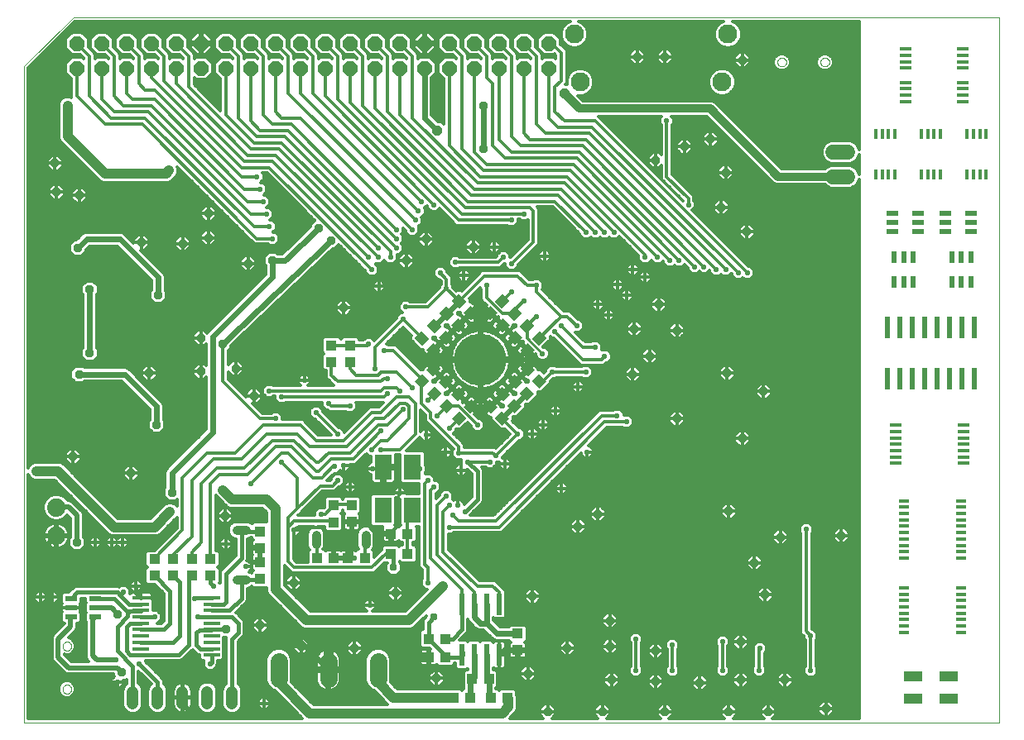
<source format=gbl>
G75*
%MOIN*%
%OFA0B0*%
%FSLAX25Y25*%
%IPPOS*%
%LPD*%
%AMOC8*
5,1,8,0,0,1.08239X$1,22.5*
%
%ADD10C,0.00000*%
%ADD11R,0.04331X0.03937*%
%ADD12R,0.03937X0.04331*%
%ADD13R,0.04921X0.01969*%
%ADD14C,0.21000*%
%ADD15R,0.02362X0.08661*%
%ADD16C,0.03778*%
%ADD17C,0.07050*%
%ADD18R,0.06600X0.01700*%
%ADD19R,0.07087X0.10236*%
%ADD20OC8,0.06000*%
%ADD21C,0.07677*%
%ADD22C,0.04800*%
%ADD23C,0.06000*%
%ADD24C,0.07400*%
%ADD25R,0.04724X0.01378*%
%ADD26R,0.01772X0.03937*%
%ADD27R,0.04803X0.02441*%
%ADD28R,0.02441X0.04803*%
%ADD29R,0.04724X0.01575*%
%ADD30R,0.03900X0.01200*%
%ADD31R,0.07480X0.04331*%
%ADD32C,0.02400*%
%ADD33C,0.01000*%
%ADD34C,0.01200*%
%ADD35OC8,0.02165*%
%ADD36C,0.04000*%
%ADD37C,0.01600*%
%ADD38OC8,0.03543*%
%ADD39C,0.02000*%
%ADD40C,0.03200*%
%ADD41OC8,0.04134*%
%ADD42C,0.01969*%
%ADD43OC8,0.02953*%
D10*
X0007350Y0002825D02*
X0007350Y0267340D01*
X0027035Y0287025D01*
X0399962Y0287025D01*
X0399962Y0002825D01*
X0007350Y0002825D01*
X0022728Y0016214D02*
X0022730Y0016298D01*
X0022736Y0016381D01*
X0022746Y0016464D01*
X0022760Y0016547D01*
X0022777Y0016629D01*
X0022799Y0016710D01*
X0022824Y0016789D01*
X0022853Y0016868D01*
X0022886Y0016945D01*
X0022922Y0017020D01*
X0022962Y0017094D01*
X0023005Y0017166D01*
X0023052Y0017235D01*
X0023102Y0017302D01*
X0023155Y0017367D01*
X0023211Y0017429D01*
X0023269Y0017489D01*
X0023331Y0017546D01*
X0023395Y0017599D01*
X0023462Y0017650D01*
X0023531Y0017697D01*
X0023602Y0017742D01*
X0023675Y0017782D01*
X0023750Y0017819D01*
X0023827Y0017853D01*
X0023905Y0017883D01*
X0023984Y0017909D01*
X0024065Y0017932D01*
X0024147Y0017950D01*
X0024229Y0017965D01*
X0024312Y0017976D01*
X0024395Y0017983D01*
X0024479Y0017986D01*
X0024563Y0017985D01*
X0024646Y0017980D01*
X0024730Y0017971D01*
X0024812Y0017958D01*
X0024894Y0017942D01*
X0024975Y0017921D01*
X0025056Y0017897D01*
X0025134Y0017869D01*
X0025212Y0017837D01*
X0025288Y0017801D01*
X0025362Y0017762D01*
X0025434Y0017720D01*
X0025504Y0017674D01*
X0025572Y0017625D01*
X0025637Y0017573D01*
X0025700Y0017518D01*
X0025760Y0017460D01*
X0025818Y0017399D01*
X0025872Y0017335D01*
X0025924Y0017269D01*
X0025972Y0017201D01*
X0026017Y0017130D01*
X0026058Y0017057D01*
X0026097Y0016983D01*
X0026131Y0016907D01*
X0026162Y0016829D01*
X0026189Y0016750D01*
X0026213Y0016669D01*
X0026232Y0016588D01*
X0026248Y0016506D01*
X0026260Y0016423D01*
X0026268Y0016339D01*
X0026272Y0016256D01*
X0026272Y0016172D01*
X0026268Y0016089D01*
X0026260Y0016005D01*
X0026248Y0015922D01*
X0026232Y0015840D01*
X0026213Y0015759D01*
X0026189Y0015678D01*
X0026162Y0015599D01*
X0026131Y0015521D01*
X0026097Y0015445D01*
X0026058Y0015371D01*
X0026017Y0015298D01*
X0025972Y0015227D01*
X0025924Y0015159D01*
X0025872Y0015093D01*
X0025818Y0015029D01*
X0025760Y0014968D01*
X0025700Y0014910D01*
X0025637Y0014855D01*
X0025572Y0014803D01*
X0025504Y0014754D01*
X0025434Y0014708D01*
X0025362Y0014666D01*
X0025288Y0014627D01*
X0025212Y0014591D01*
X0025134Y0014559D01*
X0025056Y0014531D01*
X0024975Y0014507D01*
X0024894Y0014486D01*
X0024812Y0014470D01*
X0024730Y0014457D01*
X0024646Y0014448D01*
X0024563Y0014443D01*
X0024479Y0014442D01*
X0024395Y0014445D01*
X0024312Y0014452D01*
X0024229Y0014463D01*
X0024147Y0014478D01*
X0024065Y0014496D01*
X0023984Y0014519D01*
X0023905Y0014545D01*
X0023827Y0014575D01*
X0023750Y0014609D01*
X0023675Y0014646D01*
X0023602Y0014686D01*
X0023531Y0014731D01*
X0023462Y0014778D01*
X0023395Y0014829D01*
X0023331Y0014882D01*
X0023269Y0014939D01*
X0023211Y0014999D01*
X0023155Y0015061D01*
X0023102Y0015126D01*
X0023052Y0015193D01*
X0023005Y0015262D01*
X0022962Y0015334D01*
X0022922Y0015408D01*
X0022886Y0015483D01*
X0022853Y0015560D01*
X0022824Y0015639D01*
X0022799Y0015718D01*
X0022777Y0015799D01*
X0022760Y0015881D01*
X0022746Y0015964D01*
X0022736Y0016047D01*
X0022730Y0016130D01*
X0022728Y0016214D01*
X0022728Y0033536D02*
X0022730Y0033620D01*
X0022736Y0033703D01*
X0022746Y0033786D01*
X0022760Y0033869D01*
X0022777Y0033951D01*
X0022799Y0034032D01*
X0022824Y0034111D01*
X0022853Y0034190D01*
X0022886Y0034267D01*
X0022922Y0034342D01*
X0022962Y0034416D01*
X0023005Y0034488D01*
X0023052Y0034557D01*
X0023102Y0034624D01*
X0023155Y0034689D01*
X0023211Y0034751D01*
X0023269Y0034811D01*
X0023331Y0034868D01*
X0023395Y0034921D01*
X0023462Y0034972D01*
X0023531Y0035019D01*
X0023602Y0035064D01*
X0023675Y0035104D01*
X0023750Y0035141D01*
X0023827Y0035175D01*
X0023905Y0035205D01*
X0023984Y0035231D01*
X0024065Y0035254D01*
X0024147Y0035272D01*
X0024229Y0035287D01*
X0024312Y0035298D01*
X0024395Y0035305D01*
X0024479Y0035308D01*
X0024563Y0035307D01*
X0024646Y0035302D01*
X0024730Y0035293D01*
X0024812Y0035280D01*
X0024894Y0035264D01*
X0024975Y0035243D01*
X0025056Y0035219D01*
X0025134Y0035191D01*
X0025212Y0035159D01*
X0025288Y0035123D01*
X0025362Y0035084D01*
X0025434Y0035042D01*
X0025504Y0034996D01*
X0025572Y0034947D01*
X0025637Y0034895D01*
X0025700Y0034840D01*
X0025760Y0034782D01*
X0025818Y0034721D01*
X0025872Y0034657D01*
X0025924Y0034591D01*
X0025972Y0034523D01*
X0026017Y0034452D01*
X0026058Y0034379D01*
X0026097Y0034305D01*
X0026131Y0034229D01*
X0026162Y0034151D01*
X0026189Y0034072D01*
X0026213Y0033991D01*
X0026232Y0033910D01*
X0026248Y0033828D01*
X0026260Y0033745D01*
X0026268Y0033661D01*
X0026272Y0033578D01*
X0026272Y0033494D01*
X0026268Y0033411D01*
X0026260Y0033327D01*
X0026248Y0033244D01*
X0026232Y0033162D01*
X0026213Y0033081D01*
X0026189Y0033000D01*
X0026162Y0032921D01*
X0026131Y0032843D01*
X0026097Y0032767D01*
X0026058Y0032693D01*
X0026017Y0032620D01*
X0025972Y0032549D01*
X0025924Y0032481D01*
X0025872Y0032415D01*
X0025818Y0032351D01*
X0025760Y0032290D01*
X0025700Y0032232D01*
X0025637Y0032177D01*
X0025572Y0032125D01*
X0025504Y0032076D01*
X0025434Y0032030D01*
X0025362Y0031988D01*
X0025288Y0031949D01*
X0025212Y0031913D01*
X0025134Y0031881D01*
X0025056Y0031853D01*
X0024975Y0031829D01*
X0024894Y0031808D01*
X0024812Y0031792D01*
X0024730Y0031779D01*
X0024646Y0031770D01*
X0024563Y0031765D01*
X0024479Y0031764D01*
X0024395Y0031767D01*
X0024312Y0031774D01*
X0024229Y0031785D01*
X0024147Y0031800D01*
X0024065Y0031818D01*
X0023984Y0031841D01*
X0023905Y0031867D01*
X0023827Y0031897D01*
X0023750Y0031931D01*
X0023675Y0031968D01*
X0023602Y0032008D01*
X0023531Y0032053D01*
X0023462Y0032100D01*
X0023395Y0032151D01*
X0023331Y0032204D01*
X0023269Y0032261D01*
X0023211Y0032321D01*
X0023155Y0032383D01*
X0023102Y0032448D01*
X0023052Y0032515D01*
X0023005Y0032584D01*
X0022962Y0032656D01*
X0022922Y0032730D01*
X0022886Y0032805D01*
X0022853Y0032882D01*
X0022824Y0032961D01*
X0022799Y0033040D01*
X0022777Y0033121D01*
X0022760Y0033203D01*
X0022746Y0033286D01*
X0022736Y0033369D01*
X0022730Y0033452D01*
X0022728Y0033536D01*
X0310592Y0269025D02*
X0310594Y0269109D01*
X0310600Y0269192D01*
X0310610Y0269275D01*
X0310624Y0269358D01*
X0310641Y0269440D01*
X0310663Y0269521D01*
X0310688Y0269600D01*
X0310717Y0269679D01*
X0310750Y0269756D01*
X0310786Y0269831D01*
X0310826Y0269905D01*
X0310869Y0269977D01*
X0310916Y0270046D01*
X0310966Y0270113D01*
X0311019Y0270178D01*
X0311075Y0270240D01*
X0311133Y0270300D01*
X0311195Y0270357D01*
X0311259Y0270410D01*
X0311326Y0270461D01*
X0311395Y0270508D01*
X0311466Y0270553D01*
X0311539Y0270593D01*
X0311614Y0270630D01*
X0311691Y0270664D01*
X0311769Y0270694D01*
X0311848Y0270720D01*
X0311929Y0270743D01*
X0312011Y0270761D01*
X0312093Y0270776D01*
X0312176Y0270787D01*
X0312259Y0270794D01*
X0312343Y0270797D01*
X0312427Y0270796D01*
X0312510Y0270791D01*
X0312594Y0270782D01*
X0312676Y0270769D01*
X0312758Y0270753D01*
X0312839Y0270732D01*
X0312920Y0270708D01*
X0312998Y0270680D01*
X0313076Y0270648D01*
X0313152Y0270612D01*
X0313226Y0270573D01*
X0313298Y0270531D01*
X0313368Y0270485D01*
X0313436Y0270436D01*
X0313501Y0270384D01*
X0313564Y0270329D01*
X0313624Y0270271D01*
X0313682Y0270210D01*
X0313736Y0270146D01*
X0313788Y0270080D01*
X0313836Y0270012D01*
X0313881Y0269941D01*
X0313922Y0269868D01*
X0313961Y0269794D01*
X0313995Y0269718D01*
X0314026Y0269640D01*
X0314053Y0269561D01*
X0314077Y0269480D01*
X0314096Y0269399D01*
X0314112Y0269317D01*
X0314124Y0269234D01*
X0314132Y0269150D01*
X0314136Y0269067D01*
X0314136Y0268983D01*
X0314132Y0268900D01*
X0314124Y0268816D01*
X0314112Y0268733D01*
X0314096Y0268651D01*
X0314077Y0268570D01*
X0314053Y0268489D01*
X0314026Y0268410D01*
X0313995Y0268332D01*
X0313961Y0268256D01*
X0313922Y0268182D01*
X0313881Y0268109D01*
X0313836Y0268038D01*
X0313788Y0267970D01*
X0313736Y0267904D01*
X0313682Y0267840D01*
X0313624Y0267779D01*
X0313564Y0267721D01*
X0313501Y0267666D01*
X0313436Y0267614D01*
X0313368Y0267565D01*
X0313298Y0267519D01*
X0313226Y0267477D01*
X0313152Y0267438D01*
X0313076Y0267402D01*
X0312998Y0267370D01*
X0312920Y0267342D01*
X0312839Y0267318D01*
X0312758Y0267297D01*
X0312676Y0267281D01*
X0312594Y0267268D01*
X0312510Y0267259D01*
X0312427Y0267254D01*
X0312343Y0267253D01*
X0312259Y0267256D01*
X0312176Y0267263D01*
X0312093Y0267274D01*
X0312011Y0267289D01*
X0311929Y0267307D01*
X0311848Y0267330D01*
X0311769Y0267356D01*
X0311691Y0267386D01*
X0311614Y0267420D01*
X0311539Y0267457D01*
X0311466Y0267497D01*
X0311395Y0267542D01*
X0311326Y0267589D01*
X0311259Y0267640D01*
X0311195Y0267693D01*
X0311133Y0267750D01*
X0311075Y0267810D01*
X0311019Y0267872D01*
X0310966Y0267937D01*
X0310916Y0268004D01*
X0310869Y0268073D01*
X0310826Y0268145D01*
X0310786Y0268219D01*
X0310750Y0268294D01*
X0310717Y0268371D01*
X0310688Y0268450D01*
X0310663Y0268529D01*
X0310641Y0268610D01*
X0310624Y0268692D01*
X0310610Y0268775D01*
X0310600Y0268858D01*
X0310594Y0268941D01*
X0310592Y0269025D01*
X0327914Y0269025D02*
X0327916Y0269109D01*
X0327922Y0269192D01*
X0327932Y0269275D01*
X0327946Y0269358D01*
X0327963Y0269440D01*
X0327985Y0269521D01*
X0328010Y0269600D01*
X0328039Y0269679D01*
X0328072Y0269756D01*
X0328108Y0269831D01*
X0328148Y0269905D01*
X0328191Y0269977D01*
X0328238Y0270046D01*
X0328288Y0270113D01*
X0328341Y0270178D01*
X0328397Y0270240D01*
X0328455Y0270300D01*
X0328517Y0270357D01*
X0328581Y0270410D01*
X0328648Y0270461D01*
X0328717Y0270508D01*
X0328788Y0270553D01*
X0328861Y0270593D01*
X0328936Y0270630D01*
X0329013Y0270664D01*
X0329091Y0270694D01*
X0329170Y0270720D01*
X0329251Y0270743D01*
X0329333Y0270761D01*
X0329415Y0270776D01*
X0329498Y0270787D01*
X0329581Y0270794D01*
X0329665Y0270797D01*
X0329749Y0270796D01*
X0329832Y0270791D01*
X0329916Y0270782D01*
X0329998Y0270769D01*
X0330080Y0270753D01*
X0330161Y0270732D01*
X0330242Y0270708D01*
X0330320Y0270680D01*
X0330398Y0270648D01*
X0330474Y0270612D01*
X0330548Y0270573D01*
X0330620Y0270531D01*
X0330690Y0270485D01*
X0330758Y0270436D01*
X0330823Y0270384D01*
X0330886Y0270329D01*
X0330946Y0270271D01*
X0331004Y0270210D01*
X0331058Y0270146D01*
X0331110Y0270080D01*
X0331158Y0270012D01*
X0331203Y0269941D01*
X0331244Y0269868D01*
X0331283Y0269794D01*
X0331317Y0269718D01*
X0331348Y0269640D01*
X0331375Y0269561D01*
X0331399Y0269480D01*
X0331418Y0269399D01*
X0331434Y0269317D01*
X0331446Y0269234D01*
X0331454Y0269150D01*
X0331458Y0269067D01*
X0331458Y0268983D01*
X0331454Y0268900D01*
X0331446Y0268816D01*
X0331434Y0268733D01*
X0331418Y0268651D01*
X0331399Y0268570D01*
X0331375Y0268489D01*
X0331348Y0268410D01*
X0331317Y0268332D01*
X0331283Y0268256D01*
X0331244Y0268182D01*
X0331203Y0268109D01*
X0331158Y0268038D01*
X0331110Y0267970D01*
X0331058Y0267904D01*
X0331004Y0267840D01*
X0330946Y0267779D01*
X0330886Y0267721D01*
X0330823Y0267666D01*
X0330758Y0267614D01*
X0330690Y0267565D01*
X0330620Y0267519D01*
X0330548Y0267477D01*
X0330474Y0267438D01*
X0330398Y0267402D01*
X0330320Y0267370D01*
X0330242Y0267342D01*
X0330161Y0267318D01*
X0330080Y0267297D01*
X0329998Y0267281D01*
X0329916Y0267268D01*
X0329832Y0267259D01*
X0329749Y0267254D01*
X0329665Y0267253D01*
X0329581Y0267256D01*
X0329498Y0267263D01*
X0329415Y0267274D01*
X0329333Y0267289D01*
X0329251Y0267307D01*
X0329170Y0267330D01*
X0329091Y0267356D01*
X0329013Y0267386D01*
X0328936Y0267420D01*
X0328861Y0267457D01*
X0328788Y0267497D01*
X0328717Y0267542D01*
X0328648Y0267589D01*
X0328581Y0267640D01*
X0328517Y0267693D01*
X0328455Y0267750D01*
X0328397Y0267810D01*
X0328341Y0267872D01*
X0328288Y0267937D01*
X0328238Y0268004D01*
X0328191Y0268073D01*
X0328148Y0268145D01*
X0328108Y0268219D01*
X0328072Y0268294D01*
X0328039Y0268371D01*
X0328010Y0268450D01*
X0327985Y0268529D01*
X0327963Y0268610D01*
X0327946Y0268692D01*
X0327932Y0268775D01*
X0327922Y0268858D01*
X0327916Y0268941D01*
X0327914Y0269025D01*
D11*
G36*
X0196719Y0172502D02*
X0199780Y0175563D01*
X0202563Y0172780D01*
X0199502Y0169719D01*
X0196719Y0172502D01*
G37*
G36*
X0191987Y0167770D02*
X0195048Y0170831D01*
X0197831Y0168048D01*
X0194770Y0164987D01*
X0191987Y0167770D01*
G37*
G36*
X0187280Y0164987D02*
X0184219Y0168048D01*
X0187002Y0170831D01*
X0190063Y0167770D01*
X0187280Y0164987D01*
G37*
G36*
X0182280Y0159987D02*
X0179219Y0163048D01*
X0182002Y0165831D01*
X0185063Y0162770D01*
X0182280Y0159987D01*
G37*
G36*
X0177280Y0154987D02*
X0174219Y0158048D01*
X0177002Y0160831D01*
X0180063Y0157770D01*
X0177280Y0154987D01*
G37*
G36*
X0172280Y0149987D02*
X0169219Y0153048D01*
X0172002Y0155831D01*
X0175063Y0152770D01*
X0172280Y0149987D01*
G37*
G36*
X0175063Y0145280D02*
X0172002Y0142219D01*
X0169219Y0145002D01*
X0172280Y0148063D01*
X0175063Y0145280D01*
G37*
G36*
X0180063Y0140280D02*
X0177002Y0137219D01*
X0174219Y0140002D01*
X0177280Y0143063D01*
X0180063Y0140280D01*
G37*
G36*
X0185063Y0135280D02*
X0182002Y0132219D01*
X0179219Y0135002D01*
X0182280Y0138063D01*
X0185063Y0135280D01*
G37*
G36*
X0190063Y0130280D02*
X0187002Y0127219D01*
X0184219Y0130002D01*
X0187280Y0133063D01*
X0190063Y0130280D01*
G37*
G36*
X0194770Y0133063D02*
X0197831Y0130002D01*
X0195048Y0127219D01*
X0191987Y0130280D01*
X0194770Y0133063D01*
G37*
G36*
X0199770Y0138063D02*
X0202831Y0135002D01*
X0200048Y0132219D01*
X0196987Y0135280D01*
X0199770Y0138063D01*
G37*
G36*
X0204770Y0143063D02*
X0207831Y0140002D01*
X0205048Y0137219D01*
X0201987Y0140280D01*
X0204770Y0143063D01*
G37*
G36*
X0209770Y0148063D02*
X0212831Y0145002D01*
X0210048Y0142219D01*
X0206987Y0145280D01*
X0209770Y0148063D01*
G37*
G36*
X0206987Y0152770D02*
X0210048Y0155831D01*
X0212831Y0153048D01*
X0209770Y0149987D01*
X0206987Y0152770D01*
G37*
G36*
X0201987Y0157770D02*
X0205048Y0160831D01*
X0207831Y0158048D01*
X0204770Y0154987D01*
X0201987Y0157770D01*
G37*
G36*
X0196987Y0162770D02*
X0200048Y0165831D01*
X0202831Y0163048D01*
X0199770Y0159987D01*
X0196987Y0162770D01*
G37*
G36*
X0201719Y0167502D02*
X0204780Y0170563D01*
X0207563Y0167780D01*
X0204502Y0164719D01*
X0201719Y0167502D01*
G37*
G36*
X0206719Y0162502D02*
X0209780Y0165563D01*
X0212563Y0162780D01*
X0209502Y0159719D01*
X0206719Y0162502D01*
G37*
G36*
X0211719Y0157502D02*
X0214780Y0160563D01*
X0217563Y0157780D01*
X0214502Y0154719D01*
X0211719Y0157502D01*
G37*
G36*
X0214502Y0143331D02*
X0217563Y0140270D01*
X0214780Y0137487D01*
X0211719Y0140548D01*
X0214502Y0143331D01*
G37*
G36*
X0209502Y0138331D02*
X0212563Y0135270D01*
X0209780Y0132487D01*
X0206719Y0135548D01*
X0209502Y0138331D01*
G37*
G36*
X0204502Y0133331D02*
X0207563Y0130270D01*
X0204780Y0127487D01*
X0201719Y0130548D01*
X0204502Y0133331D01*
G37*
G36*
X0199502Y0128331D02*
X0202563Y0125270D01*
X0199780Y0122487D01*
X0196719Y0125548D01*
X0199502Y0128331D01*
G37*
G36*
X0185331Y0125548D02*
X0182270Y0122487D01*
X0179487Y0125270D01*
X0182548Y0128331D01*
X0185331Y0125548D01*
G37*
G36*
X0180331Y0130548D02*
X0177270Y0127487D01*
X0174487Y0130270D01*
X0177548Y0133331D01*
X0180331Y0130548D01*
G37*
G36*
X0175331Y0135548D02*
X0172270Y0132487D01*
X0169487Y0135270D01*
X0172548Y0138331D01*
X0175331Y0135548D01*
G37*
G36*
X0170331Y0140548D02*
X0167270Y0137487D01*
X0164487Y0140270D01*
X0167548Y0143331D01*
X0170331Y0140548D01*
G37*
G36*
X0167548Y0154719D02*
X0164487Y0157780D01*
X0167270Y0160563D01*
X0170331Y0157502D01*
X0167548Y0154719D01*
G37*
G36*
X0172548Y0159719D02*
X0169487Y0162780D01*
X0172270Y0165563D01*
X0175331Y0162502D01*
X0172548Y0159719D01*
G37*
G36*
X0177548Y0164719D02*
X0174487Y0167780D01*
X0177270Y0170563D01*
X0180331Y0167502D01*
X0177548Y0164719D01*
G37*
G36*
X0182548Y0169719D02*
X0179487Y0172780D01*
X0182270Y0175563D01*
X0185331Y0172502D01*
X0182548Y0169719D01*
G37*
X0138525Y0154871D03*
X0138525Y0148179D03*
X0131025Y0148179D03*
X0131025Y0154871D03*
X0154989Y0078880D03*
X0161682Y0078880D03*
X0161682Y0070768D03*
X0154989Y0070768D03*
X0144371Y0069025D03*
X0137679Y0069025D03*
X0131871Y0069025D03*
X0125179Y0069025D03*
X0082275Y0068621D03*
X0082275Y0061929D03*
X0074775Y0061929D03*
X0074775Y0068621D03*
X0067275Y0068621D03*
X0067275Y0061929D03*
X0059775Y0061929D03*
X0059775Y0068621D03*
X0170179Y0029025D03*
X0176871Y0029025D03*
X0206025Y0031929D03*
X0206025Y0038621D03*
D12*
X0194371Y0020275D03*
X0187679Y0020275D03*
X0186871Y0012775D03*
X0180179Y0012775D03*
X0195179Y0012775D03*
X0201871Y0012775D03*
X0176871Y0036525D03*
X0170179Y0036525D03*
X0139257Y0083696D03*
X0139257Y0090389D03*
X0131909Y0090238D03*
X0131909Y0083545D03*
X0102275Y0079871D03*
X0102275Y0073179D03*
X0102275Y0067371D03*
X0102275Y0060679D03*
D13*
X0035946Y0052765D03*
X0035946Y0049025D03*
X0035946Y0045285D03*
X0026104Y0045285D03*
X0026104Y0049025D03*
X0026104Y0052765D03*
D14*
X0191025Y0149025D03*
D15*
X0188525Y0050511D03*
X0193525Y0050511D03*
X0198525Y0050511D03*
X0183525Y0050511D03*
X0183525Y0030039D03*
X0188525Y0030039D03*
X0193525Y0030039D03*
X0198525Y0030039D03*
X0354900Y0141426D03*
X0359900Y0141426D03*
X0364900Y0141426D03*
X0369900Y0141426D03*
X0374900Y0141426D03*
X0379900Y0141426D03*
X0384900Y0141426D03*
X0389900Y0141426D03*
X0389900Y0161899D03*
X0384900Y0161899D03*
X0379900Y0161899D03*
X0374900Y0161899D03*
X0369900Y0161899D03*
X0364900Y0161899D03*
X0359900Y0161899D03*
X0354900Y0161899D03*
D16*
X0144775Y0078414D02*
X0144775Y0074636D01*
X0124775Y0074636D02*
X0124775Y0078414D01*
X0096664Y0080275D02*
X0092886Y0080275D01*
X0092886Y0060275D02*
X0096664Y0060275D01*
D17*
X0109775Y0027550D02*
X0109775Y0020500D01*
X0129775Y0020500D02*
X0129775Y0027550D01*
X0149775Y0027550D02*
X0149775Y0020500D01*
D18*
X0082725Y0030025D03*
X0082725Y0032525D03*
X0082725Y0035125D03*
X0082725Y0037725D03*
X0082725Y0040225D03*
X0082725Y0042825D03*
X0082725Y0045325D03*
X0082725Y0047925D03*
X0082725Y0050525D03*
X0082725Y0053025D03*
X0054325Y0053025D03*
X0054325Y0050525D03*
X0054325Y0047925D03*
X0054325Y0045325D03*
X0054325Y0042825D03*
X0054325Y0040225D03*
X0054325Y0037725D03*
X0054325Y0035125D03*
X0054325Y0032525D03*
X0054325Y0030025D03*
D19*
X0151818Y0088331D03*
X0163629Y0088331D03*
X0163629Y0105654D03*
X0151818Y0105654D03*
D20*
X0148525Y0266525D03*
X0158525Y0266525D03*
X0168525Y0266525D03*
X0178525Y0266525D03*
X0188525Y0266525D03*
X0198525Y0266525D03*
X0208525Y0266525D03*
X0218525Y0266525D03*
X0218525Y0276525D03*
X0208525Y0276525D03*
X0198525Y0276525D03*
X0188525Y0276525D03*
X0178525Y0276525D03*
X0168525Y0276525D03*
X0158525Y0276525D03*
X0148525Y0276525D03*
X0138525Y0276525D03*
X0128525Y0276525D03*
X0118525Y0276525D03*
X0108525Y0276525D03*
X0098525Y0276525D03*
X0088525Y0276525D03*
X0078525Y0276525D03*
X0068525Y0276525D03*
X0058525Y0276525D03*
X0048525Y0276525D03*
X0038525Y0276525D03*
X0028525Y0276525D03*
X0028525Y0266525D03*
X0038525Y0266525D03*
X0048525Y0266525D03*
X0058525Y0266525D03*
X0068525Y0266525D03*
X0078525Y0266525D03*
X0088525Y0266525D03*
X0098525Y0266525D03*
X0108525Y0266525D03*
X0118525Y0266525D03*
X0128525Y0266525D03*
X0138525Y0266525D03*
D21*
X0228869Y0280255D03*
X0231232Y0260964D03*
X0288318Y0260964D03*
X0290681Y0280255D03*
D22*
X0091025Y0015175D02*
X0091025Y0010375D01*
X0081025Y0010375D02*
X0081025Y0015175D01*
X0071025Y0015175D02*
X0071025Y0010375D01*
X0061025Y0010375D02*
X0061025Y0015175D01*
X0051025Y0015175D02*
X0051025Y0010375D01*
D23*
X0333025Y0222775D02*
X0339025Y0222775D01*
X0339025Y0232775D02*
X0333025Y0232775D01*
D24*
X0020213Y0089475D03*
X0020213Y0078075D03*
D25*
X0362109Y0253174D03*
X0362109Y0255733D03*
X0362109Y0258292D03*
X0362109Y0260851D03*
X0362109Y0266649D03*
X0362109Y0269208D03*
X0362109Y0271767D03*
X0362109Y0274326D03*
X0385141Y0274326D03*
X0385141Y0271767D03*
X0385141Y0269208D03*
X0385141Y0266649D03*
X0385141Y0260851D03*
X0385141Y0258292D03*
X0385141Y0255733D03*
X0385141Y0253174D03*
D26*
X0386936Y0239971D03*
X0389495Y0239971D03*
X0392055Y0239971D03*
X0394614Y0239971D03*
X0394614Y0223829D03*
X0392055Y0223829D03*
X0389495Y0223829D03*
X0386936Y0223829D03*
X0376239Y0223829D03*
X0373680Y0223829D03*
X0371120Y0223829D03*
X0368561Y0223829D03*
X0357864Y0223829D03*
X0355305Y0223829D03*
X0352745Y0223829D03*
X0350186Y0223829D03*
X0350186Y0239971D03*
X0352745Y0239971D03*
X0355305Y0239971D03*
X0357864Y0239971D03*
X0368561Y0239971D03*
X0371120Y0239971D03*
X0373680Y0239971D03*
X0376239Y0239971D03*
D27*
X0378307Y0208078D03*
X0378307Y0204337D03*
X0378307Y0200597D03*
X0388543Y0200597D03*
X0388543Y0204337D03*
X0388543Y0208078D03*
X0367106Y0208078D03*
X0367106Y0204337D03*
X0367106Y0200597D03*
X0356869Y0200597D03*
X0356869Y0204337D03*
X0356869Y0208078D03*
D28*
X0357635Y0190468D03*
X0361375Y0190468D03*
X0365115Y0190468D03*
X0365115Y0180232D03*
X0361375Y0180232D03*
X0357635Y0180232D03*
X0380910Y0180232D03*
X0384650Y0180232D03*
X0388390Y0180232D03*
X0388390Y0190468D03*
X0384650Y0190468D03*
X0380910Y0190468D03*
D29*
X0385370Y0122590D03*
X0385370Y0120031D03*
X0385370Y0117472D03*
X0385370Y0114912D03*
X0385370Y0112353D03*
X0385370Y0109794D03*
X0385370Y0107235D03*
X0358205Y0107235D03*
X0358205Y0109794D03*
X0358205Y0112353D03*
X0358205Y0114912D03*
X0358205Y0117472D03*
X0358205Y0120031D03*
X0358205Y0122590D03*
D30*
X0361525Y0092128D03*
X0361525Y0089569D03*
X0361525Y0087010D03*
X0361525Y0084451D03*
X0361525Y0081892D03*
X0361525Y0079333D03*
X0361525Y0076774D03*
X0361525Y0074215D03*
X0361525Y0071656D03*
X0361525Y0069097D03*
X0361525Y0057107D03*
X0361525Y0054548D03*
X0361525Y0051989D03*
X0361525Y0049430D03*
X0361525Y0046870D03*
X0361525Y0044311D03*
X0361525Y0041752D03*
X0361525Y0039193D03*
X0384500Y0039193D03*
X0384500Y0041752D03*
X0384500Y0044311D03*
X0384500Y0046870D03*
X0384500Y0049430D03*
X0384500Y0051989D03*
X0384500Y0054548D03*
X0384500Y0057107D03*
X0384500Y0069097D03*
X0384500Y0071656D03*
X0384500Y0074215D03*
X0384500Y0076774D03*
X0384500Y0079333D03*
X0384500Y0081892D03*
X0384500Y0084451D03*
X0384500Y0087010D03*
X0384500Y0089569D03*
X0384500Y0092128D03*
D31*
X0379683Y0021440D03*
X0379683Y0012385D03*
X0365117Y0012385D03*
X0365117Y0021440D03*
D32*
X0209641Y0135409D02*
X0204641Y0130409D01*
X0199641Y0125409D01*
X0194909Y0130141D02*
X0199909Y0135141D01*
X0204909Y0140141D01*
X0209909Y0145141D01*
X0209909Y0152909D01*
X0204909Y0157909D01*
X0199909Y0162909D01*
X0195042Y0167775D01*
X0194775Y0167775D01*
X0191025Y0164025D01*
X0191025Y0149025D01*
X0177141Y0157909D02*
X0172141Y0152909D01*
X0172141Y0145141D01*
X0177141Y0140141D01*
X0182141Y0135141D01*
X0187141Y0130141D01*
X0194909Y0130141D01*
X0209909Y0144838D02*
X0209909Y0145141D01*
X0187141Y0167909D02*
X0182141Y0162909D01*
X0177141Y0157909D01*
X0172409Y0162641D02*
X0177409Y0167641D01*
X0182409Y0172641D01*
X0187141Y0167909D02*
X0194909Y0167909D01*
X0131000Y0197162D02*
X0087275Y0155275D01*
X0083300Y0158400D02*
X0083300Y0119812D01*
X0066763Y0103275D01*
X0066763Y0095312D01*
X0060637Y0122875D02*
X0060637Y0130225D01*
X0047775Y0143088D01*
X0029400Y0143088D01*
X0033688Y0151663D02*
X0033688Y0177387D01*
X0028787Y0193925D02*
X0032462Y0197600D01*
X0045937Y0197600D01*
X0061250Y0182287D01*
X0061250Y0174937D01*
X0083300Y0158400D02*
X0107275Y0182375D01*
X0107275Y0189025D01*
X0112275Y0189025D01*
X0126025Y0202162D01*
X0168525Y0246525D02*
X0173525Y0241525D01*
X0168525Y0246525D02*
X0168525Y0266525D01*
X0192275Y0251525D02*
X0192275Y0234000D01*
X0151818Y0105654D02*
X0151344Y0101826D01*
X0188525Y0050511D02*
X0188525Y0045275D01*
X0191025Y0042775D01*
X0193525Y0042775D01*
X0197679Y0038621D01*
X0206025Y0038621D01*
X0206025Y0031929D02*
X0200415Y0031929D01*
X0198525Y0030039D01*
X0193525Y0030039D02*
X0193525Y0021121D01*
X0194371Y0020275D01*
X0194371Y0013582D01*
X0195179Y0012775D01*
X0186871Y0012775D02*
X0186871Y0019468D01*
X0187679Y0020275D01*
X0188525Y0021121D01*
X0188525Y0030039D01*
X0183525Y0030039D02*
X0183525Y0031121D01*
X0193525Y0042775D02*
X0193525Y0050511D01*
X0180179Y0012775D02*
X0178525Y0012775D01*
X0129775Y0024025D02*
X0118525Y0035275D01*
X0106025Y0035275D01*
X0101025Y0030275D01*
X0101025Y0007775D01*
X0098525Y0005275D01*
X0076025Y0005275D01*
X0071025Y0010275D01*
X0071025Y0012775D01*
D33*
X0182141Y0130409D02*
X0189775Y0122775D01*
X0204909Y0140141D02*
X0209605Y0144838D01*
X0209909Y0144838D01*
X0216025Y0151525D02*
X0209775Y0157775D01*
X0204641Y0167641D02*
X0204641Y0168891D01*
X0199909Y0167641D02*
X0193525Y0174025D01*
X0199641Y0172641D02*
X0199775Y0172775D01*
D34*
X0203525Y0176525D01*
X0199775Y0172775D02*
X0199775Y0172775D01*
X0199909Y0167641D02*
X0204641Y0167641D01*
X0204641Y0168891D02*
X0208525Y0172775D01*
X0213525Y0176525D02*
X0213525Y0179025D01*
X0209775Y0179025D01*
X0206025Y0182775D01*
X0192542Y0182775D01*
X0182409Y0172641D01*
X0177275Y0177775D01*
X0169775Y0170275D01*
X0161025Y0170275D01*
X0159287Y0168220D02*
X0138625Y0168220D01*
X0139134Y0168729D02*
X0139134Y0170037D01*
X0135975Y0170037D01*
X0135975Y0166878D01*
X0137284Y0166878D01*
X0139134Y0168729D01*
X0139134Y0169418D02*
X0158342Y0169418D01*
X0158342Y0169164D02*
X0159548Y0167958D01*
X0158664Y0167958D01*
X0157092Y0166386D01*
X0157092Y0165704D01*
X0148241Y0156853D01*
X0147136Y0157958D01*
X0144914Y0157958D01*
X0144028Y0157071D01*
X0142290Y0157071D01*
X0142290Y0157503D01*
X0141353Y0158440D01*
X0135697Y0158440D01*
X0134775Y0157518D01*
X0133853Y0158440D01*
X0128197Y0158440D01*
X0127260Y0157503D01*
X0127260Y0152240D01*
X0127975Y0151525D01*
X0127260Y0150810D01*
X0127260Y0145547D01*
X0128197Y0144610D01*
X0128825Y0144610D01*
X0128825Y0141864D01*
X0131325Y0139364D01*
X0131964Y0138725D01*
X0121631Y0138725D01*
X0122520Y0139614D01*
X0122520Y0140637D01*
X0120050Y0140637D01*
X0117580Y0140637D01*
X0117580Y0139614D01*
X0118469Y0138725D01*
X0107619Y0138725D01*
X0107136Y0139208D01*
X0104914Y0139208D01*
X0103342Y0137636D01*
X0103342Y0135414D01*
X0104914Y0133842D01*
X0107136Y0133842D01*
X0107619Y0134325D01*
X0108342Y0134325D01*
X0108342Y0132914D01*
X0109914Y0131342D01*
X0112136Y0131342D01*
X0112619Y0131825D01*
X0127092Y0131825D01*
X0127092Y0130414D01*
X0128664Y0128842D01*
X0129346Y0128842D01*
X0130114Y0128075D01*
X0136931Y0128075D01*
X0137414Y0127592D01*
X0139636Y0127592D01*
X0141208Y0129164D01*
X0141208Y0131386D01*
X0140769Y0131825D01*
X0151964Y0131825D01*
X0150114Y0129975D01*
X0146364Y0129975D01*
X0145075Y0128686D01*
X0136208Y0119819D01*
X0136208Y0120136D01*
X0134636Y0121708D01*
X0133954Y0121708D01*
X0127458Y0128204D01*
X0127458Y0128886D01*
X0125886Y0130458D01*
X0123664Y0130458D01*
X0122092Y0128886D01*
X0122092Y0126664D01*
X0123664Y0125092D01*
X0124346Y0125092D01*
X0130714Y0118725D01*
X0125686Y0118725D01*
X0119436Y0124975D01*
X0111208Y0124975D01*
X0111208Y0126386D01*
X0109636Y0127958D01*
X0107414Y0127958D01*
X0106931Y0127475D01*
X0103186Y0127475D01*
X0099308Y0131353D01*
X0099837Y0131353D01*
X0099837Y0134512D01*
X0096678Y0134512D01*
X0096678Y0133983D01*
X0089475Y0141186D01*
X0089475Y0144082D01*
X0091179Y0142378D01*
X0092487Y0142378D01*
X0092487Y0145537D01*
X0092488Y0145537D01*
X0092488Y0145538D01*
X0092487Y0145538D01*
X0092487Y0148697D01*
X0091179Y0148697D01*
X0089475Y0146993D01*
X0089475Y0152707D01*
X0090647Y0153878D01*
X0090647Y0154627D01*
X0131528Y0193791D01*
X0132397Y0193791D01*
X0134022Y0195417D01*
X0144592Y0184846D01*
X0144592Y0184164D01*
X0146164Y0182592D01*
X0148386Y0182592D01*
X0149958Y0184164D01*
X0149958Y0186386D01*
X0148752Y0187592D01*
X0150886Y0187592D01*
X0152275Y0188981D01*
X0153664Y0187592D01*
X0155886Y0187592D01*
X0157458Y0189164D01*
X0157458Y0191342D01*
X0158386Y0191342D01*
X0159958Y0192914D01*
X0159958Y0195136D01*
X0159194Y0195900D01*
X0159958Y0196664D01*
X0159958Y0198886D01*
X0159194Y0199650D01*
X0159958Y0200414D01*
X0159958Y0201981D01*
X0160842Y0201096D01*
X0160842Y0200414D01*
X0162414Y0198842D01*
X0164636Y0198842D01*
X0166208Y0200414D01*
X0166208Y0202636D01*
X0166069Y0202775D01*
X0167458Y0204164D01*
X0167458Y0206386D01*
X0167319Y0206525D01*
X0168708Y0207914D01*
X0168708Y0210136D01*
X0168569Y0210275D01*
X0169491Y0211197D01*
X0169592Y0211096D01*
X0169592Y0210414D01*
X0171164Y0208842D01*
X0173386Y0208842D01*
X0174491Y0209947D01*
X0181364Y0203075D01*
X0201931Y0203075D01*
X0202414Y0202592D01*
X0204636Y0202592D01*
X0206208Y0204164D01*
X0206208Y0205575D01*
X0206931Y0205575D01*
X0207414Y0205092D01*
X0209636Y0205092D01*
X0210075Y0205531D01*
X0210075Y0197436D01*
X0203096Y0190458D01*
X0202943Y0190458D01*
X0202943Y0191386D01*
X0201372Y0192958D01*
X0199149Y0192958D01*
X0197578Y0191386D01*
X0197578Y0190704D01*
X0197330Y0190456D01*
X0182619Y0190456D01*
X0182136Y0190938D01*
X0179914Y0190938D01*
X0178342Y0189367D01*
X0178342Y0187145D01*
X0179914Y0185573D01*
X0182136Y0185573D01*
X0182619Y0186056D01*
X0199152Y0186056D01*
X0200689Y0187592D01*
X0200842Y0187592D01*
X0200842Y0186664D01*
X0202414Y0185092D01*
X0204636Y0185092D01*
X0206208Y0186664D01*
X0206208Y0187346D01*
X0214475Y0195614D01*
X0214475Y0209936D01*
X0213836Y0210575D01*
X0220114Y0210575D01*
X0230842Y0199846D01*
X0230842Y0199164D01*
X0232414Y0197592D01*
X0234636Y0197592D01*
X0235400Y0198356D01*
X0236164Y0197592D01*
X0238386Y0197592D01*
X0239150Y0198356D01*
X0239914Y0197592D01*
X0242136Y0197592D01*
X0242900Y0198356D01*
X0243664Y0197592D01*
X0245886Y0197592D01*
X0246991Y0198697D01*
X0254592Y0191096D01*
X0254592Y0189164D01*
X0256164Y0187592D01*
X0258386Y0187592D01*
X0259775Y0188981D01*
X0261164Y0187592D01*
X0263386Y0187592D01*
X0264491Y0188697D01*
X0264592Y0188596D01*
X0264592Y0187914D01*
X0266164Y0186342D01*
X0268386Y0186342D01*
X0269150Y0187106D01*
X0269914Y0186342D01*
X0272136Y0186342D01*
X0273241Y0187447D01*
X0274592Y0186096D01*
X0274592Y0185414D01*
X0276164Y0183842D01*
X0278386Y0183842D01*
X0279150Y0184606D01*
X0279914Y0183842D01*
X0282136Y0183842D01*
X0283241Y0184947D01*
X0283342Y0184846D01*
X0283342Y0184164D01*
X0284914Y0182592D01*
X0287136Y0182592D01*
X0287900Y0183356D01*
X0288664Y0182592D01*
X0290886Y0182592D01*
X0291991Y0183697D01*
X0292092Y0183596D01*
X0292092Y0182914D01*
X0293664Y0181342D01*
X0295886Y0181342D01*
X0296650Y0182106D01*
X0297414Y0181342D01*
X0299636Y0181342D01*
X0301208Y0182914D01*
X0301208Y0185136D01*
X0299636Y0186708D01*
X0298954Y0186708D01*
X0276353Y0209309D01*
X0277458Y0210414D01*
X0277458Y0212636D01*
X0276975Y0213119D01*
X0276975Y0214936D01*
X0275686Y0216225D01*
X0268225Y0223686D01*
X0268225Y0243681D01*
X0268708Y0244164D01*
X0268708Y0246386D01*
X0268019Y0247075D01*
X0282200Y0247075D01*
X0309212Y0220062D01*
X0310388Y0219575D01*
X0329720Y0219575D01*
X0330419Y0218875D01*
X0332110Y0218175D01*
X0339940Y0218175D01*
X0341631Y0218875D01*
X0342925Y0220169D01*
X0343612Y0221830D01*
X0343613Y0004425D01*
X0308643Y0004425D01*
X0310022Y0005804D01*
X0310022Y0007112D01*
X0306863Y0007112D01*
X0306863Y0007113D01*
X0306862Y0007113D01*
X0306862Y0010272D01*
X0305554Y0010272D01*
X0303703Y0008421D01*
X0303703Y0007113D01*
X0306862Y0007113D01*
X0306862Y0007112D01*
X0303703Y0007112D01*
X0303703Y0005804D01*
X0305082Y0004425D01*
X0292718Y0004425D01*
X0294097Y0005804D01*
X0294097Y0007112D01*
X0290938Y0007112D01*
X0290938Y0007113D01*
X0290937Y0007113D01*
X0290937Y0010272D01*
X0289629Y0010272D01*
X0287778Y0008421D01*
X0287778Y0007113D01*
X0290937Y0007113D01*
X0290937Y0007112D01*
X0287778Y0007112D01*
X0287778Y0005804D01*
X0289157Y0004425D01*
X0266993Y0004425D01*
X0268372Y0005804D01*
X0268372Y0007112D01*
X0265213Y0007112D01*
X0265213Y0007113D01*
X0265212Y0007113D01*
X0265212Y0010272D01*
X0263904Y0010272D01*
X0262053Y0008421D01*
X0262053Y0007113D01*
X0265212Y0007113D01*
X0265212Y0007112D01*
X0262053Y0007112D01*
X0262053Y0005804D01*
X0263432Y0004425D01*
X0241880Y0004425D01*
X0243259Y0005804D01*
X0243259Y0007112D01*
X0240100Y0007112D01*
X0236941Y0007112D01*
X0236941Y0005804D01*
X0238320Y0004425D01*
X0219830Y0004425D01*
X0221209Y0005804D01*
X0221209Y0007112D01*
X0218050Y0007112D01*
X0214891Y0007112D01*
X0214891Y0005804D01*
X0216270Y0004425D01*
X0202766Y0004425D01*
X0204314Y0005973D01*
X0205327Y0006986D01*
X0205875Y0008309D01*
X0205875Y0013088D01*
X0205440Y0014138D01*
X0205440Y0015603D01*
X0204503Y0016540D01*
X0199240Y0016540D01*
X0198525Y0015825D01*
X0197810Y0016540D01*
X0197171Y0016540D01*
X0197171Y0016678D01*
X0197940Y0017447D01*
X0197940Y0023103D01*
X0197003Y0024040D01*
X0196325Y0024040D01*
X0196325Y0024765D01*
X0196492Y0024598D01*
X0196808Y0024415D01*
X0197161Y0024321D01*
X0198525Y0024321D01*
X0199889Y0024321D01*
X0200242Y0024415D01*
X0200558Y0024598D01*
X0200816Y0024856D01*
X0200999Y0025173D01*
X0201093Y0025525D01*
X0201093Y0030039D01*
X0201093Y0034552D01*
X0200999Y0034905D01*
X0200816Y0035221D01*
X0200558Y0035480D01*
X0200242Y0035662D01*
X0199889Y0035757D01*
X0198525Y0035757D01*
X0197161Y0035757D01*
X0196808Y0035662D01*
X0196492Y0035480D01*
X0196234Y0035221D01*
X0196191Y0035147D01*
X0195369Y0035969D01*
X0191681Y0035969D01*
X0191025Y0035313D01*
X0190369Y0035969D01*
X0186681Y0035969D01*
X0186025Y0035313D01*
X0185369Y0035969D01*
X0182614Y0035969D01*
X0184884Y0038240D01*
X0185560Y0038916D01*
X0185925Y0039798D01*
X0185925Y0044235D01*
X0186151Y0043689D01*
X0188651Y0041189D01*
X0189439Y0040401D01*
X0190468Y0039975D01*
X0192365Y0039975D01*
X0195305Y0037035D01*
X0196092Y0036248D01*
X0197122Y0035821D01*
X0202428Y0035821D01*
X0203157Y0035093D01*
X0203008Y0035007D01*
X0202749Y0034749D01*
X0202567Y0034433D01*
X0202472Y0034080D01*
X0202472Y0032313D01*
X0205641Y0032313D01*
X0205641Y0031544D01*
X0206409Y0031544D01*
X0206409Y0028573D01*
X0208373Y0028573D01*
X0208726Y0028667D01*
X0209042Y0028850D01*
X0209301Y0029108D01*
X0209483Y0029425D01*
X0209578Y0029777D01*
X0209578Y0031544D01*
X0206409Y0031544D01*
X0206409Y0032313D01*
X0209578Y0032313D01*
X0209578Y0034080D01*
X0209483Y0034433D01*
X0209301Y0034749D01*
X0209042Y0035007D01*
X0208893Y0035093D01*
X0209790Y0035990D01*
X0209790Y0041253D01*
X0208853Y0042190D01*
X0203197Y0042190D01*
X0202428Y0041421D01*
X0198838Y0041421D01*
X0196325Y0043935D01*
X0196325Y0044937D01*
X0196681Y0044581D01*
X0200369Y0044581D01*
X0201306Y0045518D01*
X0201306Y0055505D01*
X0200725Y0056086D01*
X0200725Y0056186D01*
X0198225Y0058686D01*
X0196936Y0059975D01*
X0190686Y0059975D01*
X0178225Y0072436D01*
X0178225Y0078842D01*
X0179636Y0078842D01*
X0180119Y0079325D01*
X0199436Y0079325D01*
X0231505Y0111394D01*
X0231505Y0110827D01*
X0232952Y0109380D01*
X0233975Y0109380D01*
X0234998Y0109380D01*
X0236445Y0110827D01*
X0236445Y0111850D01*
X0236445Y0112873D01*
X0234998Y0114320D01*
X0234431Y0114320D01*
X0241936Y0121825D01*
X0248181Y0121825D01*
X0248664Y0121342D01*
X0250886Y0121342D01*
X0252458Y0122914D01*
X0252458Y0125136D01*
X0250886Y0126708D01*
X0248708Y0126708D01*
X0248708Y0127636D01*
X0247136Y0129208D01*
X0244914Y0129208D01*
X0244431Y0128725D01*
X0238864Y0128725D01*
X0237575Y0127436D01*
X0196364Y0086225D01*
X0187019Y0086225D01*
X0187458Y0086664D01*
X0187458Y0087064D01*
X0191134Y0090740D01*
X0191810Y0091416D01*
X0192175Y0092298D01*
X0192175Y0104502D01*
X0191810Y0105384D01*
X0191619Y0105575D01*
X0193181Y0105575D01*
X0193664Y0105092D01*
X0195886Y0105092D01*
X0197458Y0106664D01*
X0197458Y0107592D01*
X0198386Y0107592D01*
X0198430Y0107636D01*
X0198430Y0106950D01*
X0200900Y0106950D01*
X0200900Y0106950D01*
X0200900Y0109420D01*
X0201923Y0109420D01*
X0203370Y0107973D01*
X0203370Y0106950D01*
X0200900Y0106950D01*
X0200900Y0106950D01*
X0200900Y0109420D01*
X0199958Y0109420D01*
X0199958Y0109846D01*
X0206454Y0116342D01*
X0207136Y0116342D01*
X0208708Y0117914D01*
X0208708Y0120136D01*
X0207136Y0121708D01*
X0206454Y0121708D01*
X0203859Y0124302D01*
X0204164Y0124607D01*
X0204164Y0125886D01*
X0205443Y0125886D01*
X0209164Y0129607D01*
X0209164Y0130886D01*
X0210443Y0130886D01*
X0214164Y0134607D01*
X0214164Y0135886D01*
X0215443Y0135886D01*
X0219164Y0139607D01*
X0219164Y0140303D01*
X0220204Y0141342D01*
X0220886Y0141342D01*
X0221369Y0141825D01*
X0231931Y0141825D01*
X0232414Y0141342D01*
X0234636Y0141342D01*
X0236208Y0142914D01*
X0236208Y0145136D01*
X0234636Y0146708D01*
X0232414Y0146708D01*
X0231931Y0146225D01*
X0221369Y0146225D01*
X0220886Y0146708D01*
X0218664Y0146708D01*
X0217092Y0145136D01*
X0217092Y0144454D01*
X0216368Y0143729D01*
X0215165Y0144932D01*
X0214219Y0144932D01*
X0214219Y0145185D01*
X0214125Y0145538D01*
X0213942Y0145854D01*
X0212553Y0147243D01*
X0210452Y0145141D01*
X0209909Y0145685D01*
X0212010Y0147786D01*
X0210771Y0149025D01*
X0212010Y0150264D01*
X0209909Y0152365D01*
X0210452Y0152909D01*
X0212553Y0150807D01*
X0213163Y0151417D01*
X0213342Y0151238D01*
X0213342Y0150414D01*
X0214914Y0148842D01*
X0217136Y0148842D01*
X0218708Y0150414D01*
X0218708Y0152636D01*
X0217136Y0154208D01*
X0216312Y0154208D01*
X0216283Y0154237D01*
X0219164Y0157118D01*
X0219164Y0158342D01*
X0219914Y0157592D01*
X0220596Y0157592D01*
X0230075Y0148114D01*
X0231364Y0146825D01*
X0240686Y0146825D01*
X0241454Y0147592D01*
X0242136Y0147592D01*
X0243708Y0149164D01*
X0243708Y0151386D01*
X0242136Y0152958D01*
X0239958Y0152958D01*
X0239958Y0155136D01*
X0238386Y0156708D01*
X0236164Y0156708D01*
X0235681Y0156225D01*
X0233186Y0156225D01*
X0229319Y0160092D01*
X0230886Y0160092D01*
X0232458Y0161664D01*
X0232458Y0163886D01*
X0230886Y0165458D01*
X0230204Y0165458D01*
X0228225Y0167436D01*
X0228225Y0167436D01*
X0226936Y0168725D01*
X0224436Y0168725D01*
X0215728Y0177434D01*
X0216208Y0177914D01*
X0216208Y0180136D01*
X0214636Y0181708D01*
X0212414Y0181708D01*
X0211931Y0181225D01*
X0210686Y0181225D01*
X0208225Y0183686D01*
X0206936Y0184975D01*
X0191631Y0184975D01*
X0183376Y0176720D01*
X0182932Y0177164D01*
X0181607Y0177164D01*
X0181302Y0176859D01*
X0179958Y0178204D01*
X0179958Y0178886D01*
X0179475Y0179369D01*
X0179475Y0182436D01*
X0177458Y0184454D01*
X0177458Y0185136D01*
X0175886Y0186708D01*
X0173664Y0186708D01*
X0172092Y0185136D01*
X0172092Y0182914D01*
X0173664Y0181342D01*
X0174346Y0181342D01*
X0175075Y0180614D01*
X0175075Y0179369D01*
X0174592Y0178886D01*
X0174592Y0178204D01*
X0168864Y0172475D01*
X0162619Y0172475D01*
X0162136Y0172958D01*
X0159914Y0172958D01*
X0158342Y0171386D01*
X0158342Y0169164D01*
X0158342Y0170617D02*
X0139134Y0170617D01*
X0139134Y0170038D02*
X0139134Y0171346D01*
X0137284Y0173197D01*
X0135975Y0173197D01*
X0134666Y0173197D01*
X0132816Y0171346D01*
X0132816Y0170038D01*
X0135975Y0170038D01*
X0135975Y0173197D01*
X0135975Y0170038D01*
X0135975Y0170038D01*
X0139134Y0170038D01*
X0138665Y0171815D02*
X0158771Y0171815D01*
X0157727Y0167021D02*
X0137426Y0167021D01*
X0135975Y0167021D02*
X0135975Y0167021D01*
X0135975Y0166878D02*
X0135975Y0170037D01*
X0135975Y0170037D01*
X0135975Y0170038D01*
X0135975Y0170037D01*
X0132816Y0170037D01*
X0132816Y0168729D01*
X0134666Y0166878D01*
X0135975Y0166878D01*
X0135975Y0168220D02*
X0135975Y0168220D01*
X0135975Y0169418D02*
X0135975Y0169418D01*
X0135975Y0170617D02*
X0135975Y0170617D01*
X0135975Y0171815D02*
X0135975Y0171815D01*
X0135975Y0173014D02*
X0135975Y0173014D01*
X0137466Y0173014D02*
X0169402Y0173014D01*
X0170601Y0174212D02*
X0111090Y0174212D01*
X0109839Y0173014D02*
X0134484Y0173014D01*
X0133285Y0171815D02*
X0108588Y0171815D01*
X0107337Y0170617D02*
X0132816Y0170617D01*
X0132816Y0169418D02*
X0106086Y0169418D01*
X0104835Y0168220D02*
X0133325Y0168220D01*
X0134524Y0167021D02*
X0103584Y0167021D01*
X0102333Y0165823D02*
X0157092Y0165823D01*
X0156013Y0164624D02*
X0101082Y0164624D01*
X0099831Y0163426D02*
X0154814Y0163426D01*
X0153616Y0162227D02*
X0098580Y0162227D01*
X0097328Y0161028D02*
X0152417Y0161028D01*
X0151219Y0159830D02*
X0096077Y0159830D01*
X0094826Y0158631D02*
X0150020Y0158631D01*
X0148822Y0157433D02*
X0147661Y0157433D01*
X0146025Y0155275D02*
X0145621Y0154871D01*
X0138525Y0154871D01*
X0131025Y0154871D01*
X0127260Y0155036D02*
X0091073Y0155036D01*
X0090606Y0153837D02*
X0127260Y0153837D01*
X0127260Y0152639D02*
X0089475Y0152639D01*
X0089475Y0151440D02*
X0127890Y0151440D01*
X0127260Y0150242D02*
X0089475Y0150242D01*
X0089475Y0149043D02*
X0127260Y0149043D01*
X0127260Y0147845D02*
X0094648Y0147845D01*
X0093796Y0148697D02*
X0092488Y0148697D01*
X0092488Y0145538D01*
X0095647Y0145538D01*
X0095647Y0146846D01*
X0093796Y0148697D01*
X0092487Y0147845D02*
X0092488Y0147845D01*
X0092487Y0146646D02*
X0092488Y0146646D01*
X0092488Y0145537D02*
X0095647Y0145537D01*
X0095647Y0144229D01*
X0093796Y0142378D01*
X0092488Y0142378D01*
X0092488Y0145537D01*
X0092487Y0145448D02*
X0092488Y0145448D01*
X0092487Y0144249D02*
X0092488Y0144249D01*
X0092487Y0143051D02*
X0092488Y0143051D01*
X0094468Y0143051D02*
X0118970Y0143051D01*
X0119027Y0143108D02*
X0117580Y0141661D01*
X0117580Y0140638D01*
X0120050Y0140638D01*
X0120050Y0143108D01*
X0119027Y0143108D01*
X0120050Y0143108D02*
X0120050Y0140638D01*
X0120050Y0140638D01*
X0120050Y0140637D01*
X0120050Y0140638D01*
X0122520Y0140638D01*
X0122520Y0141661D01*
X0121073Y0143108D01*
X0120050Y0143108D01*
X0120050Y0143051D02*
X0120050Y0143051D01*
X0121130Y0143051D02*
X0128825Y0143051D01*
X0128825Y0144249D02*
X0095647Y0144249D01*
X0095647Y0145448D02*
X0127359Y0145448D01*
X0127260Y0146646D02*
X0095647Y0146646D01*
X0090327Y0147845D02*
X0089475Y0147845D01*
X0089475Y0143051D02*
X0090507Y0143051D01*
X0089475Y0141852D02*
X0117772Y0141852D01*
X0117580Y0140654D02*
X0090007Y0140654D01*
X0091206Y0139455D02*
X0117739Y0139455D01*
X0120050Y0140654D02*
X0120050Y0140654D01*
X0120050Y0141852D02*
X0120050Y0141852D01*
X0122328Y0141852D02*
X0128836Y0141852D01*
X0130035Y0140654D02*
X0122520Y0140654D01*
X0122361Y0139455D02*
X0131233Y0139455D01*
X0133525Y0140275D02*
X0131025Y0142775D01*
X0131025Y0148179D01*
X0138525Y0148179D02*
X0138525Y0145275D01*
X0141025Y0142775D01*
X0149775Y0142775D01*
X0151025Y0144025D01*
X0157275Y0144025D01*
X0163525Y0137775D01*
X0162275Y0134025D02*
X0157275Y0134025D01*
X0151025Y0127775D01*
X0147275Y0127775D01*
X0136025Y0116525D01*
X0124775Y0116525D01*
X0118525Y0122775D01*
X0103525Y0122775D01*
X0092275Y0111525D01*
X0081025Y0111525D01*
X0071025Y0101525D01*
X0071025Y0080275D01*
X0059775Y0069025D01*
X0059775Y0068621D01*
X0059829Y0072190D02*
X0056947Y0072190D01*
X0056010Y0071253D01*
X0056010Y0065990D01*
X0056725Y0065275D01*
X0056010Y0064560D01*
X0056010Y0059297D01*
X0056947Y0058360D01*
X0059949Y0058360D01*
X0063625Y0054684D01*
X0063625Y0043769D01*
X0062481Y0042625D01*
X0060919Y0042625D01*
X0062458Y0044164D01*
X0062458Y0046386D01*
X0060886Y0047958D01*
X0059225Y0047958D01*
X0059225Y0052038D01*
X0059012Y0052250D01*
X0059012Y0053025D01*
X0059012Y0054058D01*
X0058918Y0054411D01*
X0058735Y0054727D01*
X0058477Y0054985D01*
X0058161Y0055168D01*
X0057808Y0055262D01*
X0054325Y0055262D01*
X0050842Y0055262D01*
X0050489Y0055168D01*
X0050173Y0054985D01*
X0049958Y0054770D01*
X0049958Y0056386D01*
X0048386Y0057958D01*
X0046164Y0057958D01*
X0045697Y0057491D01*
X0045252Y0057675D01*
X0028136Y0057675D01*
X0027254Y0057310D01*
X0025294Y0055349D01*
X0022980Y0055349D01*
X0022043Y0054412D01*
X0022043Y0051118D01*
X0022448Y0050714D01*
X0022350Y0050545D01*
X0022256Y0050192D01*
X0022256Y0049025D01*
X0022256Y0047858D01*
X0022350Y0047505D01*
X0022448Y0047336D01*
X0022043Y0046932D01*
X0022043Y0043638D01*
X0022980Y0042701D01*
X0023425Y0042701D01*
X0023425Y0042602D01*
X0018821Y0037998D01*
X0018425Y0037042D01*
X0018425Y0028508D01*
X0018821Y0027552D01*
X0023702Y0022671D01*
X0024658Y0022275D01*
X0043178Y0022275D01*
X0043178Y0021641D01*
X0043538Y0021281D01*
X0042305Y0020048D01*
X0042305Y0019025D01*
X0044775Y0019025D01*
X0047245Y0019025D01*
X0047245Y0019666D01*
X0047947Y0019666D01*
X0048437Y0020157D01*
X0048437Y0018244D01*
X0047634Y0017441D01*
X0047025Y0015971D01*
X0047025Y0009579D01*
X0047634Y0008109D01*
X0048759Y0006984D01*
X0050229Y0006375D01*
X0051821Y0006375D01*
X0053291Y0006984D01*
X0054416Y0008109D01*
X0055025Y0009579D01*
X0055025Y0015971D01*
X0054416Y0017441D01*
X0053291Y0018566D01*
X0053237Y0018588D01*
X0053237Y0023418D01*
X0058425Y0018231D01*
X0057634Y0017441D01*
X0057025Y0015971D01*
X0057025Y0009579D01*
X0057634Y0008109D01*
X0058759Y0006984D01*
X0060229Y0006375D01*
X0061821Y0006375D01*
X0063291Y0006984D01*
X0064416Y0008109D01*
X0065025Y0009579D01*
X0065025Y0015971D01*
X0064416Y0017441D01*
X0063425Y0018432D01*
X0063425Y0019502D01*
X0063060Y0020384D01*
X0062384Y0021060D01*
X0056208Y0027236D01*
X0056208Y0027575D01*
X0058288Y0027575D01*
X0058338Y0027625D01*
X0070002Y0027625D01*
X0070884Y0027990D01*
X0071560Y0028666D01*
X0075063Y0032168D01*
X0075203Y0032028D01*
X0076741Y0030490D01*
X0077623Y0030125D01*
X0077825Y0030125D01*
X0077825Y0028512D01*
X0078762Y0027575D01*
X0079592Y0027575D01*
X0079592Y0025414D01*
X0081164Y0023842D01*
X0083386Y0023842D01*
X0084958Y0025414D01*
X0084958Y0026094D01*
X0085125Y0026498D01*
X0085125Y0027575D01*
X0086688Y0027575D01*
X0087625Y0028512D01*
X0087625Y0036903D01*
X0088625Y0036903D01*
X0088625Y0018432D01*
X0087634Y0017441D01*
X0087025Y0015971D01*
X0087025Y0009579D01*
X0087634Y0008109D01*
X0088759Y0006984D01*
X0090229Y0006375D01*
X0091821Y0006375D01*
X0093291Y0006984D01*
X0094416Y0008109D01*
X0095025Y0009579D01*
X0095025Y0015971D01*
X0094416Y0017441D01*
X0093425Y0018432D01*
X0093425Y0035531D01*
X0094884Y0036990D01*
X0095560Y0037666D01*
X0095925Y0038548D01*
X0095925Y0043252D01*
X0095560Y0044134D01*
X0093060Y0046634D01*
X0092544Y0047150D01*
X0096134Y0050740D01*
X0096810Y0051416D01*
X0097175Y0052298D01*
X0097175Y0056786D01*
X0097358Y0056786D01*
X0098640Y0057317D01*
X0098940Y0057617D01*
X0099644Y0056913D01*
X0104906Y0056913D01*
X0104925Y0056932D01*
X0104925Y0055809D01*
X0105473Y0054486D01*
X0118986Y0040973D01*
X0120309Y0040425D01*
X0162991Y0040425D01*
X0164314Y0040973D01*
X0169199Y0045857D01*
X0169199Y0045593D01*
X0168144Y0044538D01*
X0167779Y0043656D01*
X0167779Y0040290D01*
X0167547Y0040290D01*
X0166610Y0039353D01*
X0166610Y0033697D01*
X0167547Y0032760D01*
X0170550Y0032760D01*
X0170929Y0032381D01*
X0170563Y0032381D01*
X0170563Y0029409D01*
X0169794Y0029409D01*
X0169794Y0028641D01*
X0166626Y0028641D01*
X0166626Y0026874D01*
X0166720Y0026521D01*
X0166903Y0026205D01*
X0167161Y0025946D01*
X0167478Y0025764D01*
X0167831Y0025669D01*
X0169794Y0025669D01*
X0169794Y0028641D01*
X0170563Y0028641D01*
X0170563Y0025669D01*
X0172527Y0025669D01*
X0172879Y0025764D01*
X0173196Y0025946D01*
X0173375Y0026125D01*
X0174043Y0025456D01*
X0179700Y0025456D01*
X0180637Y0026394D01*
X0180637Y0026625D01*
X0180744Y0026625D01*
X0180744Y0025045D01*
X0181681Y0024108D01*
X0185369Y0024108D01*
X0185725Y0024464D01*
X0185725Y0024040D01*
X0185047Y0024040D01*
X0184110Y0023103D01*
X0184110Y0020118D01*
X0184071Y0020025D01*
X0184071Y0016372D01*
X0183525Y0015825D01*
X0182810Y0016540D01*
X0177547Y0016540D01*
X0177382Y0016375D01*
X0157516Y0016375D01*
X0154757Y0019134D01*
X0154900Y0019481D01*
X0154900Y0028569D01*
X0154120Y0030453D01*
X0152678Y0031895D01*
X0150794Y0032675D01*
X0148756Y0032675D01*
X0146872Y0031895D01*
X0145430Y0030453D01*
X0144650Y0028569D01*
X0144650Y0019481D01*
X0145430Y0017597D01*
X0146872Y0016155D01*
X0148036Y0015673D01*
X0152973Y0010736D01*
X0153584Y0010125D01*
X0123766Y0010125D01*
X0114757Y0019134D01*
X0114900Y0019481D01*
X0114900Y0028569D01*
X0114120Y0030453D01*
X0112678Y0031895D01*
X0110794Y0032675D01*
X0108756Y0032675D01*
X0106872Y0031895D01*
X0105430Y0030453D01*
X0104650Y0028569D01*
X0104650Y0019481D01*
X0105430Y0017597D01*
X0106872Y0016155D01*
X0108036Y0015673D01*
X0119223Y0004486D01*
X0119284Y0004425D01*
X0008950Y0004425D01*
X0008950Y0102582D01*
X0008995Y0102537D01*
X0009223Y0101986D01*
X0010236Y0100973D01*
X0010787Y0100745D01*
X0010878Y0100653D01*
X0011008Y0100653D01*
X0011559Y0100425D01*
X0019534Y0100425D01*
X0040473Y0079486D01*
X0040473Y0079486D01*
X0041486Y0078473D01*
X0042809Y0077925D01*
X0060491Y0077925D01*
X0061814Y0078473D01*
X0068825Y0085484D01*
X0068825Y0081186D01*
X0059829Y0072190D01*
X0059977Y0072339D02*
X0030357Y0072339D01*
X0029922Y0071903D02*
X0031897Y0073878D01*
X0031897Y0076672D01*
X0031109Y0077459D01*
X0031109Y0085369D01*
X0031125Y0085407D01*
X0031125Y0086779D01*
X0030729Y0087735D01*
X0027317Y0091147D01*
X0026585Y0091879D01*
X0025630Y0092275D01*
X0024790Y0092275D01*
X0024706Y0092477D01*
X0023215Y0093968D01*
X0021267Y0094775D01*
X0019158Y0094775D01*
X0017210Y0093968D01*
X0015719Y0092477D01*
X0014912Y0090529D01*
X0014912Y0088421D01*
X0015719Y0086473D01*
X0017210Y0084982D01*
X0019158Y0084175D01*
X0021267Y0084175D01*
X0023215Y0084982D01*
X0024671Y0086439D01*
X0025941Y0085169D01*
X0025941Y0077459D01*
X0025153Y0076672D01*
X0025153Y0073878D01*
X0027128Y0071903D01*
X0029922Y0071903D01*
X0031555Y0073537D02*
X0034132Y0073537D01*
X0034764Y0072905D02*
X0033317Y0074352D01*
X0033317Y0075375D01*
X0035787Y0075375D01*
X0035787Y0075375D01*
X0033317Y0075375D01*
X0033317Y0076398D01*
X0034764Y0077845D01*
X0035787Y0077845D01*
X0035787Y0075375D01*
X0035788Y0075375D01*
X0038258Y0075375D01*
X0038258Y0076398D01*
X0036811Y0077845D01*
X0035788Y0077845D01*
X0035788Y0075375D01*
X0035788Y0075375D01*
X0038258Y0075375D01*
X0038258Y0074352D01*
X0036811Y0072905D01*
X0035788Y0072905D01*
X0035788Y0075375D01*
X0035787Y0075375D01*
X0035787Y0072905D01*
X0034764Y0072905D01*
X0035787Y0073537D02*
X0035788Y0073537D01*
X0035787Y0074736D02*
X0035788Y0074736D01*
X0035787Y0075934D02*
X0035788Y0075934D01*
X0035787Y0077133D02*
X0035788Y0077133D01*
X0037523Y0077133D02*
X0040789Y0077133D01*
X0041502Y0077845D02*
X0040055Y0076398D01*
X0040055Y0075375D01*
X0042525Y0075375D01*
X0042525Y0075375D01*
X0042525Y0077845D01*
X0043548Y0077845D01*
X0044669Y0076724D01*
X0045789Y0077845D01*
X0046812Y0077845D01*
X0046812Y0075375D01*
X0044342Y0075375D01*
X0042525Y0075375D01*
X0046812Y0075375D01*
X0046812Y0075375D01*
X0046813Y0075375D01*
X0049283Y0075375D01*
X0049283Y0076398D01*
X0047836Y0077845D01*
X0046813Y0077845D01*
X0046813Y0075375D01*
X0046813Y0075375D01*
X0049283Y0075375D01*
X0049283Y0074352D01*
X0047836Y0072905D01*
X0046813Y0072905D01*
X0046813Y0075375D01*
X0046812Y0075375D01*
X0046812Y0072905D01*
X0045789Y0072905D01*
X0044669Y0074026D01*
X0043548Y0072905D01*
X0042525Y0072905D01*
X0042525Y0075375D01*
X0042525Y0075375D01*
X0042525Y0075375D01*
X0042525Y0075375D01*
X0042525Y0077845D01*
X0041502Y0077845D01*
X0041828Y0078331D02*
X0031109Y0078331D01*
X0031109Y0079530D02*
X0040429Y0079530D01*
X0039231Y0080728D02*
X0031109Y0080728D01*
X0031109Y0081927D02*
X0038032Y0081927D01*
X0036834Y0083125D02*
X0031109Y0083125D01*
X0031109Y0084324D02*
X0035635Y0084324D01*
X0034437Y0085522D02*
X0031125Y0085522D01*
X0031125Y0086721D02*
X0033238Y0086721D01*
X0032040Y0087919D02*
X0030545Y0087919D01*
X0030841Y0089118D02*
X0029346Y0089118D01*
X0029642Y0090316D02*
X0028148Y0090316D01*
X0028444Y0091515D02*
X0026949Y0091515D01*
X0027245Y0092713D02*
X0024469Y0092713D01*
X0023271Y0093912D02*
X0026047Y0093912D01*
X0024848Y0095110D02*
X0008950Y0095110D01*
X0008950Y0093912D02*
X0017154Y0093912D01*
X0015956Y0092713D02*
X0008950Y0092713D01*
X0008950Y0091515D02*
X0015321Y0091515D01*
X0014912Y0090316D02*
X0008950Y0090316D01*
X0008950Y0089118D02*
X0014912Y0089118D01*
X0015120Y0087919D02*
X0008950Y0087919D01*
X0008950Y0086721D02*
X0015617Y0086721D01*
X0016670Y0085522D02*
X0008950Y0085522D01*
X0008950Y0084324D02*
X0018799Y0084324D01*
X0019021Y0083037D02*
X0018260Y0082790D01*
X0017546Y0082426D01*
X0016898Y0081955D01*
X0016332Y0081389D01*
X0015861Y0080741D01*
X0015498Y0080028D01*
X0015250Y0079266D01*
X0015125Y0078475D01*
X0019812Y0078475D01*
X0019812Y0077675D01*
X0015125Y0077675D01*
X0015125Y0077675D01*
X0015250Y0076884D01*
X0015498Y0076122D01*
X0015861Y0075409D01*
X0016332Y0074761D01*
X0016898Y0074195D01*
X0017546Y0073724D01*
X0018260Y0073360D01*
X0019021Y0073113D01*
X0019812Y0072988D01*
X0019812Y0072988D01*
X0019812Y0077675D01*
X0020613Y0077675D01*
X0020613Y0078475D01*
X0025300Y0078475D01*
X0025300Y0078475D01*
X0025175Y0079266D01*
X0024927Y0080028D01*
X0024564Y0080741D01*
X0024093Y0081389D01*
X0023527Y0081955D01*
X0022879Y0082426D01*
X0022165Y0082790D01*
X0021404Y0083037D01*
X0020613Y0083162D01*
X0020613Y0083162D01*
X0020613Y0078475D01*
X0019812Y0078475D01*
X0019812Y0083162D01*
X0019021Y0083037D01*
X0019578Y0083125D02*
X0008950Y0083125D01*
X0008950Y0081927D02*
X0016870Y0081927D01*
X0015855Y0080728D02*
X0008950Y0080728D01*
X0008950Y0079530D02*
X0015336Y0079530D01*
X0015125Y0078475D02*
X0015125Y0078475D01*
X0015211Y0077133D02*
X0008950Y0077133D01*
X0008950Y0078331D02*
X0019812Y0078331D01*
X0020613Y0078331D02*
X0025941Y0078331D01*
X0025300Y0077675D02*
X0020613Y0077675D01*
X0020613Y0072988D01*
X0021404Y0073113D01*
X0022165Y0073360D01*
X0022879Y0073724D01*
X0023527Y0074195D01*
X0024093Y0074761D01*
X0024564Y0075409D01*
X0024927Y0076122D01*
X0025175Y0076884D01*
X0025300Y0077675D01*
X0025300Y0077675D01*
X0025214Y0077133D02*
X0025614Y0077133D01*
X0025153Y0075934D02*
X0024831Y0075934D01*
X0025153Y0074736D02*
X0024068Y0074736D01*
X0025495Y0073537D02*
X0022512Y0073537D01*
X0020613Y0073537D02*
X0019812Y0073537D01*
X0020613Y0072988D02*
X0020613Y0072988D01*
X0020613Y0074736D02*
X0019812Y0074736D01*
X0019812Y0075934D02*
X0020613Y0075934D01*
X0020613Y0077133D02*
X0019812Y0077133D01*
X0019812Y0079530D02*
X0020613Y0079530D01*
X0020613Y0080728D02*
X0019812Y0080728D01*
X0019812Y0081927D02*
X0020613Y0081927D01*
X0020613Y0083125D02*
X0019812Y0083125D01*
X0019812Y0083162D02*
X0019812Y0083162D01*
X0020847Y0083125D02*
X0025941Y0083125D01*
X0025941Y0081927D02*
X0023555Y0081927D01*
X0024570Y0080728D02*
X0025941Y0080728D01*
X0025941Y0079530D02*
X0025089Y0079530D01*
X0025941Y0084324D02*
X0021626Y0084324D01*
X0023755Y0085522D02*
X0025588Y0085522D01*
X0031436Y0077133D02*
X0034052Y0077133D01*
X0033317Y0075934D02*
X0031897Y0075934D01*
X0031897Y0074736D02*
X0033317Y0074736D01*
X0037443Y0073537D02*
X0040870Y0073537D01*
X0041502Y0072905D02*
X0042525Y0072905D01*
X0042525Y0075375D01*
X0040055Y0075375D01*
X0040055Y0074352D01*
X0041502Y0072905D01*
X0042525Y0073537D02*
X0042525Y0073537D01*
X0042525Y0074736D02*
X0042525Y0074736D01*
X0042525Y0075934D02*
X0042525Y0075934D01*
X0042525Y0077133D02*
X0042525Y0077133D01*
X0044260Y0077133D02*
X0045077Y0077133D01*
X0046812Y0077133D02*
X0046813Y0077133D01*
X0046812Y0075934D02*
X0046813Y0075934D01*
X0046812Y0074736D02*
X0046813Y0074736D01*
X0046812Y0073537D02*
X0046813Y0073537D01*
X0048468Y0073537D02*
X0061176Y0073537D01*
X0062374Y0074736D02*
X0049283Y0074736D01*
X0049283Y0075934D02*
X0063573Y0075934D01*
X0064771Y0077133D02*
X0048548Y0077133D01*
X0045157Y0073537D02*
X0044180Y0073537D01*
X0040055Y0074736D02*
X0038258Y0074736D01*
X0038258Y0075934D02*
X0040055Y0075934D01*
X0045016Y0085125D02*
X0024077Y0106064D01*
X0023064Y0107077D01*
X0021741Y0107625D01*
X0011559Y0107625D01*
X0011008Y0107397D01*
X0010878Y0107397D01*
X0010787Y0107305D01*
X0010236Y0107077D01*
X0009223Y0106064D01*
X0008995Y0105513D01*
X0008950Y0105468D01*
X0008950Y0266677D01*
X0027698Y0285425D01*
X0227139Y0285425D01*
X0225789Y0284866D01*
X0224259Y0283336D01*
X0223431Y0281337D01*
X0223431Y0279173D01*
X0224259Y0277175D01*
X0225789Y0275645D01*
X0227788Y0274817D01*
X0229951Y0274817D01*
X0231950Y0275645D01*
X0233480Y0277175D01*
X0234308Y0279173D01*
X0234308Y0281337D01*
X0233480Y0283336D01*
X0231950Y0284866D01*
X0230600Y0285425D01*
X0288950Y0285425D01*
X0287600Y0284866D01*
X0286070Y0283336D01*
X0285242Y0281337D01*
X0285242Y0279173D01*
X0286070Y0277175D01*
X0287600Y0275645D01*
X0289599Y0274817D01*
X0291762Y0274817D01*
X0293761Y0275645D01*
X0295291Y0277175D01*
X0296119Y0279173D01*
X0296119Y0281337D01*
X0295291Y0283336D01*
X0293761Y0284866D01*
X0292411Y0285425D01*
X0343612Y0285425D01*
X0343612Y0233720D01*
X0342925Y0235381D01*
X0341631Y0236675D01*
X0339940Y0237375D01*
X0332110Y0237375D01*
X0330419Y0236675D01*
X0329125Y0235381D01*
X0328425Y0233690D01*
X0328425Y0231860D01*
X0329125Y0230169D01*
X0330419Y0228875D01*
X0332110Y0228175D01*
X0339940Y0228175D01*
X0341631Y0228875D01*
X0342925Y0230169D01*
X0343612Y0231830D01*
X0343612Y0223720D01*
X0342925Y0225381D01*
X0341631Y0226675D01*
X0339940Y0227375D01*
X0332110Y0227375D01*
X0330419Y0226675D01*
X0329720Y0225975D01*
X0312350Y0225975D01*
X0286238Y0252088D01*
X0285338Y0252988D01*
X0284162Y0253475D01*
X0232350Y0253475D01*
X0230300Y0255525D01*
X0232313Y0255525D01*
X0234312Y0256353D01*
X0235842Y0257883D01*
X0236670Y0259882D01*
X0236670Y0262046D01*
X0235842Y0264045D01*
X0234312Y0265575D01*
X0232313Y0266403D01*
X0230150Y0266403D01*
X0228151Y0265575D01*
X0226621Y0264045D01*
X0225793Y0262046D01*
X0225793Y0260192D01*
X0225303Y0260192D01*
X0225725Y0260614D01*
X0225725Y0273686D01*
X0224436Y0274975D01*
X0223125Y0276286D01*
X0223125Y0278430D01*
X0220430Y0281125D01*
X0216620Y0281125D01*
X0213925Y0278430D01*
X0213925Y0274620D01*
X0216620Y0271925D01*
X0220430Y0271925D01*
X0220847Y0272342D01*
X0221325Y0271864D01*
X0221325Y0270230D01*
X0220430Y0271125D01*
X0216620Y0271125D01*
X0215725Y0270230D01*
X0215725Y0272436D01*
X0214436Y0273725D01*
X0213125Y0275036D01*
X0213125Y0278430D01*
X0210430Y0281125D01*
X0206620Y0281125D01*
X0203925Y0278430D01*
X0203925Y0274620D01*
X0206620Y0271925D01*
X0210014Y0271925D01*
X0211325Y0270614D01*
X0211325Y0270230D01*
X0210430Y0271125D01*
X0206620Y0271125D01*
X0205725Y0270230D01*
X0205725Y0272436D01*
X0204436Y0273725D01*
X0203125Y0275036D01*
X0203125Y0278430D01*
X0200430Y0281125D01*
X0196620Y0281125D01*
X0193925Y0278430D01*
X0193925Y0274620D01*
X0196620Y0271925D01*
X0200014Y0271925D01*
X0201325Y0270614D01*
X0201325Y0270230D01*
X0200430Y0271125D01*
X0196620Y0271125D01*
X0195725Y0270230D01*
X0195725Y0272436D01*
X0194436Y0273725D01*
X0193125Y0275036D01*
X0193125Y0278430D01*
X0190430Y0281125D01*
X0186620Y0281125D01*
X0183925Y0278430D01*
X0183925Y0274620D01*
X0186620Y0271925D01*
X0190014Y0271925D01*
X0191325Y0270614D01*
X0191325Y0270230D01*
X0190430Y0271125D01*
X0186620Y0271125D01*
X0185725Y0270230D01*
X0185725Y0272436D01*
X0184436Y0273725D01*
X0183125Y0275036D01*
X0183125Y0278430D01*
X0180430Y0281125D01*
X0176620Y0281125D01*
X0173925Y0278430D01*
X0173925Y0274620D01*
X0176620Y0271925D01*
X0180014Y0271925D01*
X0181325Y0270614D01*
X0181325Y0270230D01*
X0180430Y0271125D01*
X0176620Y0271125D01*
X0173925Y0268430D01*
X0173925Y0264620D01*
X0176325Y0262220D01*
X0176325Y0243911D01*
X0175044Y0245192D01*
X0173818Y0245192D01*
X0171325Y0247685D01*
X0171325Y0262820D01*
X0173125Y0264620D01*
X0173125Y0268430D01*
X0170430Y0271125D01*
X0166620Y0271125D01*
X0165725Y0270230D01*
X0165725Y0272436D01*
X0164436Y0273725D01*
X0163125Y0275036D01*
X0163125Y0278430D01*
X0160430Y0281125D01*
X0156620Y0281125D01*
X0153925Y0278430D01*
X0153925Y0274620D01*
X0156620Y0271925D01*
X0160014Y0271925D01*
X0161325Y0270614D01*
X0161325Y0270230D01*
X0160430Y0271125D01*
X0156620Y0271125D01*
X0155725Y0270230D01*
X0155725Y0272436D01*
X0154436Y0273725D01*
X0153125Y0275036D01*
X0153125Y0278430D01*
X0150430Y0281125D01*
X0146620Y0281125D01*
X0143925Y0278430D01*
X0143925Y0274620D01*
X0146620Y0271925D01*
X0150014Y0271925D01*
X0151325Y0270614D01*
X0151325Y0270230D01*
X0150430Y0271125D01*
X0146620Y0271125D01*
X0145725Y0270230D01*
X0145725Y0272436D01*
X0144436Y0273725D01*
X0143125Y0275036D01*
X0143125Y0278430D01*
X0140430Y0281125D01*
X0136620Y0281125D01*
X0133925Y0278430D01*
X0133925Y0274620D01*
X0136620Y0271925D01*
X0140014Y0271925D01*
X0141325Y0270614D01*
X0141325Y0270230D01*
X0140430Y0271125D01*
X0136620Y0271125D01*
X0135725Y0270230D01*
X0135725Y0272436D01*
X0134436Y0273725D01*
X0133125Y0275036D01*
X0133125Y0278430D01*
X0130430Y0281125D01*
X0126620Y0281125D01*
X0123925Y0278430D01*
X0123925Y0274620D01*
X0126620Y0271925D01*
X0130014Y0271925D01*
X0131325Y0270614D01*
X0131325Y0270230D01*
X0130430Y0271125D01*
X0126620Y0271125D01*
X0125725Y0270230D01*
X0125725Y0272436D01*
X0124436Y0273725D01*
X0123125Y0275036D01*
X0123125Y0278430D01*
X0120430Y0281125D01*
X0116620Y0281125D01*
X0113925Y0278430D01*
X0113925Y0274620D01*
X0116620Y0271925D01*
X0120014Y0271925D01*
X0121325Y0270614D01*
X0121325Y0270230D01*
X0120430Y0271125D01*
X0116620Y0271125D01*
X0115725Y0270230D01*
X0115725Y0272436D01*
X0114436Y0273725D01*
X0113125Y0275036D01*
X0113125Y0278430D01*
X0110430Y0281125D01*
X0106620Y0281125D01*
X0103925Y0278430D01*
X0103925Y0274620D01*
X0106620Y0271925D01*
X0110014Y0271925D01*
X0111325Y0270614D01*
X0111325Y0270230D01*
X0110430Y0271125D01*
X0106620Y0271125D01*
X0105725Y0270230D01*
X0105725Y0272436D01*
X0104436Y0273725D01*
X0103125Y0275036D01*
X0103125Y0278430D01*
X0100430Y0281125D01*
X0096620Y0281125D01*
X0093925Y0278430D01*
X0093925Y0274620D01*
X0096620Y0271925D01*
X0100014Y0271925D01*
X0101325Y0270614D01*
X0101325Y0270230D01*
X0100430Y0271125D01*
X0096620Y0271125D01*
X0095725Y0270230D01*
X0095725Y0272436D01*
X0094436Y0273725D01*
X0093125Y0275036D01*
X0093125Y0278430D01*
X0090430Y0281125D01*
X0086620Y0281125D01*
X0083925Y0278430D01*
X0083925Y0274620D01*
X0086620Y0271925D01*
X0090014Y0271925D01*
X0091325Y0270614D01*
X0091325Y0270230D01*
X0090430Y0271125D01*
X0086620Y0271125D01*
X0083925Y0268430D01*
X0083925Y0264620D01*
X0086325Y0262220D01*
X0086325Y0249336D01*
X0075725Y0259936D01*
X0075725Y0262820D01*
X0076620Y0261925D01*
X0080430Y0261925D01*
X0083125Y0264620D01*
X0083125Y0268430D01*
X0080430Y0271125D01*
X0076620Y0271125D01*
X0075725Y0270230D01*
X0075725Y0272436D01*
X0074436Y0273725D01*
X0073125Y0275036D01*
X0073125Y0278430D01*
X0070430Y0281125D01*
X0066620Y0281125D01*
X0063925Y0278430D01*
X0063925Y0274620D01*
X0066620Y0271925D01*
X0070014Y0271925D01*
X0071325Y0270614D01*
X0071325Y0270230D01*
X0070430Y0271125D01*
X0066620Y0271125D01*
X0065725Y0270230D01*
X0065725Y0272436D01*
X0064436Y0273725D01*
X0063125Y0275036D01*
X0063125Y0278430D01*
X0060430Y0281125D01*
X0056620Y0281125D01*
X0053925Y0278430D01*
X0053925Y0274620D01*
X0056620Y0271925D01*
X0060014Y0271925D01*
X0061325Y0270614D01*
X0061325Y0270230D01*
X0060430Y0271125D01*
X0056620Y0271125D01*
X0055725Y0270230D01*
X0055725Y0272436D01*
X0054436Y0273725D01*
X0053125Y0275036D01*
X0053125Y0278430D01*
X0050430Y0281125D01*
X0046620Y0281125D01*
X0043925Y0278430D01*
X0043925Y0274620D01*
X0046620Y0271925D01*
X0050014Y0271925D01*
X0051325Y0270614D01*
X0051325Y0270230D01*
X0050430Y0271125D01*
X0046620Y0271125D01*
X0045725Y0270230D01*
X0045725Y0272436D01*
X0044436Y0273725D01*
X0043125Y0275036D01*
X0043125Y0278430D01*
X0040430Y0281125D01*
X0036620Y0281125D01*
X0033925Y0278430D01*
X0033925Y0274620D01*
X0036620Y0271925D01*
X0040014Y0271925D01*
X0041325Y0270614D01*
X0041325Y0270230D01*
X0040430Y0271125D01*
X0036620Y0271125D01*
X0035725Y0270230D01*
X0035725Y0272436D01*
X0034436Y0273725D01*
X0033125Y0275036D01*
X0033125Y0278430D01*
X0030430Y0281125D01*
X0026620Y0281125D01*
X0023925Y0278430D01*
X0023925Y0274620D01*
X0026620Y0271925D01*
X0030014Y0271925D01*
X0031325Y0270614D01*
X0031325Y0270230D01*
X0030430Y0271125D01*
X0026620Y0271125D01*
X0023925Y0268430D01*
X0023925Y0264620D01*
X0026325Y0262220D01*
X0026325Y0254780D01*
X0025491Y0255125D01*
X0024059Y0255125D01*
X0022736Y0254577D01*
X0021723Y0253564D01*
X0021175Y0252241D01*
X0021175Y0238309D01*
X0021723Y0236986D01*
X0036723Y0221986D01*
X0037736Y0220973D01*
X0039059Y0220425D01*
X0065127Y0220425D01*
X0066450Y0220973D01*
X0068713Y0223236D01*
X0069261Y0224559D01*
X0069261Y0225991D01*
X0068952Y0226737D01*
X0098825Y0196864D01*
X0100114Y0195575D01*
X0105681Y0195575D01*
X0106164Y0195092D01*
X0108386Y0195092D01*
X0109958Y0196664D01*
X0109958Y0198886D01*
X0108386Y0200458D01*
X0107502Y0200458D01*
X0108708Y0201664D01*
X0108708Y0203886D01*
X0107136Y0205458D01*
X0106252Y0205458D01*
X0107458Y0206664D01*
X0107458Y0208886D01*
X0105886Y0210458D01*
X0105002Y0210458D01*
X0106208Y0211664D01*
X0106208Y0213886D01*
X0104636Y0215458D01*
X0103752Y0215458D01*
X0104958Y0216664D01*
X0104958Y0218886D01*
X0103386Y0220458D01*
X0102502Y0220458D01*
X0103708Y0221664D01*
X0103708Y0223886D01*
X0103269Y0224325D01*
X0105114Y0224325D01*
X0124267Y0205172D01*
X0122653Y0203559D01*
X0122653Y0202814D01*
X0111152Y0191825D01*
X0109243Y0191825D01*
X0108672Y0192397D01*
X0105878Y0192397D01*
X0103903Y0190422D01*
X0103903Y0187628D01*
X0104475Y0187057D01*
X0104475Y0183535D01*
X0081714Y0160774D01*
X0080926Y0159986D01*
X0080851Y0159804D01*
X0079709Y0160947D01*
X0078400Y0160947D01*
X0077091Y0160947D01*
X0075241Y0159096D01*
X0075241Y0157788D01*
X0078400Y0157788D01*
X0078400Y0160947D01*
X0078400Y0157788D01*
X0078400Y0157788D01*
X0078400Y0157787D01*
X0078400Y0154628D01*
X0079709Y0154628D01*
X0080500Y0155420D01*
X0080500Y0146680D01*
X0079709Y0147472D01*
X0078400Y0147472D01*
X0077091Y0147472D01*
X0075241Y0145621D01*
X0075241Y0144313D01*
X0078400Y0144313D01*
X0078400Y0147472D01*
X0078400Y0144313D01*
X0078400Y0144313D01*
X0078400Y0144312D01*
X0078400Y0141153D01*
X0079709Y0141153D01*
X0080500Y0141945D01*
X0080500Y0120972D01*
X0065176Y0105649D01*
X0064389Y0104861D01*
X0063962Y0103832D01*
X0063962Y0097281D01*
X0063391Y0096709D01*
X0063391Y0093916D01*
X0065366Y0091941D01*
X0068159Y0091941D01*
X0068825Y0092607D01*
X0068825Y0090066D01*
X0068064Y0090827D01*
X0067513Y0091055D01*
X0067422Y0091147D01*
X0067292Y0091147D01*
X0066741Y0091375D01*
X0065309Y0091375D01*
X0064758Y0091147D01*
X0064628Y0091147D01*
X0064537Y0091055D01*
X0063986Y0090827D01*
X0058284Y0085125D01*
X0045016Y0085125D01*
X0044619Y0085522D02*
X0058681Y0085522D01*
X0059880Y0086721D02*
X0043420Y0086721D01*
X0042222Y0087919D02*
X0061078Y0087919D01*
X0062277Y0089118D02*
X0041023Y0089118D01*
X0039825Y0090316D02*
X0063475Y0090316D01*
X0064593Y0092713D02*
X0037428Y0092713D01*
X0038626Y0091515D02*
X0068825Y0091515D01*
X0068825Y0090316D02*
X0068575Y0090316D01*
X0068825Y0084324D02*
X0067665Y0084324D01*
X0068825Y0083125D02*
X0066466Y0083125D01*
X0065268Y0081927D02*
X0068825Y0081927D01*
X0068367Y0080728D02*
X0064069Y0080728D01*
X0062871Y0079530D02*
X0067168Y0079530D01*
X0065970Y0078331D02*
X0061472Y0078331D01*
X0056010Y0071140D02*
X0008950Y0071140D01*
X0008950Y0069942D02*
X0056010Y0069942D01*
X0056010Y0068743D02*
X0008950Y0068743D01*
X0008950Y0067545D02*
X0056010Y0067545D01*
X0056010Y0066346D02*
X0008950Y0066346D01*
X0008950Y0065148D02*
X0056597Y0065148D01*
X0056010Y0063949D02*
X0008950Y0063949D01*
X0008950Y0062751D02*
X0056010Y0062751D01*
X0056010Y0061552D02*
X0008950Y0061552D01*
X0008950Y0060354D02*
X0056010Y0060354D01*
X0056152Y0059155D02*
X0054388Y0059155D01*
X0054745Y0058798D02*
X0053298Y0060245D01*
X0052275Y0060245D01*
X0052275Y0057775D01*
X0054745Y0057775D01*
X0054745Y0058798D01*
X0054745Y0057957D02*
X0060353Y0057957D01*
X0061551Y0056758D02*
X0054745Y0056758D01*
X0054745Y0056752D02*
X0054745Y0057775D01*
X0052275Y0057775D01*
X0052275Y0057775D01*
X0052275Y0057775D01*
X0052275Y0055305D01*
X0053298Y0055305D01*
X0054745Y0056752D01*
X0054325Y0055262D02*
X0054325Y0053025D01*
X0054325Y0053025D01*
X0059012Y0053025D01*
X0054325Y0053025D01*
X0054325Y0053025D01*
X0054325Y0055262D01*
X0053553Y0055559D02*
X0062750Y0055559D01*
X0063625Y0054361D02*
X0058931Y0054361D01*
X0059012Y0053162D02*
X0063625Y0053162D01*
X0063625Y0051964D02*
X0059225Y0051964D01*
X0059225Y0050765D02*
X0063625Y0050765D01*
X0063625Y0049567D02*
X0059225Y0049567D01*
X0059225Y0048368D02*
X0063625Y0048368D01*
X0063625Y0047170D02*
X0061674Y0047170D01*
X0062458Y0045971D02*
X0063625Y0045971D01*
X0063625Y0044773D02*
X0062458Y0044773D01*
X0061868Y0043574D02*
X0063430Y0043574D01*
X0054325Y0053162D02*
X0054325Y0053162D01*
X0054325Y0054361D02*
X0054325Y0054361D01*
X0052275Y0055305D02*
X0052275Y0057775D01*
X0052275Y0057775D01*
X0052275Y0057775D01*
X0049805Y0057775D01*
X0049805Y0058798D01*
X0051252Y0060245D01*
X0052275Y0060245D01*
X0052275Y0057775D01*
X0049805Y0057775D01*
X0049805Y0056752D01*
X0051252Y0055305D01*
X0052275Y0055305D01*
X0052275Y0055559D02*
X0052275Y0055559D01*
X0052275Y0056758D02*
X0052275Y0056758D01*
X0052275Y0057957D02*
X0052275Y0057957D01*
X0052275Y0059155D02*
X0052275Y0059155D01*
X0050162Y0059155D02*
X0008950Y0059155D01*
X0008950Y0057957D02*
X0046163Y0057957D01*
X0048387Y0057957D02*
X0049805Y0057957D01*
X0049805Y0056758D02*
X0049586Y0056758D01*
X0049958Y0055559D02*
X0050997Y0055559D01*
X0032109Y0050895D02*
X0031886Y0050672D01*
X0031886Y0047378D01*
X0032109Y0047155D01*
X0031886Y0046932D01*
X0031886Y0043638D01*
X0032175Y0043348D01*
X0032175Y0029043D01*
X0032571Y0028088D01*
X0033184Y0027475D01*
X0026252Y0027475D01*
X0023625Y0030102D01*
X0023625Y0030249D01*
X0023829Y0030165D01*
X0025171Y0030165D01*
X0026410Y0030678D01*
X0027358Y0031627D01*
X0027872Y0032866D01*
X0027872Y0034207D01*
X0027358Y0035446D01*
X0026410Y0036395D01*
X0025171Y0036908D01*
X0025085Y0036908D01*
X0027498Y0039321D01*
X0028229Y0040052D01*
X0028625Y0041008D01*
X0028625Y0042701D01*
X0029227Y0042701D01*
X0030164Y0043638D01*
X0030164Y0046932D01*
X0029760Y0047336D01*
X0029857Y0047505D01*
X0029952Y0047858D01*
X0029952Y0049025D01*
X0029952Y0050192D01*
X0029857Y0050545D01*
X0029760Y0050714D01*
X0030164Y0051118D01*
X0030164Y0052875D01*
X0031886Y0052875D01*
X0031886Y0051118D01*
X0032109Y0050895D01*
X0031979Y0050765D02*
X0029812Y0050765D01*
X0029952Y0049567D02*
X0031886Y0049567D01*
X0031886Y0048368D02*
X0029952Y0048368D01*
X0029952Y0049025D02*
X0026104Y0049025D01*
X0029952Y0049025D01*
X0029926Y0047170D02*
X0032094Y0047170D01*
X0031886Y0045971D02*
X0030164Y0045971D01*
X0030164Y0044773D02*
X0031886Y0044773D01*
X0031949Y0043574D02*
X0030101Y0043574D01*
X0028625Y0042376D02*
X0032175Y0042376D01*
X0032175Y0041177D02*
X0028625Y0041177D01*
X0028156Y0039979D02*
X0032175Y0039979D01*
X0032175Y0038780D02*
X0026957Y0038780D01*
X0027498Y0039321D02*
X0027498Y0039321D01*
X0025759Y0037582D02*
X0032175Y0037582D01*
X0032175Y0036383D02*
X0026421Y0036383D01*
X0027467Y0035185D02*
X0032175Y0035185D01*
X0032175Y0033986D02*
X0027872Y0033986D01*
X0027839Y0032788D02*
X0032175Y0032788D01*
X0032175Y0031589D02*
X0027321Y0031589D01*
X0025716Y0030391D02*
X0032175Y0030391D01*
X0032175Y0029192D02*
X0024535Y0029192D01*
X0025733Y0027994D02*
X0032665Y0027994D01*
X0043178Y0022001D02*
X0008950Y0022001D01*
X0008950Y0020803D02*
X0043059Y0020803D01*
X0042305Y0019604D02*
X0008950Y0019604D01*
X0008950Y0018406D02*
X0021924Y0018406D01*
X0021642Y0018123D02*
X0021128Y0016884D01*
X0021128Y0015543D01*
X0021642Y0014304D01*
X0022590Y0013355D01*
X0023829Y0012842D01*
X0025171Y0012842D01*
X0026410Y0013355D01*
X0027358Y0014304D01*
X0027872Y0015543D01*
X0027872Y0016884D01*
X0027358Y0018123D01*
X0026410Y0019072D01*
X0025171Y0019585D01*
X0023829Y0019585D01*
X0022590Y0019072D01*
X0021642Y0018123D01*
X0021262Y0017207D02*
X0008950Y0017207D01*
X0008950Y0016009D02*
X0021128Y0016009D01*
X0021432Y0014810D02*
X0008950Y0014810D01*
X0008950Y0013612D02*
X0022334Y0013612D01*
X0026666Y0013612D02*
X0047025Y0013612D01*
X0047025Y0014810D02*
X0027568Y0014810D01*
X0027872Y0016009D02*
X0047041Y0016009D01*
X0047537Y0017207D02*
X0046450Y0017207D01*
X0045798Y0016555D02*
X0047245Y0018002D01*
X0047245Y0019025D01*
X0044775Y0019025D01*
X0044775Y0019025D01*
X0044775Y0016555D01*
X0045798Y0016555D01*
X0044775Y0016555D02*
X0044775Y0019025D01*
X0044775Y0019025D01*
X0044775Y0019025D01*
X0042305Y0019025D01*
X0042305Y0018002D01*
X0043752Y0016555D01*
X0044775Y0016555D01*
X0044775Y0017207D02*
X0044775Y0017207D01*
X0044775Y0018406D02*
X0044775Y0018406D01*
X0043100Y0017207D02*
X0027738Y0017207D01*
X0027076Y0018406D02*
X0042305Y0018406D01*
X0047245Y0018406D02*
X0048437Y0018406D01*
X0048437Y0019604D02*
X0047245Y0019604D01*
X0053237Y0019604D02*
X0057052Y0019604D01*
X0058250Y0018406D02*
X0053451Y0018406D01*
X0054513Y0017207D02*
X0057537Y0017207D01*
X0057041Y0016009D02*
X0055009Y0016009D01*
X0055025Y0014810D02*
X0057025Y0014810D01*
X0057025Y0013612D02*
X0055025Y0013612D01*
X0055025Y0012413D02*
X0057025Y0012413D01*
X0057025Y0011215D02*
X0055025Y0011215D01*
X0055025Y0010016D02*
X0057025Y0010016D01*
X0057341Y0008818D02*
X0054709Y0008818D01*
X0053926Y0007619D02*
X0058124Y0007619D01*
X0060119Y0006421D02*
X0051931Y0006421D01*
X0050119Y0006421D02*
X0008950Y0006421D01*
X0008950Y0007619D02*
X0048124Y0007619D01*
X0047341Y0008818D02*
X0008950Y0008818D01*
X0008950Y0010016D02*
X0047025Y0010016D01*
X0047025Y0011215D02*
X0008950Y0011215D01*
X0008950Y0012413D02*
X0047025Y0012413D01*
X0053237Y0020803D02*
X0055853Y0020803D01*
X0054655Y0022001D02*
X0053237Y0022001D01*
X0053237Y0023200D02*
X0053456Y0023200D01*
X0057847Y0025597D02*
X0079592Y0025597D01*
X0079592Y0026795D02*
X0056649Y0026795D01*
X0059046Y0024398D02*
X0080608Y0024398D01*
X0083942Y0024398D02*
X0088625Y0024398D01*
X0088625Y0023200D02*
X0060244Y0023200D01*
X0061443Y0022001D02*
X0088625Y0022001D01*
X0088625Y0020803D02*
X0062641Y0020803D01*
X0063383Y0019604D02*
X0088625Y0019604D01*
X0088599Y0018406D02*
X0083451Y0018406D01*
X0083291Y0018566D02*
X0081821Y0019175D01*
X0080229Y0019175D01*
X0078759Y0018566D01*
X0077634Y0017441D01*
X0077025Y0015971D01*
X0077025Y0009579D01*
X0077634Y0008109D01*
X0078759Y0006984D01*
X0080229Y0006375D01*
X0081821Y0006375D01*
X0083291Y0006984D01*
X0084416Y0008109D01*
X0085025Y0009579D01*
X0085025Y0015971D01*
X0084416Y0017441D01*
X0083291Y0018566D01*
X0084513Y0017207D02*
X0087537Y0017207D01*
X0087041Y0016009D02*
X0085009Y0016009D01*
X0085025Y0014810D02*
X0087025Y0014810D01*
X0087025Y0013612D02*
X0085025Y0013612D01*
X0085025Y0012413D02*
X0087025Y0012413D01*
X0087025Y0011215D02*
X0085025Y0011215D01*
X0085025Y0010016D02*
X0087025Y0010016D01*
X0087341Y0008818D02*
X0084709Y0008818D01*
X0083926Y0007619D02*
X0088124Y0007619D01*
X0090119Y0006421D02*
X0081931Y0006421D01*
X0080119Y0006421D02*
X0061931Y0006421D01*
X0063926Y0007619D02*
X0068425Y0007619D01*
X0068611Y0007433D02*
X0069231Y0007019D01*
X0069920Y0006733D01*
X0070652Y0006588D01*
X0070825Y0006588D01*
X0070825Y0012575D01*
X0067238Y0012575D01*
X0067238Y0010002D01*
X0067383Y0009270D01*
X0067669Y0008581D01*
X0068083Y0007961D01*
X0068611Y0007433D01*
X0067571Y0008818D02*
X0064709Y0008818D01*
X0065025Y0010016D02*
X0067238Y0010016D01*
X0067238Y0011215D02*
X0065025Y0011215D01*
X0065025Y0012413D02*
X0067238Y0012413D01*
X0067238Y0012975D02*
X0070825Y0012975D01*
X0070825Y0018962D01*
X0070652Y0018962D01*
X0069920Y0018817D01*
X0069231Y0018531D01*
X0068611Y0018117D01*
X0068083Y0017589D01*
X0067669Y0016969D01*
X0067383Y0016280D01*
X0067238Y0015548D01*
X0067238Y0012975D01*
X0067238Y0013612D02*
X0065025Y0013612D01*
X0065025Y0014810D02*
X0067238Y0014810D01*
X0067329Y0016009D02*
X0065009Y0016009D01*
X0064513Y0017207D02*
X0067828Y0017207D01*
X0069043Y0018406D02*
X0063451Y0018406D01*
X0070825Y0018406D02*
X0071225Y0018406D01*
X0071225Y0018962D02*
X0071225Y0012975D01*
X0070825Y0012975D01*
X0070825Y0012575D01*
X0071225Y0012575D01*
X0071225Y0012975D01*
X0074812Y0012975D01*
X0074812Y0015548D01*
X0074667Y0016280D01*
X0074381Y0016969D01*
X0073967Y0017589D01*
X0073439Y0018117D01*
X0072819Y0018531D01*
X0072130Y0018817D01*
X0071398Y0018962D01*
X0071225Y0018962D01*
X0071225Y0017207D02*
X0070825Y0017207D01*
X0070825Y0016009D02*
X0071225Y0016009D01*
X0071225Y0014810D02*
X0070825Y0014810D01*
X0070825Y0013612D02*
X0071225Y0013612D01*
X0071225Y0012575D02*
X0074812Y0012575D01*
X0074812Y0010002D01*
X0074667Y0009270D01*
X0074381Y0008581D01*
X0073967Y0007961D01*
X0073439Y0007433D01*
X0072819Y0007019D01*
X0072130Y0006733D01*
X0071398Y0006588D01*
X0071225Y0006588D01*
X0071225Y0012575D01*
X0071225Y0012413D02*
X0070825Y0012413D01*
X0070825Y0011215D02*
X0071225Y0011215D01*
X0071225Y0010016D02*
X0070825Y0010016D01*
X0070825Y0008818D02*
X0071225Y0008818D01*
X0071225Y0007619D02*
X0070825Y0007619D01*
X0073625Y0007619D02*
X0078124Y0007619D01*
X0077341Y0008818D02*
X0074479Y0008818D01*
X0074812Y0010016D02*
X0077025Y0010016D01*
X0077025Y0011215D02*
X0074812Y0011215D01*
X0074812Y0012413D02*
X0077025Y0012413D01*
X0077025Y0013612D02*
X0074812Y0013612D01*
X0074812Y0014810D02*
X0077025Y0014810D01*
X0077041Y0016009D02*
X0074721Y0016009D01*
X0074222Y0017207D02*
X0077537Y0017207D01*
X0078599Y0018406D02*
X0073007Y0018406D01*
X0070888Y0027994D02*
X0078344Y0027994D01*
X0077825Y0029192D02*
X0072086Y0029192D01*
X0073285Y0030391D02*
X0076981Y0030391D01*
X0075642Y0031589D02*
X0074483Y0031589D01*
X0085125Y0026795D02*
X0088625Y0026795D01*
X0088625Y0025597D02*
X0084958Y0025597D01*
X0087106Y0027994D02*
X0088625Y0027994D01*
X0088625Y0029192D02*
X0087625Y0029192D01*
X0087625Y0030391D02*
X0088625Y0030391D01*
X0088625Y0031589D02*
X0087625Y0031589D01*
X0087625Y0032788D02*
X0088625Y0032788D01*
X0088625Y0033986D02*
X0087625Y0033986D01*
X0087625Y0035185D02*
X0088625Y0035185D01*
X0088625Y0036383D02*
X0087625Y0036383D01*
X0082775Y0040275D02*
X0082725Y0040225D01*
X0093425Y0035185D02*
X0116092Y0035185D01*
X0115666Y0034759D02*
X0115666Y0033450D01*
X0118825Y0033450D01*
X0121984Y0033450D01*
X0121984Y0034759D01*
X0120134Y0036609D01*
X0118825Y0036609D01*
X0118825Y0033450D01*
X0118825Y0033450D01*
X0118825Y0033450D01*
X0121984Y0033450D01*
X0121984Y0032141D01*
X0120134Y0030291D01*
X0118825Y0030291D01*
X0118825Y0033450D01*
X0118825Y0033450D01*
X0118825Y0033450D01*
X0118825Y0036609D01*
X0117516Y0036609D01*
X0115666Y0034759D01*
X0115666Y0033986D02*
X0093425Y0033986D01*
X0093425Y0032788D02*
X0115666Y0032788D01*
X0115666Y0032141D02*
X0115666Y0033450D01*
X0118825Y0033450D01*
X0118825Y0030291D01*
X0117516Y0030291D01*
X0115666Y0032141D01*
X0116218Y0031589D02*
X0112984Y0031589D01*
X0114146Y0030391D02*
X0117417Y0030391D01*
X0118825Y0030391D02*
X0118825Y0030391D01*
X0118825Y0031589D02*
X0118825Y0031589D01*
X0118825Y0032788D02*
X0118825Y0032788D01*
X0118825Y0033986D02*
X0118825Y0033986D01*
X0118825Y0035185D02*
X0118825Y0035185D01*
X0118825Y0036383D02*
X0118825Y0036383D01*
X0120359Y0036383D02*
X0166610Y0036383D01*
X0166610Y0035185D02*
X0142383Y0035185D01*
X0141571Y0035997D02*
X0143422Y0034146D01*
X0143422Y0032838D01*
X0140263Y0032838D01*
X0140263Y0032837D01*
X0143422Y0032837D01*
X0143422Y0031529D01*
X0141571Y0029678D01*
X0140263Y0029678D01*
X0140263Y0032837D01*
X0140262Y0032837D01*
X0140262Y0029678D01*
X0138954Y0029678D01*
X0137103Y0031529D01*
X0137103Y0032837D01*
X0140262Y0032837D01*
X0140262Y0032838D01*
X0140262Y0035997D01*
X0138954Y0035997D01*
X0137103Y0034146D01*
X0137103Y0032838D01*
X0140262Y0032838D01*
X0140263Y0032838D01*
X0140263Y0035997D01*
X0141571Y0035997D01*
X0140263Y0035185D02*
X0140262Y0035185D01*
X0140262Y0033986D02*
X0140263Y0033986D01*
X0140262Y0032788D02*
X0140263Y0032788D01*
X0140262Y0031589D02*
X0140263Y0031589D01*
X0140262Y0030391D02*
X0140263Y0030391D01*
X0142283Y0030391D02*
X0145404Y0030391D01*
X0144908Y0029192D02*
X0134407Y0029192D01*
X0134327Y0029436D02*
X0134566Y0028700D01*
X0134687Y0027937D01*
X0134687Y0024600D01*
X0130350Y0024600D01*
X0130350Y0023450D01*
X0134687Y0023450D01*
X0134687Y0020113D01*
X0134566Y0019350D01*
X0134327Y0018614D01*
X0133976Y0017925D01*
X0133522Y0017300D01*
X0132975Y0016753D01*
X0132350Y0016299D01*
X0131661Y0015948D01*
X0130925Y0015709D01*
X0130350Y0015617D01*
X0130350Y0023450D01*
X0129200Y0023450D01*
X0129200Y0015617D01*
X0128625Y0015709D01*
X0127889Y0015948D01*
X0127200Y0016299D01*
X0126575Y0016753D01*
X0126028Y0017300D01*
X0125574Y0017925D01*
X0125223Y0018614D01*
X0124984Y0019350D01*
X0124863Y0020113D01*
X0124863Y0023450D01*
X0129200Y0023450D01*
X0129200Y0024600D01*
X0129200Y0032433D01*
X0128625Y0032341D01*
X0127889Y0032102D01*
X0127200Y0031751D01*
X0126575Y0031297D01*
X0126028Y0030750D01*
X0125574Y0030125D01*
X0125223Y0029436D01*
X0124984Y0028700D01*
X0124863Y0027937D01*
X0124863Y0024600D01*
X0129200Y0024600D01*
X0130350Y0024600D01*
X0130350Y0032433D01*
X0130925Y0032341D01*
X0131661Y0032102D01*
X0132350Y0031751D01*
X0132975Y0031297D01*
X0133522Y0030750D01*
X0133976Y0030125D01*
X0134327Y0029436D01*
X0133783Y0030391D02*
X0138242Y0030391D01*
X0137103Y0031589D02*
X0132573Y0031589D01*
X0130350Y0031589D02*
X0129200Y0031589D01*
X0129200Y0030391D02*
X0130350Y0030391D01*
X0130350Y0029192D02*
X0129200Y0029192D01*
X0129200Y0027994D02*
X0130350Y0027994D01*
X0130350Y0026795D02*
X0129200Y0026795D01*
X0129200Y0025597D02*
X0130350Y0025597D01*
X0130350Y0024398D02*
X0144650Y0024398D01*
X0144650Y0023200D02*
X0134687Y0023200D01*
X0134687Y0022001D02*
X0144650Y0022001D01*
X0144650Y0020803D02*
X0134687Y0020803D01*
X0134607Y0019604D02*
X0144650Y0019604D01*
X0145095Y0018406D02*
X0134221Y0018406D01*
X0133429Y0017207D02*
X0145820Y0017207D01*
X0147226Y0016009D02*
X0131781Y0016009D01*
X0130350Y0016009D02*
X0129200Y0016009D01*
X0129200Y0017207D02*
X0130350Y0017207D01*
X0130350Y0018406D02*
X0129200Y0018406D01*
X0129200Y0019604D02*
X0130350Y0019604D01*
X0130350Y0020803D02*
X0129200Y0020803D01*
X0129200Y0022001D02*
X0130350Y0022001D01*
X0130350Y0023200D02*
X0129200Y0023200D01*
X0129200Y0024398D02*
X0114900Y0024398D01*
X0114900Y0023200D02*
X0124863Y0023200D01*
X0124863Y0022001D02*
X0114900Y0022001D01*
X0114900Y0020803D02*
X0124863Y0020803D01*
X0124943Y0019604D02*
X0114900Y0019604D01*
X0115486Y0018406D02*
X0125329Y0018406D01*
X0126121Y0017207D02*
X0116684Y0017207D01*
X0117883Y0016009D02*
X0127769Y0016009D01*
X0121478Y0012413D02*
X0151296Y0012413D01*
X0152494Y0011215D02*
X0122677Y0011215D01*
X0120280Y0013612D02*
X0150097Y0013612D01*
X0148899Y0014810D02*
X0119081Y0014810D01*
X0113693Y0010016D02*
X0106245Y0010016D01*
X0106245Y0010450D02*
X0103775Y0010450D01*
X0106245Y0010450D01*
X0106245Y0011473D01*
X0104798Y0012920D01*
X0103775Y0012920D01*
X0103775Y0010450D01*
X0103775Y0010450D01*
X0103775Y0010450D01*
X0103775Y0007980D01*
X0104798Y0007980D01*
X0106245Y0009427D01*
X0106245Y0010450D01*
X0106245Y0011215D02*
X0112494Y0011215D01*
X0111296Y0012413D02*
X0105305Y0012413D01*
X0103775Y0012413D02*
X0103775Y0012413D01*
X0103775Y0012920D02*
X0102752Y0012920D01*
X0101305Y0011473D01*
X0101305Y0010450D01*
X0103775Y0010450D01*
X0103775Y0010450D01*
X0103775Y0010450D01*
X0103775Y0012920D01*
X0102245Y0012413D02*
X0095025Y0012413D01*
X0095025Y0011215D02*
X0101305Y0011215D01*
X0101305Y0010450D02*
X0101305Y0009427D01*
X0102752Y0007980D01*
X0103775Y0007980D01*
X0103775Y0010450D01*
X0101305Y0010450D01*
X0101305Y0010016D02*
X0095025Y0010016D01*
X0094709Y0008818D02*
X0101914Y0008818D01*
X0103775Y0008818D02*
X0103775Y0008818D01*
X0103775Y0010016D02*
X0103775Y0010016D01*
X0103775Y0011215D02*
X0103775Y0011215D01*
X0105636Y0008818D02*
X0114891Y0008818D01*
X0116090Y0007619D02*
X0093926Y0007619D01*
X0091931Y0006421D02*
X0117288Y0006421D01*
X0118487Y0005222D02*
X0008950Y0005222D01*
X0008950Y0023200D02*
X0023173Y0023200D01*
X0021975Y0024398D02*
X0008950Y0024398D01*
X0008950Y0025597D02*
X0020776Y0025597D01*
X0019578Y0026795D02*
X0008950Y0026795D01*
X0008950Y0027994D02*
X0018638Y0027994D01*
X0018425Y0029192D02*
X0008950Y0029192D01*
X0008950Y0030391D02*
X0018425Y0030391D01*
X0018425Y0031589D02*
X0008950Y0031589D01*
X0008950Y0032788D02*
X0018425Y0032788D01*
X0018425Y0033986D02*
X0008950Y0033986D01*
X0008950Y0035185D02*
X0018425Y0035185D01*
X0018425Y0036383D02*
X0008950Y0036383D01*
X0008950Y0037582D02*
X0018649Y0037582D01*
X0019603Y0038780D02*
X0008950Y0038780D01*
X0008950Y0039979D02*
X0020802Y0039979D01*
X0022000Y0041177D02*
X0008950Y0041177D01*
X0008950Y0042376D02*
X0023199Y0042376D01*
X0022107Y0043574D02*
X0008950Y0043574D01*
X0008950Y0044773D02*
X0022043Y0044773D01*
X0022043Y0045971D02*
X0008950Y0045971D01*
X0008950Y0047170D02*
X0022281Y0047170D01*
X0022256Y0048368D02*
X0008950Y0048368D01*
X0008950Y0049567D02*
X0022256Y0049567D01*
X0022256Y0049025D02*
X0026104Y0049025D01*
X0026104Y0049025D01*
X0022256Y0049025D01*
X0022396Y0050765D02*
X0008950Y0050765D01*
X0008950Y0051964D02*
X0011605Y0051964D01*
X0011267Y0052302D02*
X0012714Y0050855D01*
X0013737Y0050855D01*
X0013737Y0053325D01*
X0011267Y0053325D01*
X0011267Y0052302D01*
X0011267Y0053162D02*
X0008950Y0053162D01*
X0008950Y0054361D02*
X0011280Y0054361D01*
X0011267Y0054348D02*
X0011267Y0053325D01*
X0013737Y0053325D01*
X0013737Y0053325D01*
X0013738Y0053325D01*
X0018637Y0053325D01*
X0016167Y0053325D01*
X0013738Y0053325D01*
X0013738Y0053325D01*
X0013738Y0050855D01*
X0014761Y0050855D01*
X0016187Y0052282D01*
X0017614Y0050855D01*
X0018637Y0050855D01*
X0018637Y0053325D01*
X0018637Y0053325D01*
X0018638Y0053325D01*
X0021108Y0053325D01*
X0021108Y0054348D01*
X0019661Y0055795D01*
X0018638Y0055795D01*
X0018638Y0053325D01*
X0018638Y0053325D01*
X0021108Y0053325D01*
X0021108Y0052302D01*
X0019661Y0050855D01*
X0018638Y0050855D01*
X0018638Y0053325D01*
X0018637Y0053325D01*
X0018637Y0055795D01*
X0017614Y0055795D01*
X0016187Y0054368D01*
X0014761Y0055795D01*
X0013738Y0055795D01*
X0013738Y0053325D01*
X0013737Y0053325D01*
X0013737Y0055795D01*
X0012714Y0055795D01*
X0011267Y0054348D01*
X0012479Y0055559D02*
X0008950Y0055559D01*
X0008950Y0056758D02*
X0026702Y0056758D01*
X0025504Y0055559D02*
X0019896Y0055559D01*
X0018638Y0055559D02*
X0018637Y0055559D01*
X0018637Y0054361D02*
X0018638Y0054361D01*
X0018637Y0053162D02*
X0018638Y0053162D01*
X0018637Y0051964D02*
X0018638Y0051964D01*
X0020770Y0051964D02*
X0022043Y0051964D01*
X0022043Y0053162D02*
X0021108Y0053162D01*
X0021095Y0054361D02*
X0022043Y0054361D01*
X0017379Y0055559D02*
X0014996Y0055559D01*
X0013738Y0055559D02*
X0013737Y0055559D01*
X0013737Y0054361D02*
X0013738Y0054361D01*
X0013737Y0053162D02*
X0013738Y0053162D01*
X0013737Y0051964D02*
X0013738Y0051964D01*
X0015870Y0051964D02*
X0016505Y0051964D01*
X0026104Y0049025D02*
X0026104Y0049025D01*
X0030164Y0051964D02*
X0031886Y0051964D01*
X0026693Y0072339D02*
X0008950Y0072339D01*
X0008950Y0073537D02*
X0017913Y0073537D01*
X0016357Y0074736D02*
X0008950Y0074736D01*
X0008950Y0075934D02*
X0015594Y0075934D01*
X0036229Y0093912D02*
X0063395Y0093912D01*
X0063391Y0095110D02*
X0035031Y0095110D01*
X0033832Y0096309D02*
X0063391Y0096309D01*
X0063962Y0097507D02*
X0032634Y0097507D01*
X0031435Y0098706D02*
X0063962Y0098706D01*
X0063962Y0099904D02*
X0030237Y0099904D01*
X0029038Y0101103D02*
X0047929Y0101103D01*
X0047066Y0101966D02*
X0048916Y0100116D01*
X0050225Y0100116D01*
X0051534Y0100116D01*
X0053384Y0101966D01*
X0053384Y0103275D01*
X0053384Y0104584D01*
X0051534Y0106434D01*
X0050225Y0106434D01*
X0050225Y0103275D01*
X0053384Y0103275D01*
X0050225Y0103275D01*
X0050225Y0103275D01*
X0050225Y0103275D01*
X0050225Y0100116D01*
X0050225Y0103275D01*
X0050225Y0103275D01*
X0050225Y0103275D01*
X0047066Y0103275D01*
X0047066Y0104584D01*
X0048916Y0106434D01*
X0050225Y0106434D01*
X0050225Y0103275D01*
X0047066Y0103275D01*
X0047066Y0101966D01*
X0047066Y0102301D02*
X0027840Y0102301D01*
X0026641Y0103500D02*
X0047066Y0103500D01*
X0047181Y0104698D02*
X0025443Y0104698D01*
X0024244Y0105897D02*
X0048379Y0105897D01*
X0050225Y0105897D02*
X0050225Y0105897D01*
X0050225Y0104698D02*
X0050225Y0104698D01*
X0050225Y0103500D02*
X0050225Y0103500D01*
X0050225Y0102301D02*
X0050225Y0102301D01*
X0050225Y0101103D02*
X0050225Y0101103D01*
X0052520Y0101103D02*
X0063962Y0101103D01*
X0063962Y0102301D02*
X0053384Y0102301D01*
X0053384Y0103500D02*
X0063962Y0103500D01*
X0064321Y0104698D02*
X0053269Y0104698D01*
X0052071Y0105897D02*
X0065425Y0105897D01*
X0066623Y0107095D02*
X0028501Y0107095D01*
X0028259Y0106853D02*
X0030109Y0108704D01*
X0030109Y0110012D01*
X0026950Y0110012D01*
X0026950Y0106853D01*
X0028259Y0106853D01*
X0026950Y0106853D02*
X0026950Y0110012D01*
X0026950Y0110012D01*
X0026950Y0110013D01*
X0026950Y0113172D01*
X0028259Y0113172D01*
X0030109Y0111321D01*
X0030109Y0110013D01*
X0026950Y0110013D01*
X0026950Y0110013D01*
X0026950Y0113172D01*
X0025641Y0113172D01*
X0023791Y0111321D01*
X0023791Y0110013D01*
X0026950Y0110013D01*
X0026950Y0110012D01*
X0023791Y0110012D01*
X0023791Y0108704D01*
X0025641Y0106853D01*
X0026950Y0106853D01*
X0026950Y0107095D02*
X0026950Y0107095D01*
X0026950Y0108294D02*
X0026950Y0108294D01*
X0026950Y0109493D02*
X0026950Y0109493D01*
X0026950Y0110691D02*
X0026950Y0110691D01*
X0026950Y0111890D02*
X0026950Y0111890D01*
X0026950Y0113088D02*
X0026950Y0113088D01*
X0028342Y0113088D02*
X0072616Y0113088D01*
X0073814Y0114287D02*
X0008950Y0114287D01*
X0008950Y0115485D02*
X0075013Y0115485D01*
X0076211Y0116684D02*
X0008950Y0116684D01*
X0008950Y0117882D02*
X0077410Y0117882D01*
X0078608Y0119081D02*
X0008950Y0119081D01*
X0008950Y0120279D02*
X0058465Y0120279D01*
X0059241Y0119503D02*
X0062034Y0119503D01*
X0064009Y0121478D01*
X0064009Y0124272D01*
X0063437Y0124843D01*
X0063437Y0130782D01*
X0063011Y0131811D01*
X0050149Y0144674D01*
X0049361Y0145461D01*
X0048332Y0145887D01*
X0031368Y0145887D01*
X0030797Y0146459D01*
X0028003Y0146459D01*
X0026028Y0144484D01*
X0026028Y0141691D01*
X0028003Y0139716D01*
X0030797Y0139716D01*
X0031368Y0140288D01*
X0046615Y0140288D01*
X0057837Y0129065D01*
X0057837Y0124843D01*
X0057266Y0124272D01*
X0057266Y0121478D01*
X0059241Y0119503D01*
X0057267Y0121478D02*
X0008950Y0121478D01*
X0008950Y0122676D02*
X0057266Y0122676D01*
X0057266Y0123875D02*
X0008950Y0123875D01*
X0008950Y0125073D02*
X0057837Y0125073D01*
X0057837Y0126272D02*
X0008950Y0126272D01*
X0008950Y0127470D02*
X0057837Y0127470D01*
X0057837Y0128669D02*
X0008950Y0128669D01*
X0008950Y0129867D02*
X0057035Y0129867D01*
X0055837Y0131066D02*
X0008950Y0131066D01*
X0008950Y0132264D02*
X0054638Y0132264D01*
X0053440Y0133463D02*
X0008950Y0133463D01*
X0008950Y0134661D02*
X0052241Y0134661D01*
X0051043Y0135860D02*
X0008950Y0135860D01*
X0008950Y0137058D02*
X0049844Y0137058D01*
X0048646Y0138257D02*
X0008950Y0138257D01*
X0008950Y0139455D02*
X0047447Y0139455D01*
X0051771Y0143051D02*
X0054416Y0143051D01*
X0054416Y0143700D02*
X0054416Y0142391D01*
X0056266Y0140541D01*
X0057575Y0140541D01*
X0058884Y0140541D01*
X0060734Y0142391D01*
X0060734Y0143700D01*
X0060734Y0145009D01*
X0058884Y0146859D01*
X0057575Y0146859D01*
X0057575Y0143700D01*
X0060734Y0143700D01*
X0057575Y0143700D01*
X0057575Y0143700D01*
X0057575Y0143700D01*
X0057575Y0140541D01*
X0057575Y0143700D01*
X0057575Y0143700D01*
X0057575Y0143700D01*
X0054416Y0143700D01*
X0054416Y0145009D01*
X0056266Y0146859D01*
X0057575Y0146859D01*
X0057575Y0143700D01*
X0054416Y0143700D01*
X0054416Y0144249D02*
X0050573Y0144249D01*
X0049374Y0145448D02*
X0054855Y0145448D01*
X0056054Y0146646D02*
X0008950Y0146646D01*
X0008950Y0145448D02*
X0026992Y0145448D01*
X0026028Y0144249D02*
X0008950Y0144249D01*
X0008950Y0143051D02*
X0026028Y0143051D01*
X0026028Y0141852D02*
X0008950Y0141852D01*
X0008950Y0140654D02*
X0027065Y0140654D01*
X0032291Y0148291D02*
X0035084Y0148291D01*
X0037059Y0150266D01*
X0037059Y0153059D01*
X0036487Y0153631D01*
X0036487Y0175419D01*
X0037059Y0175991D01*
X0037059Y0178784D01*
X0035084Y0180759D01*
X0032291Y0180759D01*
X0030316Y0178784D01*
X0030316Y0175991D01*
X0030887Y0175419D01*
X0030887Y0153631D01*
X0030316Y0153059D01*
X0030316Y0150266D01*
X0032291Y0148291D01*
X0031538Y0149043D02*
X0008950Y0149043D01*
X0008950Y0147845D02*
X0080500Y0147845D01*
X0080500Y0149043D02*
X0035837Y0149043D01*
X0037035Y0150242D02*
X0080500Y0150242D01*
X0080500Y0151440D02*
X0037059Y0151440D01*
X0037059Y0152639D02*
X0080500Y0152639D01*
X0080500Y0153837D02*
X0036487Y0153837D01*
X0036487Y0155036D02*
X0076684Y0155036D01*
X0077091Y0154628D02*
X0078400Y0154628D01*
X0078400Y0157787D01*
X0078400Y0157787D01*
X0075241Y0157787D01*
X0075241Y0156479D01*
X0077091Y0154628D01*
X0078400Y0155036D02*
X0078400Y0155036D01*
X0078400Y0156234D02*
X0078400Y0156234D01*
X0078400Y0157433D02*
X0078400Y0157433D01*
X0078400Y0158631D02*
X0078400Y0158631D01*
X0078400Y0159830D02*
X0078400Y0159830D01*
X0080825Y0159830D02*
X0080862Y0159830D01*
X0081969Y0161028D02*
X0036487Y0161028D01*
X0036487Y0159830D02*
X0075975Y0159830D01*
X0075241Y0158631D02*
X0036487Y0158631D01*
X0036487Y0157433D02*
X0075241Y0157433D01*
X0075485Y0156234D02*
X0036487Y0156234D01*
X0030887Y0156234D02*
X0008950Y0156234D01*
X0008950Y0155036D02*
X0030887Y0155036D01*
X0030887Y0153837D02*
X0008950Y0153837D01*
X0008950Y0152639D02*
X0030316Y0152639D01*
X0030316Y0151440D02*
X0008950Y0151440D01*
X0008950Y0150242D02*
X0030340Y0150242D01*
X0030887Y0157433D02*
X0008950Y0157433D01*
X0008950Y0158631D02*
X0030887Y0158631D01*
X0030887Y0159830D02*
X0008950Y0159830D01*
X0008950Y0161028D02*
X0030887Y0161028D01*
X0030887Y0162227D02*
X0008950Y0162227D01*
X0008950Y0163426D02*
X0030887Y0163426D01*
X0030887Y0164624D02*
X0008950Y0164624D01*
X0008950Y0165823D02*
X0030887Y0165823D01*
X0030887Y0167021D02*
X0008950Y0167021D01*
X0008950Y0168220D02*
X0030887Y0168220D01*
X0030887Y0169418D02*
X0008950Y0169418D01*
X0008950Y0170617D02*
X0030887Y0170617D01*
X0030887Y0171815D02*
X0008950Y0171815D01*
X0008950Y0173014D02*
X0030887Y0173014D01*
X0030887Y0174212D02*
X0008950Y0174212D01*
X0008950Y0175411D02*
X0030887Y0175411D01*
X0030316Y0176609D02*
X0008950Y0176609D01*
X0008950Y0177808D02*
X0030316Y0177808D01*
X0030538Y0179006D02*
X0008950Y0179006D01*
X0008950Y0180205D02*
X0031736Y0180205D01*
X0035639Y0180205D02*
X0058450Y0180205D01*
X0058450Y0181128D02*
X0058450Y0176906D01*
X0057878Y0176334D01*
X0057878Y0173541D01*
X0059853Y0171566D01*
X0062647Y0171566D01*
X0064622Y0173541D01*
X0064622Y0176334D01*
X0064050Y0176906D01*
X0064050Y0182844D01*
X0063624Y0183874D01*
X0054281Y0193216D01*
X0054512Y0193216D01*
X0054512Y0196375D01*
X0051353Y0196375D01*
X0051353Y0196144D01*
X0048311Y0199186D01*
X0047524Y0199974D01*
X0046494Y0200400D01*
X0031906Y0200400D01*
X0030876Y0199974D01*
X0028199Y0197297D01*
X0027391Y0197297D01*
X0025416Y0195322D01*
X0025416Y0192528D01*
X0027391Y0190553D01*
X0030184Y0190553D01*
X0032159Y0192528D01*
X0032159Y0193337D01*
X0033622Y0194800D01*
X0044778Y0194800D01*
X0058450Y0181128D01*
X0058175Y0181403D02*
X0008950Y0181403D01*
X0008950Y0182602D02*
X0056976Y0182602D01*
X0055777Y0183800D02*
X0008950Y0183800D01*
X0008950Y0184999D02*
X0054579Y0184999D01*
X0053380Y0186197D02*
X0008950Y0186197D01*
X0008950Y0187396D02*
X0052182Y0187396D01*
X0050983Y0188594D02*
X0008950Y0188594D01*
X0008950Y0189793D02*
X0049785Y0189793D01*
X0048586Y0190991D02*
X0030622Y0190991D01*
X0031821Y0192190D02*
X0047388Y0192190D01*
X0046189Y0193388D02*
X0032211Y0193388D01*
X0033409Y0194587D02*
X0044991Y0194587D01*
X0049315Y0198182D02*
X0051852Y0198182D01*
X0051353Y0197684D02*
X0051353Y0196375D01*
X0054512Y0196375D01*
X0054512Y0196375D01*
X0054513Y0196375D01*
X0057672Y0196375D01*
X0057672Y0197684D01*
X0055821Y0199534D01*
X0054513Y0199534D01*
X0054513Y0196375D01*
X0054513Y0196375D01*
X0057672Y0196375D01*
X0057672Y0195066D01*
X0055821Y0193216D01*
X0054513Y0193216D01*
X0054513Y0196375D01*
X0054512Y0196375D01*
X0054512Y0199534D01*
X0053204Y0199534D01*
X0051353Y0197684D01*
X0051353Y0196984D02*
X0050513Y0196984D01*
X0048311Y0199186D02*
X0048311Y0199186D01*
X0048116Y0199381D02*
X0053051Y0199381D01*
X0054512Y0199381D02*
X0054513Y0199381D01*
X0054512Y0198182D02*
X0054513Y0198182D01*
X0054512Y0196984D02*
X0054513Y0196984D01*
X0054512Y0195785D02*
X0054513Y0195785D01*
X0054512Y0194587D02*
X0054513Y0194587D01*
X0054512Y0193388D02*
X0054513Y0193388D01*
X0055307Y0192190D02*
X0105672Y0192190D01*
X0104473Y0190991D02*
X0056506Y0190991D01*
X0057705Y0189793D02*
X0094913Y0189793D01*
X0094228Y0189109D02*
X0094228Y0187800D01*
X0094228Y0186491D01*
X0096079Y0184641D01*
X0097387Y0184641D01*
X0097387Y0187800D01*
X0094228Y0187800D01*
X0097387Y0187800D01*
X0097387Y0187800D01*
X0097388Y0187800D01*
X0100547Y0187800D01*
X0100547Y0189109D01*
X0098696Y0190959D01*
X0097388Y0190959D01*
X0097388Y0187800D01*
X0097388Y0187800D01*
X0100547Y0187800D01*
X0100547Y0186491D01*
X0098696Y0184641D01*
X0097388Y0184641D01*
X0097388Y0187800D01*
X0097387Y0187800D01*
X0097387Y0190959D01*
X0096079Y0190959D01*
X0094228Y0189109D01*
X0094228Y0188594D02*
X0058903Y0188594D01*
X0060102Y0187396D02*
X0094228Y0187396D01*
X0094523Y0186197D02*
X0061300Y0186197D01*
X0062499Y0184999D02*
X0095721Y0184999D01*
X0097387Y0184999D02*
X0097388Y0184999D01*
X0097387Y0186197D02*
X0097388Y0186197D01*
X0097387Y0187396D02*
X0097388Y0187396D01*
X0097387Y0188594D02*
X0097388Y0188594D01*
X0097387Y0189793D02*
X0097388Y0189793D01*
X0099862Y0189793D02*
X0103903Y0189793D01*
X0103903Y0188594D02*
X0100547Y0188594D01*
X0100547Y0187396D02*
X0104136Y0187396D01*
X0104475Y0186197D02*
X0100252Y0186197D01*
X0099054Y0184999D02*
X0104475Y0184999D01*
X0104475Y0183800D02*
X0063654Y0183800D01*
X0064050Y0182602D02*
X0103542Y0182602D01*
X0102343Y0181403D02*
X0064050Y0181403D01*
X0064050Y0180205D02*
X0101145Y0180205D01*
X0099946Y0179006D02*
X0064050Y0179006D01*
X0064050Y0177808D02*
X0098748Y0177808D01*
X0097549Y0176609D02*
X0064347Y0176609D01*
X0064622Y0175411D02*
X0096351Y0175411D01*
X0095152Y0174212D02*
X0064622Y0174212D01*
X0064094Y0173014D02*
X0093954Y0173014D01*
X0092755Y0171815D02*
X0062896Y0171815D01*
X0059604Y0171815D02*
X0036487Y0171815D01*
X0036487Y0170617D02*
X0091557Y0170617D01*
X0090358Y0169418D02*
X0036487Y0169418D01*
X0036487Y0168220D02*
X0089160Y0168220D01*
X0087961Y0167021D02*
X0036487Y0167021D01*
X0036487Y0165823D02*
X0086763Y0165823D01*
X0085564Y0164624D02*
X0036487Y0164624D01*
X0036487Y0163426D02*
X0084366Y0163426D01*
X0083167Y0162227D02*
X0036487Y0162227D01*
X0036487Y0173014D02*
X0058406Y0173014D01*
X0057878Y0174212D02*
X0036487Y0174212D01*
X0036487Y0175411D02*
X0057878Y0175411D01*
X0058153Y0176609D02*
X0037059Y0176609D01*
X0037059Y0177808D02*
X0058450Y0177808D01*
X0058450Y0179006D02*
X0036837Y0179006D01*
X0026953Y0190991D02*
X0008950Y0190991D01*
X0008950Y0192190D02*
X0025754Y0192190D01*
X0025416Y0193388D02*
X0008950Y0193388D01*
X0008950Y0194587D02*
X0025416Y0194587D01*
X0025880Y0195785D02*
X0008950Y0195785D01*
X0008950Y0196984D02*
X0027078Y0196984D01*
X0029085Y0198182D02*
X0008950Y0198182D01*
X0008950Y0199381D02*
X0030284Y0199381D01*
X0030709Y0212203D02*
X0032559Y0214054D01*
X0032559Y0215362D01*
X0029400Y0215362D01*
X0029400Y0212203D01*
X0030709Y0212203D01*
X0031070Y0212564D02*
X0083124Y0212564D01*
X0082771Y0211172D02*
X0081463Y0211172D01*
X0081463Y0208013D01*
X0084622Y0208013D01*
X0084622Y0209321D01*
X0082771Y0211172D01*
X0081462Y0211172D02*
X0080154Y0211172D01*
X0078303Y0209321D01*
X0078303Y0208013D01*
X0081462Y0208013D01*
X0081462Y0211172D01*
X0081462Y0210167D02*
X0081463Y0210167D01*
X0081462Y0208969D02*
X0081463Y0208969D01*
X0081463Y0208013D02*
X0081462Y0208013D01*
X0081462Y0208012D01*
X0081463Y0208012D01*
X0081463Y0208013D01*
X0081463Y0208012D02*
X0084622Y0208012D01*
X0084622Y0206704D01*
X0082771Y0204853D01*
X0081463Y0204853D01*
X0081463Y0208012D01*
X0081462Y0208012D02*
X0081462Y0204853D01*
X0080154Y0204853D01*
X0078303Y0206704D01*
X0078303Y0208012D01*
X0081462Y0208012D01*
X0081462Y0207770D02*
X0081463Y0207770D01*
X0081462Y0206572D02*
X0081463Y0206572D01*
X0081462Y0205373D02*
X0081463Y0205373D01*
X0083291Y0205373D02*
X0090315Y0205373D01*
X0091514Y0204175D02*
X0008950Y0204175D01*
X0008950Y0205373D02*
X0079634Y0205373D01*
X0078435Y0206572D02*
X0008950Y0206572D01*
X0008950Y0207770D02*
X0078303Y0207770D01*
X0078303Y0208969D02*
X0008950Y0208969D01*
X0008950Y0210167D02*
X0079150Y0210167D01*
X0081926Y0213763D02*
X0032268Y0213763D01*
X0032559Y0214962D02*
X0080727Y0214962D01*
X0079529Y0216160D02*
X0032559Y0216160D01*
X0032559Y0216671D02*
X0030709Y0218522D01*
X0029400Y0218522D01*
X0028091Y0218522D01*
X0026241Y0216671D01*
X0026241Y0215363D01*
X0029400Y0215363D01*
X0029400Y0218522D01*
X0029400Y0215363D01*
X0029400Y0215363D01*
X0032559Y0215363D01*
X0032559Y0216671D01*
X0031872Y0217359D02*
X0078330Y0217359D01*
X0077132Y0218557D02*
X0022711Y0218557D01*
X0023372Y0217896D02*
X0021521Y0219747D01*
X0020213Y0219747D01*
X0020213Y0216588D01*
X0023372Y0216588D01*
X0023372Y0217896D01*
X0023372Y0217359D02*
X0026928Y0217359D01*
X0026241Y0216160D02*
X0023372Y0216160D01*
X0023372Y0216587D02*
X0020213Y0216587D01*
X0020213Y0216588D01*
X0020212Y0216588D01*
X0020212Y0219747D01*
X0018904Y0219747D01*
X0017053Y0217896D01*
X0017053Y0216588D01*
X0020212Y0216588D01*
X0020212Y0216587D01*
X0020213Y0216587D01*
X0020213Y0213428D01*
X0021521Y0213428D01*
X0023372Y0215279D01*
X0023372Y0216587D01*
X0023054Y0214962D02*
X0026241Y0214962D01*
X0026241Y0215362D02*
X0026241Y0214054D01*
X0028091Y0212203D01*
X0029400Y0212203D01*
X0029400Y0215362D01*
X0029400Y0215362D01*
X0029400Y0215363D01*
X0029400Y0215362D01*
X0026241Y0215362D01*
X0026532Y0213763D02*
X0021856Y0213763D01*
X0020213Y0213763D02*
X0020212Y0213763D01*
X0020212Y0213428D02*
X0020212Y0216587D01*
X0017053Y0216587D01*
X0017053Y0215279D01*
X0018904Y0213428D01*
X0020212Y0213428D01*
X0020212Y0214962D02*
X0020213Y0214962D01*
X0020212Y0216160D02*
X0020213Y0216160D01*
X0020212Y0217359D02*
X0020213Y0217359D01*
X0020212Y0218557D02*
X0020213Y0218557D01*
X0017714Y0218557D02*
X0008950Y0218557D01*
X0008950Y0217359D02*
X0017053Y0217359D01*
X0017053Y0216160D02*
X0008950Y0216160D01*
X0008950Y0214962D02*
X0017371Y0214962D01*
X0018569Y0213763D02*
X0008950Y0213763D01*
X0008950Y0212564D02*
X0027730Y0212564D01*
X0029400Y0212564D02*
X0029400Y0212564D01*
X0029400Y0213763D02*
X0029400Y0213763D01*
X0029400Y0214962D02*
X0029400Y0214962D01*
X0029400Y0216160D02*
X0029400Y0216160D01*
X0029400Y0217359D02*
X0029400Y0217359D01*
X0035358Y0223351D02*
X0008950Y0223351D01*
X0008950Y0222153D02*
X0036556Y0222153D01*
X0037782Y0220954D02*
X0008950Y0220954D01*
X0008950Y0219756D02*
X0075933Y0219756D01*
X0074735Y0220954D02*
X0066404Y0220954D01*
X0067630Y0222153D02*
X0073536Y0222153D01*
X0072338Y0223351D02*
X0068761Y0223351D01*
X0069257Y0224550D02*
X0071139Y0224550D01*
X0069941Y0225748D02*
X0069261Y0225748D01*
X0084323Y0211366D02*
X0008950Y0211366D01*
X0008950Y0202976D02*
X0092712Y0202976D01*
X0093911Y0201778D02*
X0008950Y0201778D01*
X0008950Y0200579D02*
X0079362Y0200579D01*
X0080154Y0201372D02*
X0078303Y0199521D01*
X0078303Y0198213D01*
X0081462Y0198213D01*
X0081462Y0201372D01*
X0080154Y0201372D01*
X0081463Y0201372D02*
X0081463Y0198213D01*
X0084622Y0198213D01*
X0084622Y0199521D01*
X0082771Y0201372D01*
X0081463Y0201372D01*
X0081462Y0200579D02*
X0081463Y0200579D01*
X0081462Y0199381D02*
X0081463Y0199381D01*
X0081463Y0198213D02*
X0081462Y0198213D01*
X0081462Y0198212D01*
X0081463Y0198212D01*
X0081463Y0198213D01*
X0081463Y0198212D02*
X0084622Y0198212D01*
X0084622Y0196904D01*
X0082771Y0195053D01*
X0081463Y0195053D01*
X0081463Y0198212D01*
X0081462Y0198212D02*
X0081462Y0195053D01*
X0080154Y0195053D01*
X0078303Y0196904D01*
X0078303Y0198212D01*
X0081462Y0198212D01*
X0081462Y0198182D02*
X0081463Y0198182D01*
X0081462Y0196984D02*
X0081463Y0196984D01*
X0081462Y0195785D02*
X0081463Y0195785D01*
X0083503Y0195785D02*
X0099903Y0195785D01*
X0098705Y0196984D02*
X0084622Y0196984D01*
X0084622Y0198182D02*
X0097506Y0198182D01*
X0096308Y0199381D02*
X0084622Y0199381D01*
X0083563Y0200579D02*
X0095109Y0200579D01*
X0099775Y0202775D02*
X0106025Y0202775D01*
X0108708Y0202976D02*
X0122653Y0202976D01*
X0123269Y0204175D02*
X0108419Y0204175D01*
X0107220Y0205373D02*
X0124065Y0205373D01*
X0122867Y0206572D02*
X0107366Y0206572D01*
X0107458Y0207770D02*
X0121668Y0207770D01*
X0120470Y0208969D02*
X0107375Y0208969D01*
X0106176Y0210167D02*
X0119271Y0210167D01*
X0118073Y0211366D02*
X0105910Y0211366D01*
X0106208Y0212564D02*
X0116874Y0212564D01*
X0115676Y0213763D02*
X0106208Y0213763D01*
X0105132Y0214962D02*
X0114477Y0214962D01*
X0113279Y0216160D02*
X0104454Y0216160D01*
X0104958Y0217359D02*
X0112080Y0217359D01*
X0110882Y0218557D02*
X0104958Y0218557D01*
X0104088Y0219756D02*
X0109683Y0219756D01*
X0108485Y0220954D02*
X0102998Y0220954D01*
X0103708Y0222153D02*
X0107286Y0222153D01*
X0106088Y0223351D02*
X0103708Y0223351D01*
X0101025Y0222775D02*
X0094775Y0222775D01*
X0059775Y0257775D01*
X0056025Y0257775D01*
X0053525Y0260275D01*
X0053525Y0271525D01*
X0048525Y0276525D01*
X0051874Y0279681D02*
X0055176Y0279681D01*
X0056374Y0280880D02*
X0050676Y0280880D01*
X0053073Y0278483D02*
X0053977Y0278483D01*
X0053925Y0277284D02*
X0053125Y0277284D01*
X0053125Y0276086D02*
X0053925Y0276086D01*
X0053925Y0274887D02*
X0053274Y0274887D01*
X0054473Y0273689D02*
X0054856Y0273689D01*
X0055671Y0272490D02*
X0056055Y0272490D01*
X0055725Y0271292D02*
X0060647Y0271292D01*
X0063525Y0271525D02*
X0063525Y0261525D01*
X0096025Y0229025D01*
X0107275Y0229025D01*
X0146025Y0190275D01*
X0149775Y0190275D02*
X0108525Y0231525D01*
X0097275Y0231525D01*
X0068525Y0260275D01*
X0068525Y0266525D01*
X0075725Y0261703D02*
X0086325Y0261703D01*
X0086325Y0260505D02*
X0075725Y0260505D01*
X0076355Y0259306D02*
X0086325Y0259306D01*
X0086325Y0258108D02*
X0077553Y0258108D01*
X0078752Y0256909D02*
X0086325Y0256909D01*
X0086325Y0255711D02*
X0079950Y0255711D01*
X0081149Y0254512D02*
X0086325Y0254512D01*
X0086325Y0253314D02*
X0082347Y0253314D01*
X0083546Y0252115D02*
X0086325Y0252115D01*
X0086325Y0250917D02*
X0084744Y0250917D01*
X0085943Y0249718D02*
X0086325Y0249718D01*
X0088525Y0247775D02*
X0099775Y0236525D01*
X0111025Y0236525D01*
X0154775Y0192775D01*
X0154775Y0190275D01*
X0152662Y0188594D02*
X0151888Y0188594D01*
X0149958Y0186197D02*
X0159448Y0186197D01*
X0159779Y0185866D02*
X0161087Y0185866D01*
X0161087Y0189025D01*
X0157928Y0189025D01*
X0157928Y0187716D01*
X0159779Y0185866D01*
X0161088Y0185866D02*
X0161088Y0189025D01*
X0164247Y0189025D01*
X0164247Y0190334D01*
X0162396Y0192184D01*
X0161088Y0192184D01*
X0161088Y0189025D01*
X0161088Y0189025D01*
X0164247Y0189025D01*
X0164247Y0187716D01*
X0162396Y0185866D01*
X0161088Y0185866D01*
X0161087Y0186197D02*
X0161088Y0186197D01*
X0161087Y0187396D02*
X0161088Y0187396D01*
X0161087Y0188594D02*
X0161088Y0188594D01*
X0161087Y0189025D02*
X0161088Y0189025D01*
X0161087Y0189025D01*
X0161087Y0189025D01*
X0157928Y0189025D01*
X0157928Y0190334D01*
X0159779Y0192184D01*
X0161087Y0192184D01*
X0161087Y0189025D01*
X0161087Y0189793D02*
X0161088Y0189793D01*
X0161087Y0190991D02*
X0161088Y0190991D01*
X0159234Y0192190D02*
X0185918Y0192190D01*
X0186729Y0191378D02*
X0188037Y0191378D01*
X0188037Y0194537D01*
X0188038Y0194537D01*
X0188038Y0194538D01*
X0191197Y0194538D01*
X0191197Y0195846D01*
X0189346Y0197697D01*
X0188038Y0197697D01*
X0188038Y0194538D01*
X0188037Y0194538D01*
X0188037Y0197697D01*
X0186729Y0197697D01*
X0184878Y0195846D01*
X0184878Y0194538D01*
X0188037Y0194538D01*
X0188037Y0194537D01*
X0184878Y0194537D01*
X0184878Y0193229D01*
X0186729Y0191378D01*
X0188038Y0191378D02*
X0189346Y0191378D01*
X0191197Y0193229D01*
X0191197Y0194537D01*
X0188038Y0194537D01*
X0188038Y0191378D01*
X0188037Y0192190D02*
X0188038Y0192190D01*
X0188037Y0193388D02*
X0188038Y0193388D01*
X0188037Y0194587D02*
X0188038Y0194587D01*
X0188037Y0195785D02*
X0188038Y0195785D01*
X0188037Y0196984D02*
X0188038Y0196984D01*
X0190059Y0196984D02*
X0195566Y0196984D01*
X0195589Y0197008D02*
X0194142Y0195561D01*
X0194142Y0194538D01*
X0196612Y0194538D01*
X0196612Y0197008D01*
X0195589Y0197008D01*
X0196613Y0197008D02*
X0196613Y0194538D01*
X0199083Y0194538D01*
X0199083Y0195561D01*
X0197636Y0197008D01*
X0196613Y0197008D01*
X0196612Y0196984D02*
X0196613Y0196984D01*
X0197659Y0196984D02*
X0209623Y0196984D01*
X0210075Y0198182D02*
X0172209Y0198182D01*
X0172209Y0197600D02*
X0172209Y0198909D01*
X0170359Y0200759D01*
X0169050Y0200759D01*
X0169050Y0197600D01*
X0172209Y0197600D01*
X0169050Y0197600D01*
X0169050Y0197600D01*
X0169050Y0197600D01*
X0169050Y0194441D01*
X0170359Y0194441D01*
X0172209Y0196291D01*
X0172209Y0197600D01*
X0172209Y0196984D02*
X0186016Y0196984D01*
X0184878Y0195785D02*
X0171703Y0195785D01*
X0170504Y0194587D02*
X0184878Y0194587D01*
X0184878Y0193388D02*
X0159958Y0193388D01*
X0159958Y0194587D02*
X0167596Y0194587D01*
X0167741Y0194441D02*
X0169050Y0194441D01*
X0169050Y0197600D01*
X0169050Y0197600D01*
X0169050Y0197600D01*
X0165891Y0197600D01*
X0165891Y0198909D01*
X0167741Y0200759D01*
X0169050Y0200759D01*
X0169050Y0197600D01*
X0165891Y0197600D01*
X0165891Y0196291D01*
X0167741Y0194441D01*
X0169050Y0194587D02*
X0169050Y0194587D01*
X0169050Y0195785D02*
X0169050Y0195785D01*
X0169050Y0196984D02*
X0169050Y0196984D01*
X0169050Y0198182D02*
X0169050Y0198182D01*
X0169050Y0199381D02*
X0169050Y0199381D01*
X0169050Y0200579D02*
X0169050Y0200579D01*
X0170538Y0200579D02*
X0210075Y0200579D01*
X0210075Y0199381D02*
X0171737Y0199381D01*
X0167562Y0200579D02*
X0166208Y0200579D01*
X0166208Y0201778D02*
X0210075Y0201778D01*
X0210075Y0202976D02*
X0205020Y0202976D01*
X0206208Y0204175D02*
X0210075Y0204175D01*
X0210075Y0205373D02*
X0209917Y0205373D01*
X0208525Y0207775D02*
X0183525Y0207775D01*
X0138525Y0252775D01*
X0138525Y0266525D01*
X0140647Y0271292D02*
X0135725Y0271292D01*
X0135671Y0272490D02*
X0136055Y0272490D01*
X0134856Y0273689D02*
X0134473Y0273689D01*
X0133925Y0274887D02*
X0133274Y0274887D01*
X0133125Y0276086D02*
X0133925Y0276086D01*
X0133925Y0277284D02*
X0133125Y0277284D01*
X0133073Y0278483D02*
X0133977Y0278483D01*
X0135176Y0279681D02*
X0131874Y0279681D01*
X0130676Y0280880D02*
X0136374Y0280880D01*
X0140676Y0280880D02*
X0146374Y0280880D01*
X0145176Y0279681D02*
X0141874Y0279681D01*
X0143073Y0278483D02*
X0143977Y0278483D01*
X0143925Y0277284D02*
X0143125Y0277284D01*
X0143125Y0276086D02*
X0143925Y0276086D01*
X0143925Y0274887D02*
X0143274Y0274887D01*
X0144436Y0273725D02*
X0144436Y0273725D01*
X0144473Y0273689D02*
X0144856Y0273689D01*
X0145671Y0272490D02*
X0146055Y0272490D01*
X0145725Y0271292D02*
X0150647Y0271292D01*
X0153525Y0271525D02*
X0153525Y0249025D01*
X0187275Y0215275D01*
X0222275Y0215275D01*
X0237275Y0200275D01*
X0238976Y0198182D02*
X0239324Y0198182D01*
X0241025Y0200275D02*
X0223525Y0217775D01*
X0188525Y0217775D01*
X0158525Y0247775D01*
X0158525Y0266525D01*
X0160647Y0271292D02*
X0155725Y0271292D01*
X0155671Y0272490D02*
X0156055Y0272490D01*
X0154856Y0273689D02*
X0154473Y0273689D01*
X0153925Y0274887D02*
X0153274Y0274887D01*
X0153125Y0276086D02*
X0153925Y0276086D01*
X0153925Y0277284D02*
X0153125Y0277284D01*
X0153073Y0278483D02*
X0153977Y0278483D01*
X0155176Y0279681D02*
X0151874Y0279681D01*
X0150676Y0280880D02*
X0156374Y0280880D01*
X0158525Y0276525D02*
X0163525Y0271525D01*
X0163525Y0246525D01*
X0189775Y0220275D01*
X0224775Y0220275D01*
X0244775Y0200275D01*
X0246476Y0198182D02*
X0247506Y0198182D01*
X0248705Y0196984D02*
X0214475Y0196984D01*
X0214475Y0198182D02*
X0231824Y0198182D01*
X0230842Y0199381D02*
X0214475Y0199381D01*
X0214475Y0200579D02*
X0230109Y0200579D01*
X0228911Y0201778D02*
X0214475Y0201778D01*
X0214475Y0202976D02*
X0227712Y0202976D01*
X0226514Y0204175D02*
X0214475Y0204175D01*
X0214475Y0205373D02*
X0225315Y0205373D01*
X0224117Y0206572D02*
X0214475Y0206572D01*
X0214475Y0207770D02*
X0222918Y0207770D01*
X0221720Y0208969D02*
X0214475Y0208969D01*
X0214244Y0210167D02*
X0220521Y0210167D01*
X0221025Y0212775D02*
X0233525Y0200275D01*
X0235226Y0198182D02*
X0235574Y0198182D01*
X0242726Y0198182D02*
X0243074Y0198182D01*
X0249903Y0195785D02*
X0214475Y0195785D01*
X0213448Y0194587D02*
X0251102Y0194587D01*
X0252300Y0193388D02*
X0212250Y0193388D01*
X0211051Y0192190D02*
X0214659Y0192190D01*
X0214355Y0191886D02*
X0214355Y0190863D01*
X0216825Y0190863D01*
X0216825Y0193333D01*
X0217848Y0193333D01*
X0219295Y0191886D01*
X0219295Y0190863D01*
X0216825Y0190863D01*
X0216825Y0190863D01*
X0216825Y0193333D01*
X0215802Y0193333D01*
X0214355Y0191886D01*
X0214355Y0190991D02*
X0209853Y0190991D01*
X0208654Y0189793D02*
X0214402Y0189793D01*
X0214355Y0189839D02*
X0215802Y0188392D01*
X0216825Y0188392D01*
X0217848Y0188392D01*
X0219295Y0189839D01*
X0219295Y0190862D01*
X0216825Y0190862D01*
X0216825Y0188392D01*
X0216825Y0190862D01*
X0216825Y0190862D01*
X0216825Y0190863D01*
X0216825Y0190862D01*
X0214355Y0190862D01*
X0214355Y0189839D01*
X0215600Y0188594D02*
X0207456Y0188594D01*
X0206257Y0187396D02*
X0250903Y0187396D01*
X0251327Y0187820D02*
X0249880Y0186373D01*
X0249880Y0185350D01*
X0252350Y0185350D01*
X0254820Y0185350D01*
X0254820Y0186373D01*
X0253373Y0187820D01*
X0252350Y0187820D01*
X0252350Y0185350D01*
X0252350Y0185350D01*
X0252350Y0185350D01*
X0254820Y0185350D01*
X0254820Y0184327D01*
X0253373Y0182880D01*
X0252350Y0182880D01*
X0252350Y0185350D01*
X0252350Y0185350D01*
X0252350Y0185350D01*
X0252350Y0187820D01*
X0251327Y0187820D01*
X0252350Y0187396D02*
X0252350Y0187396D01*
X0252350Y0186197D02*
X0252350Y0186197D01*
X0252350Y0185350D02*
X0249880Y0185350D01*
X0249880Y0184327D01*
X0251327Y0182880D01*
X0252350Y0182880D01*
X0252350Y0185350D01*
X0252350Y0184999D02*
X0252350Y0184999D01*
X0252350Y0183800D02*
X0252350Y0183800D01*
X0254293Y0183800D02*
X0255270Y0183800D01*
X0254780Y0183311D02*
X0254780Y0182288D01*
X0257250Y0182288D01*
X0257250Y0184758D01*
X0258273Y0184758D01*
X0259720Y0183311D01*
X0259720Y0182288D01*
X0257250Y0182288D01*
X0257250Y0182288D01*
X0257250Y0184758D01*
X0256227Y0184758D01*
X0254780Y0183311D01*
X0254780Y0182602D02*
X0209310Y0182602D01*
X0210508Y0181403D02*
X0212109Y0181403D01*
X0214941Y0181403D02*
X0244910Y0181403D01*
X0245202Y0181695D02*
X0243755Y0180248D01*
X0243755Y0179225D01*
X0246225Y0179225D01*
X0248695Y0179225D01*
X0248695Y0180248D01*
X0247248Y0181695D01*
X0246225Y0181695D01*
X0246225Y0179225D01*
X0246225Y0179225D01*
X0246225Y0179225D01*
X0248695Y0179225D01*
X0248695Y0178202D01*
X0247248Y0176755D01*
X0246225Y0176755D01*
X0246225Y0179225D01*
X0246225Y0179225D01*
X0246225Y0179225D01*
X0246225Y0181695D01*
X0245202Y0181695D01*
X0246225Y0181403D02*
X0246225Y0181403D01*
X0246225Y0180205D02*
X0246225Y0180205D01*
X0246225Y0179225D02*
X0243755Y0179225D01*
X0243755Y0178202D01*
X0245202Y0176755D01*
X0246225Y0176755D01*
X0246225Y0179225D01*
X0246225Y0179006D02*
X0246225Y0179006D01*
X0246225Y0177808D02*
X0246225Y0177808D01*
X0248301Y0177808D02*
X0343612Y0177808D01*
X0343612Y0179006D02*
X0248695Y0179006D01*
X0248695Y0180205D02*
X0255840Y0180205D01*
X0256227Y0179817D02*
X0257250Y0179817D01*
X0258273Y0179817D01*
X0259720Y0181264D01*
X0259720Y0182287D01*
X0257250Y0182287D01*
X0257250Y0179817D01*
X0257250Y0182287D01*
X0257250Y0182287D01*
X0257250Y0182288D01*
X0257250Y0182287D01*
X0254780Y0182287D01*
X0254780Y0181264D01*
X0256227Y0179817D01*
X0257250Y0180205D02*
X0257250Y0180205D01*
X0257250Y0181403D02*
X0257250Y0181403D01*
X0257250Y0182602D02*
X0257250Y0182602D01*
X0257250Y0183800D02*
X0257250Y0183800D01*
X0259230Y0183800D02*
X0283706Y0183800D01*
X0284904Y0182602D02*
X0259720Y0182602D01*
X0259720Y0181403D02*
X0293603Y0181403D01*
X0292404Y0182602D02*
X0290896Y0182602D01*
X0288654Y0182602D02*
X0287146Y0182602D01*
X0286025Y0185275D02*
X0233525Y0237775D01*
X0211025Y0237775D01*
X0208525Y0240275D01*
X0208525Y0266525D01*
X0210647Y0271292D02*
X0205725Y0271292D01*
X0205671Y0272490D02*
X0206055Y0272490D01*
X0204856Y0273689D02*
X0204473Y0273689D01*
X0203925Y0274887D02*
X0203274Y0274887D01*
X0203125Y0276086D02*
X0203925Y0276086D01*
X0203925Y0277284D02*
X0203125Y0277284D01*
X0203073Y0278483D02*
X0203977Y0278483D01*
X0205176Y0279681D02*
X0201874Y0279681D01*
X0200676Y0280880D02*
X0206374Y0280880D01*
X0210676Y0280880D02*
X0216374Y0280880D01*
X0215176Y0279681D02*
X0211874Y0279681D01*
X0213073Y0278483D02*
X0213977Y0278483D01*
X0213925Y0277284D02*
X0213125Y0277284D01*
X0213125Y0276086D02*
X0213925Y0276086D01*
X0213925Y0274887D02*
X0213274Y0274887D01*
X0214473Y0273689D02*
X0214856Y0273689D01*
X0215671Y0272490D02*
X0216055Y0272490D01*
X0215725Y0271292D02*
X0221325Y0271292D01*
X0223525Y0272775D02*
X0223525Y0261525D01*
X0221025Y0259025D01*
X0221025Y0249025D01*
X0224775Y0245275D01*
X0237275Y0245275D01*
X0298525Y0184025D01*
X0301208Y0183800D02*
X0343612Y0183800D01*
X0343612Y0182602D02*
X0300896Y0182602D01*
X0299697Y0181403D02*
X0343612Y0181403D01*
X0343612Y0180205D02*
X0258660Y0180205D01*
X0254780Y0181403D02*
X0247540Y0181403D01*
X0250407Y0183800D02*
X0208111Y0183800D01*
X0205741Y0186197D02*
X0249880Y0186197D01*
X0249880Y0184999D02*
X0185757Y0184999D01*
X0185386Y0185370D02*
X0186833Y0183923D01*
X0186833Y0182900D01*
X0184363Y0182900D01*
X0184363Y0182900D01*
X0186833Y0182900D01*
X0186833Y0181877D01*
X0185386Y0180430D01*
X0184363Y0180430D01*
X0184363Y0182900D01*
X0184362Y0182900D01*
X0181892Y0182900D01*
X0181892Y0181877D01*
X0183339Y0180430D01*
X0184362Y0180430D01*
X0184362Y0182900D01*
X0184362Y0182900D01*
X0181892Y0182900D01*
X0181892Y0183923D01*
X0183339Y0185370D01*
X0184362Y0185370D01*
X0184362Y0182900D01*
X0184363Y0182900D01*
X0184363Y0185370D01*
X0185386Y0185370D01*
X0184363Y0184999D02*
X0184362Y0184999D01*
X0184362Y0183800D02*
X0184363Y0183800D01*
X0184362Y0182602D02*
X0184363Y0182602D01*
X0184362Y0181403D02*
X0184363Y0181403D01*
X0186359Y0181403D02*
X0188059Y0181403D01*
X0186861Y0180205D02*
X0179475Y0180205D01*
X0179475Y0181403D02*
X0182366Y0181403D01*
X0181892Y0182602D02*
X0179310Y0182602D01*
X0178111Y0183800D02*
X0181892Y0183800D01*
X0182968Y0184999D02*
X0177458Y0184999D01*
X0176397Y0186197D02*
X0179290Y0186197D01*
X0178342Y0187396D02*
X0163926Y0187396D01*
X0164247Y0188594D02*
X0178342Y0188594D01*
X0178768Y0189793D02*
X0164247Y0189793D01*
X0163589Y0190991D02*
X0197578Y0190991D01*
X0197636Y0192067D02*
X0199083Y0193514D01*
X0199083Y0194537D01*
X0196613Y0194537D01*
X0196613Y0194538D01*
X0196612Y0194538D01*
X0196612Y0194537D01*
X0196613Y0194537D01*
X0196613Y0192067D01*
X0197636Y0192067D01*
X0197758Y0192190D02*
X0198381Y0192190D01*
X0198957Y0193388D02*
X0206027Y0193388D01*
X0204829Y0192190D02*
X0202139Y0192190D01*
X0202943Y0190991D02*
X0203630Y0190991D01*
X0200260Y0190275D02*
X0198241Y0188256D01*
X0181025Y0188256D01*
X0186833Y0183800D02*
X0190456Y0183800D01*
X0189258Y0182602D02*
X0186833Y0182602D01*
X0185662Y0179006D02*
X0179838Y0179006D01*
X0180354Y0177808D02*
X0184464Y0177808D01*
X0187091Y0174212D02*
X0191325Y0174212D01*
X0191325Y0173114D02*
X0192614Y0171825D01*
X0192755Y0171825D01*
X0193417Y0171163D01*
X0192807Y0170553D01*
X0194909Y0168452D01*
X0194365Y0167909D01*
X0192264Y0170010D01*
X0191025Y0168771D01*
X0189786Y0170010D01*
X0187685Y0167909D01*
X0187141Y0168452D01*
X0189243Y0170553D01*
X0187854Y0171942D01*
X0187538Y0172125D01*
X0187185Y0172219D01*
X0186932Y0172219D01*
X0186932Y0173165D01*
X0186488Y0173609D01*
X0190842Y0177964D01*
X0190842Y0177914D01*
X0191325Y0177431D01*
X0191325Y0173114D01*
X0191425Y0173014D02*
X0186932Y0173014D01*
X0187981Y0171815D02*
X0192765Y0171815D01*
X0192871Y0170617D02*
X0189179Y0170617D01*
X0189194Y0169418D02*
X0188107Y0169418D01*
X0187996Y0168220D02*
X0187374Y0168220D01*
X0187685Y0167909D02*
X0189925Y0165668D01*
X0191025Y0166768D01*
X0192125Y0165668D01*
X0194365Y0167909D01*
X0194909Y0167365D01*
X0195452Y0167909D01*
X0197553Y0165807D01*
X0198092Y0166346D01*
X0198346Y0166092D01*
X0197807Y0165553D01*
X0199909Y0163452D01*
X0199365Y0162909D01*
X0197264Y0165010D01*
X0195875Y0163621D01*
X0195693Y0163305D01*
X0195598Y0162952D01*
X0195598Y0162587D01*
X0195693Y0162234D01*
X0195875Y0161918D01*
X0197125Y0160668D01*
X0199365Y0162909D01*
X0199909Y0162365D01*
X0200452Y0162909D01*
X0202553Y0160807D01*
X0203942Y0162196D01*
X0204125Y0162512D01*
X0204219Y0162865D01*
X0204219Y0163118D01*
X0205118Y0163118D01*
X0205118Y0162219D01*
X0204865Y0162219D01*
X0204512Y0162125D01*
X0204196Y0161942D01*
X0202807Y0160553D01*
X0204909Y0158452D01*
X0204365Y0157909D01*
X0202264Y0160010D01*
X0200875Y0158621D01*
X0200693Y0158305D01*
X0200598Y0157952D01*
X0200598Y0157587D01*
X0200693Y0157234D01*
X0200875Y0156918D01*
X0202125Y0155668D01*
X0204365Y0157909D01*
X0204909Y0157365D01*
X0205452Y0157909D01*
X0207553Y0155807D01*
X0208092Y0156346D01*
X0208346Y0156092D01*
X0207807Y0155553D01*
X0209909Y0153452D01*
X0209365Y0152909D01*
X0207264Y0155010D01*
X0205875Y0153621D01*
X0205693Y0153305D01*
X0205598Y0152952D01*
X0205598Y0152587D01*
X0205693Y0152234D01*
X0205875Y0151918D01*
X0207125Y0150668D01*
X0209365Y0152909D01*
X0209909Y0152365D01*
X0207668Y0150125D01*
X0208768Y0149025D01*
X0207668Y0147925D01*
X0209909Y0145685D01*
X0209365Y0145141D01*
X0209909Y0144598D01*
X0207807Y0142497D01*
X0209196Y0141108D01*
X0209512Y0140925D01*
X0209865Y0140831D01*
X0210118Y0140831D01*
X0210118Y0139932D01*
X0209219Y0139932D01*
X0209219Y0140185D01*
X0209125Y0140538D01*
X0208942Y0140854D01*
X0207553Y0142243D01*
X0205452Y0140141D01*
X0204909Y0140685D01*
X0207010Y0142786D01*
X0205621Y0144175D01*
X0205305Y0144357D01*
X0204952Y0144452D01*
X0204587Y0144452D01*
X0204234Y0144357D01*
X0203918Y0144175D01*
X0202668Y0142925D01*
X0204909Y0140685D01*
X0204365Y0140141D01*
X0204909Y0139598D01*
X0202807Y0137497D01*
X0204196Y0136108D01*
X0204512Y0135925D01*
X0204865Y0135831D01*
X0205118Y0135831D01*
X0205118Y0134932D01*
X0204219Y0134932D01*
X0204219Y0135185D01*
X0204125Y0135538D01*
X0203942Y0135854D01*
X0202553Y0137243D01*
X0200452Y0135141D01*
X0199909Y0135685D01*
X0202010Y0137786D01*
X0200621Y0139175D01*
X0200305Y0139357D01*
X0199952Y0139452D01*
X0199587Y0139452D01*
X0199234Y0139357D01*
X0198918Y0139175D01*
X0197668Y0137925D01*
X0199909Y0135685D01*
X0199365Y0135141D01*
X0199909Y0134598D01*
X0197807Y0132497D01*
X0199196Y0131108D01*
X0199512Y0130925D01*
X0199865Y0130831D01*
X0200118Y0130831D01*
X0200118Y0129932D01*
X0199219Y0129932D01*
X0199219Y0130185D01*
X0199125Y0130538D01*
X0198942Y0130854D01*
X0197553Y0132243D01*
X0195452Y0130141D01*
X0194909Y0130685D01*
X0197010Y0132786D01*
X0195621Y0134175D01*
X0195305Y0134357D01*
X0194952Y0134452D01*
X0194587Y0134452D01*
X0194234Y0134357D01*
X0193918Y0134175D01*
X0192668Y0132925D01*
X0194909Y0130685D01*
X0194365Y0130141D01*
X0194909Y0129598D01*
X0192807Y0127497D01*
X0194196Y0126108D01*
X0194512Y0125925D01*
X0194865Y0125831D01*
X0195118Y0125831D01*
X0195118Y0124885D01*
X0199118Y0120886D01*
X0200443Y0120886D01*
X0200748Y0121191D01*
X0202914Y0119025D01*
X0197275Y0113386D01*
X0196936Y0113725D01*
X0184475Y0113725D01*
X0184475Y0114936D01*
X0183186Y0116225D01*
X0180103Y0119309D01*
X0181208Y0120414D01*
X0181208Y0121096D01*
X0181302Y0121191D01*
X0181607Y0120886D01*
X0182932Y0120886D01*
X0185813Y0123767D01*
X0187092Y0122488D01*
X0187092Y0121664D01*
X0188664Y0120092D01*
X0190886Y0120092D01*
X0192458Y0121664D01*
X0192458Y0123886D01*
X0190886Y0125458D01*
X0190062Y0125458D01*
X0188633Y0126887D01*
X0189243Y0127497D01*
X0187141Y0129598D01*
X0187685Y0130141D01*
X0189786Y0128040D01*
X0191025Y0129279D01*
X0192264Y0128040D01*
X0194365Y0130141D01*
X0192125Y0132382D01*
X0191025Y0131282D01*
X0189925Y0132382D01*
X0187685Y0130141D01*
X0187141Y0130685D01*
X0186598Y0130141D01*
X0184497Y0132243D01*
X0183958Y0131704D01*
X0183704Y0131958D01*
X0184243Y0132497D01*
X0182141Y0134598D01*
X0182685Y0135141D01*
X0184786Y0133040D01*
X0186175Y0134429D01*
X0186357Y0134745D01*
X0186452Y0135098D01*
X0186452Y0135463D01*
X0186357Y0135816D01*
X0186175Y0136132D01*
X0184925Y0137382D01*
X0182685Y0135141D01*
X0182141Y0135685D01*
X0181598Y0135141D01*
X0179497Y0137243D01*
X0178108Y0135854D01*
X0177925Y0135538D01*
X0177831Y0135185D01*
X0177831Y0134932D01*
X0176932Y0134932D01*
X0176932Y0135831D01*
X0177185Y0135831D01*
X0177538Y0135925D01*
X0177854Y0136108D01*
X0179243Y0137497D01*
X0177141Y0139598D01*
X0177685Y0140141D01*
X0179786Y0138040D01*
X0181175Y0139429D01*
X0181357Y0139745D01*
X0181452Y0140098D01*
X0181452Y0140463D01*
X0181357Y0140816D01*
X0181175Y0141132D01*
X0179925Y0142382D01*
X0177685Y0140141D01*
X0177141Y0140685D01*
X0176598Y0140141D01*
X0174497Y0142243D01*
X0173108Y0140854D01*
X0172925Y0140538D01*
X0172831Y0140185D01*
X0172831Y0139932D01*
X0171932Y0139932D01*
X0171932Y0140831D01*
X0172185Y0140831D01*
X0172538Y0140925D01*
X0172854Y0141108D01*
X0174243Y0142497D01*
X0172141Y0144598D01*
X0172685Y0145141D01*
X0174786Y0143040D01*
X0176175Y0144429D01*
X0176357Y0144745D01*
X0176452Y0145098D01*
X0176452Y0145463D01*
X0176357Y0145816D01*
X0176175Y0146132D01*
X0174925Y0147382D01*
X0172685Y0145141D01*
X0172141Y0145685D01*
X0171598Y0145141D01*
X0169497Y0147243D01*
X0168108Y0145854D01*
X0167925Y0145538D01*
X0167831Y0145185D01*
X0167831Y0144932D01*
X0166980Y0144932D01*
X0156936Y0154975D01*
X0155114Y0154975D01*
X0153869Y0154975D01*
X0153386Y0155458D01*
X0153069Y0155458D01*
X0159775Y0162164D01*
X0163191Y0158748D01*
X0162886Y0158443D01*
X0162886Y0157118D01*
X0166885Y0153118D01*
X0167831Y0153118D01*
X0167831Y0152865D01*
X0167925Y0152512D01*
X0168108Y0152196D01*
X0169497Y0150807D01*
X0171598Y0152909D01*
X0172141Y0152365D01*
X0170040Y0150264D01*
X0171279Y0149025D01*
X0170040Y0147786D01*
X0172141Y0145685D01*
X0174382Y0147925D01*
X0173282Y0149025D01*
X0174382Y0150125D01*
X0172141Y0152365D01*
X0172685Y0152909D01*
X0172141Y0153452D01*
X0174243Y0155553D01*
X0172854Y0156942D01*
X0172538Y0157125D01*
X0172185Y0157219D01*
X0171932Y0157219D01*
X0171932Y0158118D01*
X0172831Y0158118D01*
X0172831Y0157865D01*
X0172925Y0157512D01*
X0173108Y0157196D01*
X0174497Y0155807D01*
X0176598Y0157909D01*
X0177141Y0157365D01*
X0175040Y0155264D01*
X0176429Y0153875D01*
X0176745Y0153693D01*
X0177098Y0153598D01*
X0177463Y0153598D01*
X0177816Y0153693D01*
X0178132Y0153875D01*
X0179382Y0155125D01*
X0177141Y0157365D01*
X0177685Y0157909D01*
X0177141Y0158452D01*
X0179243Y0160553D01*
X0177854Y0161942D01*
X0177538Y0162125D01*
X0177185Y0162219D01*
X0176932Y0162219D01*
X0176932Y0163118D01*
X0177831Y0163118D01*
X0177831Y0162865D01*
X0177925Y0162512D01*
X0178108Y0162196D01*
X0179497Y0160807D01*
X0181598Y0162909D01*
X0182141Y0162365D01*
X0180040Y0160264D01*
X0181429Y0158875D01*
X0181745Y0158693D01*
X0182098Y0158598D01*
X0182463Y0158598D01*
X0182816Y0158693D01*
X0183132Y0158875D01*
X0184382Y0160125D01*
X0182141Y0162365D01*
X0182685Y0162909D01*
X0182141Y0163452D01*
X0184243Y0165553D01*
X0182854Y0166942D01*
X0182538Y0167125D01*
X0182185Y0167219D01*
X0181932Y0167219D01*
X0181932Y0168118D01*
X0182831Y0168118D01*
X0182831Y0167865D01*
X0182925Y0167512D01*
X0183108Y0167196D01*
X0184497Y0165807D01*
X0186598Y0167909D01*
X0187141Y0167365D01*
X0185040Y0165264D01*
X0186429Y0163875D01*
X0186745Y0163693D01*
X0187098Y0163598D01*
X0187463Y0163598D01*
X0187816Y0163693D01*
X0188132Y0163875D01*
X0189382Y0165125D01*
X0187141Y0167365D01*
X0187685Y0167909D01*
X0187485Y0167021D02*
X0188572Y0167021D01*
X0188684Y0165823D02*
X0189771Y0165823D01*
X0190079Y0165823D02*
X0191970Y0165823D01*
X0192279Y0165823D02*
X0193366Y0165823D01*
X0192668Y0165125D02*
X0193918Y0163875D01*
X0194234Y0163693D01*
X0194587Y0163598D01*
X0194952Y0163598D01*
X0195305Y0163693D01*
X0195621Y0163875D01*
X0197010Y0165264D01*
X0194909Y0167365D01*
X0192668Y0165125D01*
X0193169Y0164624D02*
X0188881Y0164624D01*
X0186357Y0163305D02*
X0186175Y0163621D01*
X0184786Y0165010D01*
X0182685Y0162909D01*
X0184925Y0160668D01*
X0186175Y0161918D01*
X0186357Y0162234D01*
X0186452Y0162587D01*
X0186452Y0162952D01*
X0186357Y0163305D01*
X0186288Y0163426D02*
X0195762Y0163426D01*
X0195697Y0162227D02*
X0186353Y0162227D01*
X0185285Y0161028D02*
X0196765Y0161028D01*
X0197485Y0161028D02*
X0198572Y0161028D01*
X0198684Y0162227D02*
X0199770Y0162227D01*
X0199909Y0162365D02*
X0197668Y0160125D01*
X0198918Y0158875D01*
X0199234Y0158693D01*
X0199587Y0158598D01*
X0199952Y0158598D01*
X0200305Y0158693D01*
X0200621Y0158875D01*
X0202010Y0160264D01*
X0199909Y0162365D01*
X0200047Y0162227D02*
X0201134Y0162227D01*
X0201245Y0161028D02*
X0202332Y0161028D01*
X0202774Y0161028D02*
X0203283Y0161028D01*
X0203531Y0159830D02*
X0202444Y0159830D01*
X0202084Y0159830D02*
X0201576Y0159830D01*
X0200886Y0158631D02*
X0200076Y0158631D01*
X0199463Y0158631D02*
X0198045Y0158631D01*
X0197915Y0158735D02*
X0196784Y0159446D01*
X0195581Y0160025D01*
X0194321Y0160466D01*
X0193019Y0160763D01*
X0191693Y0160912D01*
X0191625Y0160912D01*
X0191625Y0149625D01*
X0202912Y0149625D01*
X0202912Y0149693D01*
X0202763Y0151019D01*
X0202466Y0152321D01*
X0202025Y0153581D01*
X0201446Y0154784D01*
X0200735Y0155915D01*
X0199903Y0156959D01*
X0198959Y0157903D01*
X0197915Y0158735D01*
X0197963Y0159830D02*
X0195986Y0159830D01*
X0199428Y0157433D02*
X0200639Y0157433D01*
X0200480Y0156234D02*
X0201559Y0156234D01*
X0202691Y0156234D02*
X0203778Y0156234D01*
X0203890Y0157433D02*
X0204841Y0157433D01*
X0204909Y0157365D02*
X0202668Y0155125D01*
X0203918Y0153875D01*
X0204234Y0153693D01*
X0204587Y0153598D01*
X0204952Y0153598D01*
X0205305Y0153693D01*
X0205621Y0153875D01*
X0207010Y0155264D01*
X0204909Y0157365D01*
X0204976Y0157433D02*
X0205928Y0157433D01*
X0206039Y0156234D02*
X0207126Y0156234D01*
X0207980Y0156234D02*
X0208204Y0156234D01*
X0208325Y0155036D02*
X0206782Y0155036D01*
X0206091Y0153837D02*
X0205556Y0153837D01*
X0205598Y0152639D02*
X0202355Y0152639D01*
X0202667Y0151440D02*
X0206353Y0151440D01*
X0207897Y0151440D02*
X0208984Y0151440D01*
X0209095Y0152639D02*
X0209635Y0152639D01*
X0210182Y0152639D02*
X0210722Y0152639D01*
X0210834Y0151440D02*
X0211920Y0151440D01*
X0211988Y0150242D02*
X0213514Y0150242D01*
X0214713Y0149043D02*
X0210789Y0149043D01*
X0211951Y0147845D02*
X0230344Y0147845D01*
X0229145Y0149043D02*
X0217337Y0149043D01*
X0218536Y0150242D02*
X0227947Y0150242D01*
X0226748Y0151440D02*
X0218708Y0151440D01*
X0218705Y0152639D02*
X0225550Y0152639D01*
X0224351Y0153837D02*
X0217506Y0153837D01*
X0217083Y0155036D02*
X0223153Y0155036D01*
X0221954Y0156234D02*
X0218281Y0156234D01*
X0219164Y0157433D02*
X0220756Y0157433D01*
X0221025Y0160275D02*
X0232275Y0149025D01*
X0239775Y0149025D01*
X0241025Y0150275D01*
X0243708Y0150242D02*
X0255928Y0150242D01*
X0255928Y0150437D02*
X0255928Y0149129D01*
X0257779Y0147278D01*
X0259087Y0147278D01*
X0259087Y0150437D01*
X0259088Y0150437D01*
X0259088Y0150438D01*
X0262247Y0150438D01*
X0262247Y0151746D01*
X0260396Y0153597D01*
X0259088Y0153597D01*
X0259088Y0150438D01*
X0259087Y0150438D01*
X0259087Y0153597D01*
X0257779Y0153597D01*
X0255928Y0151746D01*
X0255928Y0150438D01*
X0259087Y0150438D01*
X0259087Y0150437D01*
X0255928Y0150437D01*
X0255928Y0151440D02*
X0243653Y0151440D01*
X0242455Y0152639D02*
X0256821Y0152639D01*
X0259087Y0152639D02*
X0259088Y0152639D01*
X0259087Y0151440D02*
X0259088Y0151440D01*
X0259088Y0150437D02*
X0262247Y0150437D01*
X0262247Y0149129D01*
X0260396Y0147278D01*
X0259088Y0147278D01*
X0259088Y0150437D01*
X0259087Y0150242D02*
X0259088Y0150242D01*
X0259087Y0149043D02*
X0259088Y0149043D01*
X0259087Y0147845D02*
X0259088Y0147845D01*
X0260962Y0147845D02*
X0343612Y0147845D01*
X0343612Y0149043D02*
X0262161Y0149043D01*
X0262247Y0150242D02*
X0343612Y0150242D01*
X0343612Y0151440D02*
X0262247Y0151440D01*
X0261354Y0152639D02*
X0343612Y0152639D01*
X0343612Y0153837D02*
X0239958Y0153837D01*
X0239958Y0155036D02*
X0343612Y0155036D01*
X0343612Y0156234D02*
X0238859Y0156234D01*
X0237275Y0154025D02*
X0232275Y0154025D01*
X0223525Y0162775D01*
X0223525Y0166525D02*
X0213525Y0176525D01*
X0216102Y0177808D02*
X0244149Y0177808D01*
X0243755Y0179006D02*
X0216208Y0179006D01*
X0216139Y0180205D02*
X0243755Y0180205D01*
X0248078Y0176609D02*
X0216552Y0176609D01*
X0217751Y0175411D02*
X0247430Y0175411D01*
X0247430Y0174938D02*
X0249900Y0174938D01*
X0249900Y0177408D01*
X0250923Y0177408D01*
X0252370Y0175961D01*
X0252370Y0174938D01*
X0249900Y0174938D01*
X0249900Y0174938D01*
X0249900Y0177408D01*
X0248877Y0177408D01*
X0247430Y0175961D01*
X0247430Y0174938D01*
X0247430Y0174937D02*
X0247430Y0173914D01*
X0248877Y0172467D01*
X0249900Y0172467D01*
X0250923Y0172467D01*
X0252370Y0173914D01*
X0252370Y0174937D01*
X0249900Y0174937D01*
X0249900Y0172467D01*
X0249900Y0174937D01*
X0249900Y0174937D01*
X0249900Y0174938D01*
X0249900Y0174937D01*
X0247430Y0174937D01*
X0247430Y0174212D02*
X0218949Y0174212D01*
X0220148Y0173014D02*
X0236520Y0173014D01*
X0237239Y0173733D02*
X0235792Y0172286D01*
X0235792Y0171263D01*
X0238262Y0171263D01*
X0238262Y0173733D01*
X0237239Y0173733D01*
X0238263Y0173733D02*
X0239286Y0173733D01*
X0240733Y0172286D01*
X0240733Y0171263D01*
X0238263Y0171263D01*
X0238263Y0171262D01*
X0240733Y0171262D01*
X0240733Y0170239D01*
X0239286Y0168792D01*
X0238263Y0168792D01*
X0238263Y0171262D01*
X0238262Y0171262D01*
X0238262Y0168792D01*
X0237239Y0168792D01*
X0235792Y0170239D01*
X0235792Y0171262D01*
X0238262Y0171262D01*
X0238262Y0171263D01*
X0238263Y0171263D01*
X0238263Y0173733D01*
X0238262Y0173014D02*
X0238263Y0173014D01*
X0238262Y0171815D02*
X0238263Y0171815D01*
X0238262Y0170617D02*
X0238263Y0170617D01*
X0238262Y0169418D02*
X0238263Y0169418D01*
X0239911Y0169418D02*
X0241500Y0169418D01*
X0241527Y0169445D02*
X0240080Y0167998D01*
X0240080Y0166975D01*
X0242550Y0166975D01*
X0245020Y0166975D01*
X0245020Y0167998D01*
X0243573Y0169445D01*
X0242550Y0169445D01*
X0242550Y0166975D01*
X0242550Y0166975D01*
X0242550Y0166975D01*
X0245020Y0166975D01*
X0245020Y0165952D01*
X0243573Y0164505D01*
X0242550Y0164505D01*
X0242550Y0166975D01*
X0242550Y0166975D01*
X0242550Y0166975D01*
X0242550Y0169445D01*
X0241527Y0169445D01*
X0242550Y0169418D02*
X0242550Y0169418D01*
X0243600Y0169418D02*
X0260139Y0169418D01*
X0259603Y0169954D02*
X0261454Y0168103D01*
X0262762Y0168103D01*
X0262762Y0171262D01*
X0262763Y0171262D01*
X0262763Y0171263D01*
X0265922Y0171263D01*
X0265922Y0172571D01*
X0264071Y0174422D01*
X0262763Y0174422D01*
X0262763Y0171263D01*
X0262762Y0171263D01*
X0262762Y0174422D01*
X0261454Y0174422D01*
X0259603Y0172571D01*
X0259603Y0171263D01*
X0262762Y0171263D01*
X0262762Y0171262D01*
X0259603Y0171262D01*
X0259603Y0169954D01*
X0259603Y0170617D02*
X0240733Y0170617D01*
X0240733Y0171815D02*
X0259603Y0171815D01*
X0260046Y0173014D02*
X0251469Y0173014D01*
X0252370Y0174212D02*
X0261245Y0174212D01*
X0262762Y0174212D02*
X0262763Y0174212D01*
X0262762Y0173014D02*
X0262763Y0173014D01*
X0262762Y0171815D02*
X0262763Y0171815D01*
X0262763Y0171262D02*
X0265922Y0171262D01*
X0265922Y0169954D01*
X0264071Y0168103D01*
X0262763Y0168103D01*
X0262763Y0171262D01*
X0262762Y0170617D02*
X0262763Y0170617D01*
X0262762Y0169418D02*
X0262763Y0169418D01*
X0262762Y0168220D02*
X0262763Y0168220D01*
X0264187Y0168220D02*
X0343612Y0168220D01*
X0343612Y0169418D02*
X0265386Y0169418D01*
X0265922Y0170617D02*
X0343612Y0170617D01*
X0343612Y0171815D02*
X0265922Y0171815D01*
X0265479Y0173014D02*
X0343612Y0173014D01*
X0343612Y0174212D02*
X0264280Y0174212D01*
X0261338Y0168220D02*
X0244799Y0168220D01*
X0245020Y0167021D02*
X0343612Y0167021D01*
X0343612Y0165823D02*
X0244891Y0165823D01*
X0243692Y0164624D02*
X0343612Y0164624D01*
X0343612Y0163426D02*
X0272005Y0163426D01*
X0271421Y0164009D02*
X0270113Y0164009D01*
X0270113Y0160850D01*
X0273272Y0160850D01*
X0273272Y0162159D01*
X0271421Y0164009D01*
X0270112Y0164009D02*
X0268804Y0164009D01*
X0266953Y0162159D01*
X0266953Y0160850D01*
X0266953Y0159541D01*
X0268804Y0157691D01*
X0270112Y0157691D01*
X0270112Y0160850D01*
X0266953Y0160850D01*
X0270112Y0160850D01*
X0270112Y0160850D01*
X0270113Y0160850D01*
X0270113Y0160850D01*
X0273272Y0160850D01*
X0273272Y0159541D01*
X0271421Y0157691D01*
X0270113Y0157691D01*
X0270113Y0160850D01*
X0270112Y0160850D01*
X0270112Y0164009D01*
X0270112Y0163426D02*
X0270113Y0163426D01*
X0270112Y0162227D02*
X0270113Y0162227D01*
X0270112Y0161028D02*
X0270113Y0161028D01*
X0270112Y0159830D02*
X0270113Y0159830D01*
X0270112Y0158631D02*
X0270113Y0158631D01*
X0272362Y0158631D02*
X0343612Y0158631D01*
X0343612Y0157433D02*
X0231978Y0157433D01*
X0230780Y0158631D02*
X0251326Y0158631D01*
X0251654Y0158303D02*
X0249803Y0160154D01*
X0249803Y0161462D01*
X0252962Y0161462D01*
X0252963Y0161462D01*
X0252963Y0161463D01*
X0256122Y0161463D01*
X0256122Y0162771D01*
X0254271Y0164622D01*
X0252963Y0164622D01*
X0252963Y0161463D01*
X0252962Y0161463D01*
X0252962Y0164622D01*
X0251654Y0164622D01*
X0249803Y0162771D01*
X0249803Y0161463D01*
X0252962Y0161463D01*
X0252962Y0161462D01*
X0252962Y0158303D01*
X0251654Y0158303D01*
X0252963Y0158303D02*
X0252963Y0161462D01*
X0256122Y0161462D01*
X0256122Y0160154D01*
X0254271Y0158303D01*
X0252963Y0158303D01*
X0252962Y0158631D02*
X0252963Y0158631D01*
X0252962Y0159830D02*
X0252963Y0159830D01*
X0252962Y0161028D02*
X0252963Y0161028D01*
X0252962Y0162227D02*
X0252963Y0162227D01*
X0252962Y0163426D02*
X0252963Y0163426D01*
X0255467Y0163426D02*
X0268220Y0163426D01*
X0267022Y0162227D02*
X0256122Y0162227D01*
X0256122Y0161028D02*
X0266953Y0161028D01*
X0266953Y0159830D02*
X0255798Y0159830D01*
X0254599Y0158631D02*
X0267863Y0158631D01*
X0273272Y0159830D02*
X0343612Y0159830D01*
X0343612Y0161028D02*
X0273272Y0161028D01*
X0273203Y0162227D02*
X0343612Y0162227D01*
X0343612Y0175411D02*
X0252370Y0175411D01*
X0251722Y0176609D02*
X0343612Y0176609D01*
X0343612Y0184999D02*
X0301208Y0184999D01*
X0300147Y0186197D02*
X0343612Y0186197D01*
X0343612Y0187396D02*
X0298266Y0187396D01*
X0297067Y0188594D02*
X0343612Y0188594D01*
X0343612Y0189793D02*
X0295868Y0189793D01*
X0294670Y0190991D02*
X0343612Y0190991D01*
X0343612Y0192190D02*
X0293471Y0192190D01*
X0292273Y0193388D02*
X0343612Y0193388D01*
X0343612Y0194587D02*
X0291074Y0194587D01*
X0289876Y0195785D02*
X0343612Y0195785D01*
X0343612Y0196984D02*
X0288677Y0196984D01*
X0287479Y0198182D02*
X0296300Y0198182D01*
X0296979Y0197503D02*
X0295128Y0199354D01*
X0295128Y0200662D01*
X0298287Y0200662D01*
X0298288Y0200662D01*
X0298288Y0200663D01*
X0301447Y0200663D01*
X0301447Y0201971D01*
X0299596Y0203822D01*
X0298288Y0203822D01*
X0298288Y0200663D01*
X0298287Y0200663D01*
X0298287Y0203822D01*
X0296979Y0203822D01*
X0295128Y0201971D01*
X0295128Y0200663D01*
X0298287Y0200663D01*
X0298287Y0200662D01*
X0298287Y0197503D01*
X0296979Y0197503D01*
X0298288Y0197503D02*
X0299596Y0197503D01*
X0301447Y0199354D01*
X0301447Y0200662D01*
X0298288Y0200662D01*
X0298288Y0197503D01*
X0298287Y0198182D02*
X0298288Y0198182D01*
X0298287Y0199381D02*
X0298288Y0199381D01*
X0298287Y0200579D02*
X0298288Y0200579D01*
X0298287Y0201778D02*
X0298288Y0201778D01*
X0298287Y0202976D02*
X0298288Y0202976D01*
X0300441Y0202976D02*
X0343612Y0202976D01*
X0343612Y0201778D02*
X0301447Y0201778D01*
X0301447Y0200579D02*
X0343612Y0200579D01*
X0343612Y0199381D02*
X0301447Y0199381D01*
X0300275Y0198182D02*
X0343612Y0198182D01*
X0343612Y0204175D02*
X0281486Y0204175D01*
X0280288Y0205373D02*
X0343612Y0205373D01*
X0343612Y0206572D02*
X0279089Y0206572D01*
X0277891Y0207770D02*
X0286099Y0207770D01*
X0286566Y0207303D02*
X0287875Y0207303D01*
X0289184Y0207303D01*
X0291034Y0209154D01*
X0291034Y0210462D01*
X0287875Y0210462D01*
X0287875Y0207303D01*
X0287875Y0210462D01*
X0287875Y0210462D01*
X0287875Y0210463D01*
X0287875Y0213622D01*
X0289184Y0213622D01*
X0291034Y0211771D01*
X0291034Y0210463D01*
X0287875Y0210463D01*
X0287875Y0210463D01*
X0287875Y0213622D01*
X0286566Y0213622D01*
X0284716Y0211771D01*
X0284716Y0210463D01*
X0287875Y0210463D01*
X0287875Y0210462D01*
X0284716Y0210462D01*
X0284716Y0209154D01*
X0286566Y0207303D01*
X0287875Y0207770D02*
X0287875Y0207770D01*
X0287875Y0208969D02*
X0287875Y0208969D01*
X0287875Y0210167D02*
X0287875Y0210167D01*
X0287875Y0211366D02*
X0287875Y0211366D01*
X0287875Y0212564D02*
X0287875Y0212564D01*
X0290241Y0212564D02*
X0343612Y0212564D01*
X0343612Y0211366D02*
X0291034Y0211366D01*
X0291034Y0210167D02*
X0343612Y0210167D01*
X0343612Y0208969D02*
X0290849Y0208969D01*
X0289651Y0207770D02*
X0343612Y0207770D01*
X0343612Y0213763D02*
X0276975Y0213763D01*
X0276950Y0214962D02*
X0343612Y0214962D01*
X0343612Y0216160D02*
X0275751Y0216160D01*
X0274553Y0217359D02*
X0343612Y0217359D01*
X0343612Y0218557D02*
X0340862Y0218557D01*
X0342511Y0219756D02*
X0343612Y0219756D01*
X0343612Y0220954D02*
X0343250Y0220954D01*
X0343269Y0224550D02*
X0343612Y0224550D01*
X0343612Y0225748D02*
X0342557Y0225748D01*
X0343612Y0226947D02*
X0340974Y0226947D01*
X0342099Y0229344D02*
X0343612Y0229344D01*
X0343612Y0230542D02*
X0343079Y0230542D01*
X0343576Y0231741D02*
X0343612Y0231741D01*
X0343612Y0234138D02*
X0343440Y0234138D01*
X0343612Y0235336D02*
X0342943Y0235336D01*
X0343612Y0236535D02*
X0341771Y0236535D01*
X0343612Y0237733D02*
X0300592Y0237733D01*
X0299394Y0238932D02*
X0343612Y0238932D01*
X0343612Y0240130D02*
X0298195Y0240130D01*
X0296997Y0241329D02*
X0343612Y0241329D01*
X0343612Y0242527D02*
X0295798Y0242527D01*
X0294600Y0243726D02*
X0343612Y0243726D01*
X0343612Y0244924D02*
X0293401Y0244924D01*
X0292203Y0246123D02*
X0343612Y0246123D01*
X0343612Y0247321D02*
X0291004Y0247321D01*
X0289806Y0248520D02*
X0343612Y0248520D01*
X0343612Y0249718D02*
X0288607Y0249718D01*
X0287409Y0250917D02*
X0343612Y0250917D01*
X0343612Y0252115D02*
X0286210Y0252115D01*
X0284551Y0253314D02*
X0343612Y0253314D01*
X0343612Y0254512D02*
X0231313Y0254512D01*
X0232761Y0255711D02*
X0286789Y0255711D01*
X0287236Y0255525D02*
X0285238Y0256353D01*
X0283708Y0257883D01*
X0282880Y0259882D01*
X0282880Y0262046D01*
X0283708Y0264045D01*
X0285238Y0265575D01*
X0287236Y0266403D01*
X0289400Y0266403D01*
X0291399Y0265575D01*
X0292929Y0264045D01*
X0293757Y0262046D01*
X0293757Y0259882D01*
X0292929Y0257883D01*
X0291399Y0256353D01*
X0289400Y0255525D01*
X0287236Y0255525D01*
X0289848Y0255711D02*
X0343612Y0255711D01*
X0343612Y0256909D02*
X0291955Y0256909D01*
X0293022Y0258108D02*
X0343612Y0258108D01*
X0343612Y0259306D02*
X0293518Y0259306D01*
X0293757Y0260505D02*
X0343612Y0260505D01*
X0343612Y0261703D02*
X0293757Y0261703D01*
X0293402Y0262902D02*
X0343612Y0262902D01*
X0343612Y0264100D02*
X0292873Y0264100D01*
X0291675Y0265299D02*
X0343612Y0265299D01*
X0343612Y0266497D02*
X0331927Y0266497D01*
X0331596Y0266167D02*
X0332545Y0267115D01*
X0333058Y0268354D01*
X0333058Y0269696D01*
X0332545Y0270935D01*
X0331596Y0271883D01*
X0330357Y0272397D01*
X0329016Y0272397D01*
X0327777Y0271883D01*
X0326828Y0270935D01*
X0326315Y0269696D01*
X0326315Y0268354D01*
X0326828Y0267115D01*
X0327777Y0266167D01*
X0329016Y0265653D01*
X0330357Y0265653D01*
X0331596Y0266167D01*
X0332785Y0267696D02*
X0343612Y0267696D01*
X0343612Y0268895D02*
X0333058Y0268895D01*
X0332893Y0270093D02*
X0343612Y0270093D01*
X0343612Y0271292D02*
X0332188Y0271292D01*
X0327185Y0271292D02*
X0314865Y0271292D01*
X0315222Y0270935D02*
X0314273Y0271883D01*
X0313034Y0272397D01*
X0311693Y0272397D01*
X0310454Y0271883D01*
X0309505Y0270935D01*
X0308992Y0269696D01*
X0308992Y0268354D01*
X0309505Y0267115D01*
X0310454Y0266167D01*
X0311693Y0265653D01*
X0313034Y0265653D01*
X0314273Y0266167D01*
X0315222Y0267115D01*
X0315735Y0268354D01*
X0315735Y0269696D01*
X0315222Y0270935D01*
X0315571Y0270093D02*
X0326479Y0270093D01*
X0326315Y0268895D02*
X0315735Y0268895D01*
X0315463Y0267696D02*
X0326587Y0267696D01*
X0327446Y0266497D02*
X0314604Y0266497D01*
X0310123Y0266497D02*
X0225725Y0266497D01*
X0225725Y0265299D02*
X0227875Y0265299D01*
X0226677Y0264100D02*
X0225725Y0264100D01*
X0225725Y0262902D02*
X0226148Y0262902D01*
X0225793Y0261703D02*
X0225725Y0261703D01*
X0225793Y0260505D02*
X0225616Y0260505D01*
X0218525Y0266525D02*
X0218525Y0246525D01*
X0222275Y0242775D01*
X0236025Y0242775D01*
X0294775Y0184025D01*
X0295947Y0181403D02*
X0297353Y0181403D01*
X0289775Y0185275D02*
X0234775Y0240275D01*
X0217275Y0240275D01*
X0213525Y0244025D01*
X0213525Y0271525D01*
X0208525Y0276525D01*
X0203525Y0271525D02*
X0203525Y0239025D01*
X0207275Y0235275D01*
X0232275Y0235275D01*
X0281025Y0186525D01*
X0277275Y0186525D02*
X0231025Y0232775D01*
X0203525Y0232775D01*
X0198525Y0237775D01*
X0198525Y0266525D01*
X0193525Y0262775D02*
X0193525Y0271525D01*
X0188525Y0276525D01*
X0191874Y0279681D02*
X0195176Y0279681D01*
X0196374Y0280880D02*
X0190676Y0280880D01*
X0193073Y0278483D02*
X0193977Y0278483D01*
X0193925Y0277284D02*
X0193125Y0277284D01*
X0193125Y0276086D02*
X0193925Y0276086D01*
X0193925Y0274887D02*
X0193274Y0274887D01*
X0194436Y0273725D02*
X0194436Y0273725D01*
X0194473Y0273689D02*
X0194856Y0273689D01*
X0195671Y0272490D02*
X0196055Y0272490D01*
X0195725Y0271292D02*
X0200647Y0271292D01*
X0203525Y0271525D02*
X0198525Y0276525D01*
X0190647Y0271292D02*
X0185725Y0271292D01*
X0185671Y0272490D02*
X0186055Y0272490D01*
X0184856Y0273689D02*
X0184473Y0273689D01*
X0183925Y0274887D02*
X0183274Y0274887D01*
X0183125Y0276086D02*
X0183925Y0276086D01*
X0183925Y0277284D02*
X0183125Y0277284D01*
X0183073Y0278483D02*
X0183977Y0278483D01*
X0185176Y0279681D02*
X0181874Y0279681D01*
X0180676Y0280880D02*
X0186374Y0280880D01*
X0178525Y0276525D02*
X0183525Y0271525D01*
X0183525Y0234025D01*
X0192275Y0225275D01*
X0227275Y0225275D01*
X0262275Y0190275D01*
X0264388Y0188594D02*
X0264592Y0188594D01*
X0265110Y0187396D02*
X0253797Y0187396D01*
X0254820Y0186197D02*
X0274491Y0186197D01*
X0275007Y0184999D02*
X0254820Y0184999D01*
X0255162Y0188594D02*
X0218050Y0188594D01*
X0216825Y0188594D02*
X0216825Y0188594D01*
X0216825Y0189793D02*
X0216825Y0189793D01*
X0216825Y0190991D02*
X0216825Y0190991D01*
X0216825Y0192190D02*
X0216825Y0192190D01*
X0218991Y0192190D02*
X0253499Y0192190D01*
X0254592Y0190991D02*
X0219295Y0190991D01*
X0219248Y0189793D02*
X0254592Y0189793D01*
X0257275Y0190275D02*
X0257275Y0191525D01*
X0226025Y0222775D01*
X0191025Y0222775D01*
X0178525Y0235275D01*
X0178525Y0266525D01*
X0173925Y0266497D02*
X0173125Y0266497D01*
X0173125Y0265299D02*
X0173925Y0265299D01*
X0174444Y0264100D02*
X0172606Y0264100D01*
X0171407Y0262902D02*
X0175643Y0262902D01*
X0176325Y0261703D02*
X0171325Y0261703D01*
X0171325Y0260505D02*
X0176325Y0260505D01*
X0176325Y0259306D02*
X0171325Y0259306D01*
X0171325Y0258108D02*
X0176325Y0258108D01*
X0176325Y0256909D02*
X0171325Y0256909D01*
X0171325Y0255711D02*
X0176325Y0255711D01*
X0176325Y0254512D02*
X0171325Y0254512D01*
X0171325Y0253314D02*
X0176325Y0253314D01*
X0176325Y0252115D02*
X0171325Y0252115D01*
X0171325Y0250917D02*
X0176325Y0250917D01*
X0176325Y0249718D02*
X0171325Y0249718D01*
X0171325Y0248520D02*
X0176325Y0248520D01*
X0176325Y0247321D02*
X0171688Y0247321D01*
X0172887Y0246123D02*
X0176325Y0246123D01*
X0176325Y0244924D02*
X0175312Y0244924D01*
X0188525Y0232775D02*
X0193525Y0227775D01*
X0228525Y0227775D01*
X0267275Y0189025D01*
X0271025Y0189025D02*
X0229775Y0230275D01*
X0201025Y0230275D01*
X0196025Y0235275D01*
X0196025Y0260275D01*
X0193525Y0262775D01*
X0188525Y0266525D02*
X0188525Y0232775D01*
X0186025Y0212775D02*
X0221025Y0212775D01*
X0212275Y0209025D02*
X0212275Y0196525D01*
X0203525Y0187775D01*
X0200842Y0187396D02*
X0200492Y0187396D01*
X0201309Y0186197D02*
X0199294Y0186197D01*
X0196612Y0192067D02*
X0195589Y0192067D01*
X0194142Y0193514D01*
X0194142Y0194537D01*
X0196612Y0194537D01*
X0196612Y0192067D01*
X0196612Y0192190D02*
X0196613Y0192190D01*
X0195467Y0192190D02*
X0190157Y0192190D01*
X0191197Y0193388D02*
X0194268Y0193388D01*
X0194142Y0194587D02*
X0191197Y0194587D01*
X0191197Y0195785D02*
X0194367Y0195785D01*
X0196612Y0195785D02*
X0196613Y0195785D01*
X0196612Y0194587D02*
X0196613Y0194587D01*
X0196612Y0193388D02*
X0196613Y0193388D01*
X0199083Y0194587D02*
X0207226Y0194587D01*
X0208424Y0195785D02*
X0198858Y0195785D01*
X0202030Y0202976D02*
X0166270Y0202976D01*
X0167458Y0204175D02*
X0180264Y0204175D01*
X0179065Y0205373D02*
X0167458Y0205373D01*
X0167366Y0206572D02*
X0177867Y0206572D01*
X0176668Y0207770D02*
X0168564Y0207770D01*
X0168708Y0208969D02*
X0171037Y0208969D01*
X0169839Y0210167D02*
X0168676Y0210167D01*
X0166025Y0209025D02*
X0118525Y0256525D01*
X0118525Y0266525D01*
X0120647Y0271292D02*
X0115725Y0271292D01*
X0115671Y0272490D02*
X0116055Y0272490D01*
X0114856Y0273689D02*
X0114473Y0273689D01*
X0113925Y0274887D02*
X0113274Y0274887D01*
X0113125Y0276086D02*
X0113925Y0276086D01*
X0113925Y0277284D02*
X0113125Y0277284D01*
X0113073Y0278483D02*
X0113977Y0278483D01*
X0115176Y0279681D02*
X0111874Y0279681D01*
X0110676Y0280880D02*
X0116374Y0280880D01*
X0120676Y0280880D02*
X0126374Y0280880D01*
X0125176Y0279681D02*
X0121874Y0279681D01*
X0123073Y0278483D02*
X0123977Y0278483D01*
X0123925Y0277284D02*
X0123125Y0277284D01*
X0123125Y0276086D02*
X0123925Y0276086D01*
X0123925Y0274887D02*
X0123274Y0274887D01*
X0124473Y0273689D02*
X0124856Y0273689D01*
X0125671Y0272490D02*
X0126055Y0272490D01*
X0125725Y0271292D02*
X0130647Y0271292D01*
X0133525Y0271525D02*
X0133525Y0254025D01*
X0182275Y0205275D01*
X0203525Y0205275D01*
X0206208Y0205373D02*
X0207133Y0205373D01*
X0211025Y0210275D02*
X0212275Y0209025D01*
X0211025Y0210275D02*
X0184775Y0210275D01*
X0143525Y0251525D01*
X0143525Y0271525D01*
X0138525Y0276525D01*
X0133525Y0271525D02*
X0128525Y0276525D01*
X0123525Y0271525D02*
X0123525Y0256525D01*
X0167275Y0212775D01*
X0172275Y0211525D02*
X0128525Y0255275D01*
X0128525Y0266525D01*
X0123525Y0271525D02*
X0118525Y0276525D01*
X0113525Y0271525D02*
X0113525Y0256525D01*
X0164775Y0205275D01*
X0163525Y0201525D02*
X0118525Y0246525D01*
X0111025Y0246525D01*
X0108525Y0249025D01*
X0108525Y0266525D01*
X0110647Y0271292D02*
X0105725Y0271292D01*
X0105671Y0272490D02*
X0106055Y0272490D01*
X0104856Y0273689D02*
X0104473Y0273689D01*
X0103925Y0274887D02*
X0103274Y0274887D01*
X0103125Y0276086D02*
X0103925Y0276086D01*
X0103925Y0277284D02*
X0103125Y0277284D01*
X0103073Y0278483D02*
X0103977Y0278483D01*
X0105176Y0279681D02*
X0101874Y0279681D01*
X0100676Y0280880D02*
X0106374Y0280880D01*
X0108525Y0276525D02*
X0113525Y0271525D01*
X0103525Y0271525D02*
X0103525Y0247775D01*
X0107275Y0244025D01*
X0114775Y0244025D01*
X0157275Y0201525D01*
X0159958Y0201778D02*
X0160161Y0201778D01*
X0159958Y0200579D02*
X0160842Y0200579D01*
X0161875Y0199381D02*
X0159463Y0199381D01*
X0159958Y0198182D02*
X0165891Y0198182D01*
X0165891Y0196984D02*
X0159958Y0196984D01*
X0159309Y0195785D02*
X0166397Y0195785D01*
X0166363Y0199381D02*
X0165175Y0199381D01*
X0157275Y0197775D02*
X0113525Y0241525D01*
X0102275Y0241525D01*
X0098525Y0245275D01*
X0098525Y0266525D01*
X0100647Y0271292D02*
X0095725Y0271292D01*
X0095671Y0272490D02*
X0096055Y0272490D01*
X0094856Y0273689D02*
X0094473Y0273689D01*
X0093925Y0274887D02*
X0093274Y0274887D01*
X0093125Y0276086D02*
X0093925Y0276086D01*
X0093925Y0277284D02*
X0093125Y0277284D01*
X0093073Y0278483D02*
X0093977Y0278483D01*
X0095176Y0279681D02*
X0091874Y0279681D01*
X0090676Y0280880D02*
X0096374Y0280880D01*
X0098525Y0276525D02*
X0103525Y0271525D01*
X0093525Y0271525D02*
X0093525Y0246525D01*
X0101025Y0239025D01*
X0112275Y0239025D01*
X0157275Y0194025D01*
X0157458Y0190991D02*
X0158586Y0190991D01*
X0157928Y0189793D02*
X0157458Y0189793D01*
X0157928Y0188594D02*
X0156888Y0188594D01*
X0158249Y0187396D02*
X0148948Y0187396D01*
X0149958Y0184999D02*
X0172092Y0184999D01*
X0172092Y0183800D02*
X0149594Y0183800D01*
X0148396Y0182602D02*
X0172404Y0182602D01*
X0173603Y0181403D02*
X0118597Y0181403D01*
X0117346Y0180205D02*
X0148161Y0180205D01*
X0147592Y0179636D02*
X0147592Y0178613D01*
X0150062Y0178613D01*
X0150062Y0181083D01*
X0149039Y0181083D01*
X0147592Y0179636D01*
X0147592Y0179006D02*
X0116095Y0179006D01*
X0114844Y0177808D02*
X0147592Y0177808D01*
X0147592Y0177589D02*
X0149039Y0176142D01*
X0150062Y0176142D01*
X0150062Y0178612D01*
X0150063Y0178612D01*
X0150063Y0178613D01*
X0152533Y0178613D01*
X0152533Y0179636D01*
X0151086Y0181083D01*
X0150063Y0181083D01*
X0150063Y0178613D01*
X0150062Y0178613D01*
X0150062Y0178612D01*
X0147592Y0178612D01*
X0147592Y0177589D01*
X0148573Y0176609D02*
X0113593Y0176609D01*
X0112341Y0175411D02*
X0171799Y0175411D01*
X0172998Y0176609D02*
X0151552Y0176609D01*
X0151086Y0176142D02*
X0152533Y0177589D01*
X0152533Y0178612D01*
X0150063Y0178612D01*
X0150063Y0176142D01*
X0151086Y0176142D01*
X0150063Y0176609D02*
X0150062Y0176609D01*
X0150062Y0177808D02*
X0150063Y0177808D01*
X0150062Y0179006D02*
X0150063Y0179006D01*
X0150062Y0180205D02*
X0150063Y0180205D01*
X0151964Y0180205D02*
X0175075Y0180205D01*
X0174712Y0179006D02*
X0152533Y0179006D01*
X0152533Y0177808D02*
X0174196Y0177808D01*
X0177275Y0177775D02*
X0177275Y0181525D01*
X0174775Y0184025D01*
X0173153Y0186197D02*
X0162727Y0186197D01*
X0149775Y0194025D02*
X0109775Y0234025D01*
X0098525Y0234025D01*
X0073525Y0259025D01*
X0073525Y0271525D01*
X0068525Y0276525D01*
X0071874Y0279681D02*
X0075476Y0279681D01*
X0074278Y0278483D02*
X0073073Y0278483D01*
X0074138Y0278342D02*
X0074138Y0276925D01*
X0078125Y0276925D01*
X0078125Y0280912D01*
X0076708Y0280912D01*
X0074138Y0278342D01*
X0074138Y0277284D02*
X0073125Y0277284D01*
X0073125Y0276086D02*
X0074138Y0276086D01*
X0074138Y0276125D02*
X0074138Y0274708D01*
X0076708Y0272138D01*
X0078125Y0272138D01*
X0078125Y0276125D01*
X0078925Y0276125D01*
X0078925Y0276925D01*
X0082912Y0276925D01*
X0082912Y0278342D01*
X0080342Y0280912D01*
X0078925Y0280912D01*
X0078925Y0276925D01*
X0078125Y0276925D01*
X0078125Y0276125D01*
X0074138Y0276125D01*
X0074138Y0274887D02*
X0073274Y0274887D01*
X0074473Y0273689D02*
X0075157Y0273689D01*
X0075671Y0272490D02*
X0076355Y0272490D01*
X0075725Y0271292D02*
X0090647Y0271292D01*
X0093525Y0271525D02*
X0088525Y0276525D01*
X0085176Y0279681D02*
X0081574Y0279681D01*
X0082772Y0278483D02*
X0083977Y0278483D01*
X0083925Y0277284D02*
X0082912Y0277284D01*
X0082912Y0276125D02*
X0078925Y0276125D01*
X0078925Y0272138D01*
X0080342Y0272138D01*
X0082912Y0274708D01*
X0082912Y0276125D01*
X0082912Y0276086D02*
X0083925Y0276086D01*
X0083925Y0274887D02*
X0082912Y0274887D01*
X0081893Y0273689D02*
X0084856Y0273689D01*
X0086055Y0272490D02*
X0080695Y0272490D01*
X0078925Y0272490D02*
X0078125Y0272490D01*
X0078125Y0273689D02*
X0078925Y0273689D01*
X0078925Y0274887D02*
X0078125Y0274887D01*
X0078125Y0276086D02*
X0078925Y0276086D01*
X0078925Y0277284D02*
X0078125Y0277284D01*
X0078125Y0278483D02*
X0078925Y0278483D01*
X0078925Y0279681D02*
X0078125Y0279681D01*
X0078125Y0280880D02*
X0078925Y0280880D01*
X0080375Y0280880D02*
X0086374Y0280880D01*
X0076675Y0280880D02*
X0070676Y0280880D01*
X0066374Y0280880D02*
X0060676Y0280880D01*
X0061874Y0279681D02*
X0065176Y0279681D01*
X0063977Y0278483D02*
X0063073Y0278483D01*
X0063125Y0277284D02*
X0063925Y0277284D01*
X0063925Y0276086D02*
X0063125Y0276086D01*
X0063274Y0274887D02*
X0063925Y0274887D01*
X0064473Y0273689D02*
X0064856Y0273689D01*
X0065671Y0272490D02*
X0066055Y0272490D01*
X0065725Y0271292D02*
X0070647Y0271292D01*
X0063525Y0271525D02*
X0058525Y0276525D01*
X0050647Y0271292D02*
X0045725Y0271292D01*
X0045671Y0272490D02*
X0046055Y0272490D01*
X0044856Y0273689D02*
X0044473Y0273689D01*
X0043925Y0274887D02*
X0043274Y0274887D01*
X0043125Y0276086D02*
X0043925Y0276086D01*
X0043925Y0277284D02*
X0043125Y0277284D01*
X0043073Y0278483D02*
X0043977Y0278483D01*
X0045176Y0279681D02*
X0041874Y0279681D01*
X0040676Y0280880D02*
X0046374Y0280880D01*
X0038525Y0276525D02*
X0043525Y0271525D01*
X0043525Y0255275D01*
X0047275Y0251525D01*
X0058525Y0251525D01*
X0097275Y0212775D01*
X0103525Y0212775D01*
X0102275Y0217775D02*
X0096025Y0217775D01*
X0059775Y0254025D01*
X0051025Y0254025D01*
X0048525Y0256525D01*
X0048525Y0266525D01*
X0040647Y0271292D02*
X0035725Y0271292D01*
X0035671Y0272490D02*
X0036055Y0272490D01*
X0034856Y0273689D02*
X0034473Y0273689D01*
X0033925Y0274887D02*
X0033274Y0274887D01*
X0033125Y0276086D02*
X0033925Y0276086D01*
X0033925Y0277284D02*
X0033125Y0277284D01*
X0033073Y0278483D02*
X0033977Y0278483D01*
X0035176Y0279681D02*
X0031874Y0279681D01*
X0030676Y0280880D02*
X0036374Y0280880D01*
X0028525Y0276525D02*
X0033525Y0271525D01*
X0033525Y0255275D01*
X0042275Y0246525D01*
X0056025Y0246525D01*
X0099775Y0202775D01*
X0098525Y0207775D02*
X0104775Y0207775D01*
X0098525Y0207775D02*
X0057275Y0249025D01*
X0043525Y0249025D01*
X0038525Y0254025D01*
X0038525Y0266525D01*
X0030647Y0271292D02*
X0013564Y0271292D01*
X0014763Y0272490D02*
X0026055Y0272490D01*
X0024856Y0273689D02*
X0015961Y0273689D01*
X0017160Y0274887D02*
X0023925Y0274887D01*
X0023925Y0276086D02*
X0018358Y0276086D01*
X0019557Y0277284D02*
X0023925Y0277284D01*
X0023977Y0278483D02*
X0020755Y0278483D01*
X0021954Y0279681D02*
X0025176Y0279681D01*
X0026374Y0280880D02*
X0023152Y0280880D01*
X0024351Y0282078D02*
X0223738Y0282078D01*
X0223431Y0280880D02*
X0220676Y0280880D01*
X0221874Y0279681D02*
X0223431Y0279681D01*
X0223717Y0278483D02*
X0223073Y0278483D01*
X0223125Y0277284D02*
X0224214Y0277284D01*
X0223326Y0276086D02*
X0225348Y0276086D01*
X0224524Y0274887D02*
X0227618Y0274887D01*
X0225723Y0273689D02*
X0252308Y0273689D01*
X0252879Y0274259D02*
X0251028Y0272409D01*
X0251028Y0271100D01*
X0251028Y0269791D01*
X0252879Y0267941D01*
X0254187Y0267941D01*
X0254187Y0271100D01*
X0251028Y0271100D01*
X0254187Y0271100D01*
X0254187Y0271100D01*
X0254188Y0271100D01*
X0257347Y0271100D01*
X0257347Y0272409D01*
X0255496Y0274259D01*
X0254188Y0274259D01*
X0254188Y0271100D01*
X0254188Y0271100D01*
X0257347Y0271100D01*
X0257347Y0269791D01*
X0255496Y0267941D01*
X0254188Y0267941D01*
X0254188Y0271100D01*
X0254187Y0271100D01*
X0254187Y0274259D01*
X0252879Y0274259D01*
X0254187Y0273689D02*
X0254188Y0273689D01*
X0254187Y0272490D02*
X0254188Y0272490D01*
X0254187Y0271292D02*
X0254188Y0271292D01*
X0254187Y0270093D02*
X0254188Y0270093D01*
X0254187Y0268895D02*
X0254188Y0268895D01*
X0256450Y0268895D02*
X0262950Y0268895D01*
X0262053Y0269791D02*
X0263904Y0267941D01*
X0265212Y0267941D01*
X0265212Y0271100D01*
X0262053Y0271100D01*
X0262053Y0269791D01*
X0262053Y0270093D02*
X0257347Y0270093D01*
X0257347Y0271292D02*
X0262053Y0271292D01*
X0262053Y0271100D02*
X0265212Y0271100D01*
X0265212Y0271100D01*
X0265213Y0271100D01*
X0268372Y0271100D01*
X0268372Y0272409D01*
X0266521Y0274259D01*
X0265213Y0274259D01*
X0265213Y0271100D01*
X0265213Y0271100D01*
X0268372Y0271100D01*
X0268372Y0269791D01*
X0266521Y0267941D01*
X0265213Y0267941D01*
X0265213Y0271100D01*
X0265212Y0271100D01*
X0265212Y0274259D01*
X0263904Y0274259D01*
X0262053Y0272409D01*
X0262053Y0271100D01*
X0262135Y0272490D02*
X0257265Y0272490D01*
X0256066Y0273689D02*
X0263333Y0273689D01*
X0265212Y0273689D02*
X0265213Y0273689D01*
X0265212Y0272490D02*
X0265213Y0272490D01*
X0265212Y0271292D02*
X0265213Y0271292D01*
X0265212Y0270093D02*
X0265213Y0270093D01*
X0265212Y0268895D02*
X0265213Y0268895D01*
X0267475Y0268895D02*
X0293291Y0268895D01*
X0293291Y0268566D02*
X0295141Y0266716D01*
X0296450Y0266716D01*
X0297759Y0266716D01*
X0299609Y0268566D01*
X0299609Y0269875D01*
X0299609Y0271184D01*
X0297759Y0273034D01*
X0296450Y0273034D01*
X0296450Y0269875D01*
X0299609Y0269875D01*
X0296450Y0269875D01*
X0296450Y0269875D01*
X0296450Y0269875D01*
X0296450Y0266716D01*
X0296450Y0269875D01*
X0296450Y0269875D01*
X0296450Y0269875D01*
X0293291Y0269875D01*
X0293291Y0271184D01*
X0295141Y0273034D01*
X0296450Y0273034D01*
X0296450Y0269875D01*
X0293291Y0269875D01*
X0293291Y0268566D01*
X0294161Y0267696D02*
X0225725Y0267696D01*
X0225725Y0268895D02*
X0251925Y0268895D01*
X0251028Y0270093D02*
X0225725Y0270093D01*
X0225725Y0271292D02*
X0251028Y0271292D01*
X0251110Y0272490D02*
X0225725Y0272490D01*
X0223525Y0272775D02*
X0219775Y0276525D01*
X0218525Y0276525D01*
X0224234Y0283277D02*
X0025549Y0283277D01*
X0026748Y0284475D02*
X0225398Y0284475D01*
X0232341Y0284475D02*
X0287209Y0284475D01*
X0286045Y0283277D02*
X0233505Y0283277D01*
X0234001Y0282078D02*
X0285549Y0282078D01*
X0285242Y0280880D02*
X0234308Y0280880D01*
X0234308Y0279681D02*
X0285242Y0279681D01*
X0285528Y0278483D02*
X0234022Y0278483D01*
X0233525Y0277284D02*
X0286025Y0277284D01*
X0287159Y0276086D02*
X0232391Y0276086D01*
X0230121Y0274887D02*
X0289429Y0274887D01*
X0291932Y0274887D02*
X0343612Y0274887D01*
X0343612Y0273689D02*
X0267091Y0273689D01*
X0268290Y0272490D02*
X0294597Y0272490D01*
X0293399Y0271292D02*
X0268372Y0271292D01*
X0268372Y0270093D02*
X0293291Y0270093D01*
X0296450Y0270093D02*
X0296450Y0270093D01*
X0296450Y0268895D02*
X0296450Y0268895D01*
X0296450Y0267696D02*
X0296450Y0267696D01*
X0298739Y0267696D02*
X0309265Y0267696D01*
X0308992Y0268895D02*
X0299609Y0268895D01*
X0299609Y0270093D02*
X0309157Y0270093D01*
X0309862Y0271292D02*
X0299501Y0271292D01*
X0298303Y0272490D02*
X0343612Y0272490D01*
X0343612Y0276086D02*
X0294202Y0276086D01*
X0295336Y0277284D02*
X0343612Y0277284D01*
X0343612Y0278483D02*
X0295833Y0278483D01*
X0296119Y0279681D02*
X0343612Y0279681D01*
X0343612Y0280880D02*
X0296119Y0280880D01*
X0295812Y0282078D02*
X0343612Y0282078D01*
X0343612Y0283277D02*
X0295316Y0283277D01*
X0294152Y0284475D02*
X0343612Y0284475D01*
X0296450Y0272490D02*
X0296450Y0272490D01*
X0296450Y0271292D02*
X0296450Y0271292D01*
X0284962Y0265299D02*
X0234588Y0265299D01*
X0235787Y0264100D02*
X0283763Y0264100D01*
X0283234Y0262902D02*
X0236316Y0262902D01*
X0236670Y0261703D02*
X0282880Y0261703D01*
X0282880Y0260505D02*
X0236670Y0260505D01*
X0236432Y0259306D02*
X0283118Y0259306D01*
X0283615Y0258108D02*
X0235935Y0258108D01*
X0234868Y0256909D02*
X0284682Y0256909D01*
X0283152Y0246123D02*
X0268708Y0246123D01*
X0268708Y0244924D02*
X0284350Y0244924D01*
X0285549Y0243726D02*
X0268270Y0243726D01*
X0268225Y0242527D02*
X0286747Y0242527D01*
X0287946Y0241329D02*
X0268225Y0241329D01*
X0268225Y0240130D02*
X0281225Y0240130D01*
X0280428Y0239334D02*
X0282279Y0241184D01*
X0283587Y0241184D01*
X0283587Y0238025D01*
X0280428Y0238025D01*
X0280428Y0236716D01*
X0282279Y0234866D01*
X0283587Y0234866D01*
X0283587Y0238025D01*
X0283587Y0238025D01*
X0280428Y0238025D01*
X0280428Y0239334D01*
X0280428Y0238932D02*
X0268225Y0238932D01*
X0268225Y0237733D02*
X0271478Y0237733D01*
X0271866Y0238122D02*
X0270016Y0236271D01*
X0270016Y0234963D01*
X0273175Y0234963D01*
X0273175Y0238122D01*
X0274484Y0238122D01*
X0276334Y0236271D01*
X0276334Y0234963D01*
X0273175Y0234963D01*
X0273175Y0234963D01*
X0273175Y0238122D01*
X0271866Y0238122D01*
X0273175Y0237733D02*
X0273175Y0237733D01*
X0273175Y0236535D02*
X0273175Y0236535D01*
X0273175Y0235336D02*
X0273175Y0235336D01*
X0273175Y0234963D02*
X0273175Y0234962D01*
X0273175Y0231803D01*
X0274484Y0231803D01*
X0276334Y0233654D01*
X0276334Y0234962D01*
X0273175Y0234962D01*
X0273175Y0234962D01*
X0273175Y0231803D01*
X0271866Y0231803D01*
X0270016Y0233654D01*
X0270016Y0234962D01*
X0273175Y0234962D01*
X0273175Y0234963D01*
X0273175Y0234138D02*
X0273175Y0234138D01*
X0273175Y0232939D02*
X0273175Y0232939D01*
X0275619Y0232939D02*
X0296335Y0232939D01*
X0295137Y0234138D02*
X0276334Y0234138D01*
X0276334Y0235336D02*
X0281809Y0235336D01*
X0280610Y0236535D02*
X0276070Y0236535D01*
X0274872Y0237733D02*
X0280428Y0237733D01*
X0283587Y0237733D02*
X0283588Y0237733D01*
X0283588Y0238025D02*
X0283588Y0234866D01*
X0284896Y0234866D01*
X0286747Y0236716D01*
X0286747Y0238025D01*
X0286747Y0239334D01*
X0284896Y0241184D01*
X0283588Y0241184D01*
X0283588Y0238025D01*
X0286747Y0238025D01*
X0283588Y0238025D01*
X0283588Y0238025D01*
X0283587Y0238025D01*
X0283588Y0238025D01*
X0283587Y0238932D02*
X0283588Y0238932D01*
X0283587Y0240130D02*
X0283588Y0240130D01*
X0285950Y0240130D02*
X0289144Y0240130D01*
X0290343Y0238932D02*
X0286747Y0238932D01*
X0286747Y0237733D02*
X0291541Y0237733D01*
X0292740Y0236535D02*
X0286565Y0236535D01*
X0285366Y0235336D02*
X0293938Y0235336D01*
X0297534Y0231741D02*
X0268225Y0231741D01*
X0268225Y0232939D02*
X0270731Y0232939D01*
X0270016Y0234138D02*
X0268225Y0234138D01*
X0268225Y0235336D02*
X0270016Y0235336D01*
X0270280Y0236535D02*
X0268225Y0236535D01*
X0263825Y0236535D02*
X0249127Y0236535D01*
X0250325Y0235336D02*
X0263825Y0235336D01*
X0263825Y0234138D02*
X0251524Y0234138D01*
X0252722Y0232939D02*
X0263825Y0232939D01*
X0262846Y0232609D02*
X0261538Y0232609D01*
X0261538Y0229450D01*
X0261538Y0226291D01*
X0262846Y0226291D01*
X0263825Y0227270D01*
X0263825Y0221864D01*
X0272572Y0213116D01*
X0272559Y0213103D01*
X0238586Y0247075D01*
X0264031Y0247075D01*
X0263342Y0246386D01*
X0263342Y0244164D01*
X0263825Y0243681D01*
X0263825Y0231630D01*
X0262846Y0232609D01*
X0263714Y0231741D02*
X0263825Y0231741D01*
X0261538Y0231741D02*
X0261537Y0231741D01*
X0261537Y0232609D02*
X0261537Y0229450D01*
X0258378Y0229450D01*
X0258378Y0228141D01*
X0260229Y0226291D01*
X0261537Y0226291D01*
X0261537Y0229450D01*
X0261537Y0229450D01*
X0258378Y0229450D01*
X0258378Y0230759D01*
X0260229Y0232609D01*
X0261537Y0232609D01*
X0261537Y0230542D02*
X0261538Y0230542D01*
X0261538Y0229450D02*
X0261537Y0229450D01*
X0261538Y0229450D01*
X0261537Y0229344D02*
X0261538Y0229344D01*
X0261537Y0228145D02*
X0261538Y0228145D01*
X0261537Y0226947D02*
X0261538Y0226947D01*
X0263502Y0226947D02*
X0263825Y0226947D01*
X0263825Y0225748D02*
X0259913Y0225748D01*
X0259573Y0226947D02*
X0258715Y0226947D01*
X0258378Y0228145D02*
X0257516Y0228145D01*
X0258378Y0229344D02*
X0256318Y0229344D01*
X0255119Y0230542D02*
X0258378Y0230542D01*
X0259361Y0231741D02*
X0253921Y0231741D01*
X0247928Y0237733D02*
X0263825Y0237733D01*
X0263825Y0238932D02*
X0246730Y0238932D01*
X0245531Y0240130D02*
X0263825Y0240130D01*
X0263825Y0241329D02*
X0244333Y0241329D01*
X0243134Y0242527D02*
X0263825Y0242527D01*
X0263780Y0243726D02*
X0241935Y0243726D01*
X0240737Y0244924D02*
X0263342Y0244924D01*
X0263342Y0246123D02*
X0239538Y0246123D01*
X0266025Y0245275D02*
X0266025Y0222775D01*
X0274775Y0214025D01*
X0274775Y0211525D01*
X0277458Y0211366D02*
X0284716Y0211366D01*
X0284716Y0210167D02*
X0277211Y0210167D01*
X0276692Y0208969D02*
X0284901Y0208969D01*
X0285509Y0212564D02*
X0277458Y0212564D01*
X0271926Y0213763D02*
X0271898Y0213763D01*
X0270727Y0214962D02*
X0270700Y0214962D01*
X0269529Y0216160D02*
X0269501Y0216160D01*
X0268330Y0217359D02*
X0268303Y0217359D01*
X0267132Y0218557D02*
X0267104Y0218557D01*
X0265933Y0219756D02*
X0265906Y0219756D01*
X0264735Y0220954D02*
X0264707Y0220954D01*
X0263825Y0222153D02*
X0263509Y0222153D01*
X0263825Y0223351D02*
X0262310Y0223351D01*
X0261112Y0224550D02*
X0263825Y0224550D01*
X0268225Y0224550D02*
X0286553Y0224550D01*
X0286553Y0223241D01*
X0288404Y0221391D01*
X0289712Y0221391D01*
X0289712Y0224550D01*
X0286553Y0224550D01*
X0289712Y0224550D01*
X0289712Y0224550D01*
X0289713Y0224550D01*
X0292872Y0224550D01*
X0292872Y0225859D01*
X0291021Y0227709D01*
X0289713Y0227709D01*
X0289713Y0224550D01*
X0289713Y0224550D01*
X0292872Y0224550D01*
X0292872Y0223241D01*
X0291021Y0221391D01*
X0289713Y0221391D01*
X0289713Y0224550D01*
X0289712Y0224550D01*
X0289712Y0227709D01*
X0288404Y0227709D01*
X0286553Y0225859D01*
X0286553Y0224550D01*
X0286553Y0225748D02*
X0268225Y0225748D01*
X0268225Y0226947D02*
X0287642Y0226947D01*
X0289712Y0226947D02*
X0289713Y0226947D01*
X0289712Y0225748D02*
X0289713Y0225748D01*
X0289712Y0224550D02*
X0289713Y0224550D01*
X0289712Y0223351D02*
X0289713Y0223351D01*
X0289712Y0222153D02*
X0289713Y0222153D01*
X0291783Y0222153D02*
X0307122Y0222153D01*
X0305923Y0223351D02*
X0292872Y0223351D01*
X0292872Y0224550D02*
X0304725Y0224550D01*
X0303526Y0225748D02*
X0292872Y0225748D01*
X0291783Y0226947D02*
X0302328Y0226947D01*
X0301129Y0228145D02*
X0268225Y0228145D01*
X0268225Y0229344D02*
X0299931Y0229344D01*
X0298732Y0230542D02*
X0268225Y0230542D01*
X0268560Y0223351D02*
X0286553Y0223351D01*
X0287642Y0222153D02*
X0269759Y0222153D01*
X0270957Y0220954D02*
X0308320Y0220954D01*
X0309953Y0219756D02*
X0272156Y0219756D01*
X0273354Y0218557D02*
X0331188Y0218557D01*
X0331076Y0226947D02*
X0311379Y0226947D01*
X0310180Y0228145D02*
X0343612Y0228145D01*
X0329951Y0229344D02*
X0308982Y0229344D01*
X0307783Y0230542D02*
X0328971Y0230542D01*
X0328474Y0231741D02*
X0306585Y0231741D01*
X0305386Y0232939D02*
X0328425Y0232939D01*
X0328610Y0234138D02*
X0304188Y0234138D01*
X0302989Y0235336D02*
X0329107Y0235336D01*
X0330279Y0236535D02*
X0301791Y0236535D01*
X0283588Y0236535D02*
X0283587Y0236535D01*
X0283587Y0235336D02*
X0283588Y0235336D01*
X0282685Y0202976D02*
X0296134Y0202976D01*
X0295128Y0201778D02*
X0283883Y0201778D01*
X0285082Y0200579D02*
X0295128Y0200579D01*
X0295128Y0199381D02*
X0286280Y0199381D01*
X0273293Y0187396D02*
X0273190Y0187396D01*
X0260162Y0188594D02*
X0259388Y0188594D01*
X0249900Y0176609D02*
X0249900Y0176609D01*
X0249900Y0175411D02*
X0249900Y0175411D01*
X0249900Y0174212D02*
X0249900Y0174212D01*
X0249900Y0173014D02*
X0249900Y0173014D01*
X0248331Y0173014D02*
X0240005Y0173014D01*
X0235792Y0171815D02*
X0221346Y0171815D01*
X0222545Y0170617D02*
X0235792Y0170617D01*
X0236614Y0169418D02*
X0223743Y0169418D01*
X0223525Y0166525D02*
X0226025Y0166525D01*
X0229775Y0162775D01*
X0231720Y0164624D02*
X0241408Y0164624D01*
X0241527Y0164505D02*
X0242550Y0164505D01*
X0242550Y0166975D01*
X0240080Y0166975D01*
X0240080Y0165952D01*
X0241527Y0164505D01*
X0242550Y0164624D02*
X0242550Y0164624D01*
X0242550Y0165823D02*
X0242550Y0165823D01*
X0242550Y0167021D02*
X0242550Y0167021D01*
X0242550Y0168220D02*
X0242550Y0168220D01*
X0240301Y0168220D02*
X0227442Y0168220D01*
X0228640Y0167021D02*
X0240080Y0167021D01*
X0240209Y0165823D02*
X0229839Y0165823D01*
X0232458Y0163426D02*
X0250458Y0163426D01*
X0249803Y0162227D02*
X0232458Y0162227D01*
X0231822Y0161028D02*
X0249803Y0161028D01*
X0250127Y0159830D02*
X0229581Y0159830D01*
X0233177Y0156234D02*
X0235691Y0156234D01*
X0243587Y0149043D02*
X0256014Y0149043D01*
X0257213Y0147845D02*
X0242389Y0147845D01*
X0235896Y0145448D02*
X0250243Y0145448D01*
X0251041Y0146247D02*
X0249191Y0144396D01*
X0249191Y0143088D01*
X0252350Y0143088D01*
X0252350Y0146247D01*
X0253659Y0146247D01*
X0255509Y0144396D01*
X0255509Y0143088D01*
X0252350Y0143088D01*
X0252350Y0143088D01*
X0252350Y0146247D01*
X0251041Y0146247D01*
X0252350Y0145448D02*
X0252350Y0145448D01*
X0252350Y0144249D02*
X0252350Y0144249D01*
X0252350Y0143088D02*
X0252350Y0143087D01*
X0252350Y0139928D01*
X0253659Y0139928D01*
X0255509Y0141779D01*
X0255509Y0143087D01*
X0252350Y0143087D01*
X0252350Y0143087D01*
X0252350Y0139928D01*
X0251041Y0139928D01*
X0249191Y0141779D01*
X0249191Y0143087D01*
X0252350Y0143087D01*
X0252350Y0143088D01*
X0252350Y0143051D02*
X0252350Y0143051D01*
X0252350Y0141852D02*
X0252350Y0141852D01*
X0252350Y0140654D02*
X0252350Y0140654D01*
X0254384Y0140654D02*
X0288904Y0140654D01*
X0289016Y0140541D02*
X0290325Y0140541D01*
X0291634Y0140541D01*
X0293484Y0142391D01*
X0293484Y0143700D01*
X0293484Y0145009D01*
X0291634Y0146859D01*
X0290325Y0146859D01*
X0290325Y0143700D01*
X0293484Y0143700D01*
X0290325Y0143700D01*
X0290325Y0143700D01*
X0290325Y0143700D01*
X0290325Y0140541D01*
X0290325Y0143700D01*
X0290325Y0143700D01*
X0290325Y0143700D01*
X0287166Y0143700D01*
X0287166Y0145009D01*
X0289016Y0146859D01*
X0290325Y0146859D01*
X0290325Y0143700D01*
X0287166Y0143700D01*
X0287166Y0142391D01*
X0289016Y0140541D01*
X0290325Y0140654D02*
X0290325Y0140654D01*
X0290325Y0141852D02*
X0290325Y0141852D01*
X0290325Y0143051D02*
X0290325Y0143051D01*
X0290325Y0144249D02*
X0290325Y0144249D01*
X0290325Y0145448D02*
X0290325Y0145448D01*
X0290325Y0146646D02*
X0290325Y0146646D01*
X0291846Y0146646D02*
X0343612Y0146646D01*
X0343612Y0145448D02*
X0293045Y0145448D01*
X0293484Y0144249D02*
X0343612Y0144249D01*
X0343612Y0143051D02*
X0293484Y0143051D01*
X0292945Y0141852D02*
X0343612Y0141852D01*
X0343612Y0140654D02*
X0291746Y0140654D01*
X0287705Y0141852D02*
X0255509Y0141852D01*
X0255509Y0143051D02*
X0287166Y0143051D01*
X0287166Y0144249D02*
X0255509Y0144249D01*
X0254457Y0145448D02*
X0287605Y0145448D01*
X0288804Y0146646D02*
X0234698Y0146646D01*
X0232352Y0146646D02*
X0220948Y0146646D01*
X0218602Y0146646D02*
X0213150Y0146646D01*
X0211957Y0146646D02*
X0210870Y0146646D01*
X0210759Y0145448D02*
X0210146Y0145448D01*
X0209672Y0145448D02*
X0209059Y0145448D01*
X0209365Y0145141D02*
X0207125Y0147382D01*
X0205875Y0146132D01*
X0205693Y0145816D01*
X0205598Y0145463D01*
X0205598Y0145098D01*
X0205693Y0144745D01*
X0205875Y0144429D01*
X0207264Y0143040D01*
X0209365Y0145141D01*
X0209560Y0144249D02*
X0208473Y0144249D01*
X0208362Y0143051D02*
X0207275Y0143051D01*
X0207253Y0143051D02*
X0206745Y0143051D01*
X0207163Y0141852D02*
X0206076Y0141852D01*
X0205965Y0140654D02*
X0204940Y0140654D01*
X0204878Y0140654D02*
X0203853Y0140654D01*
X0204365Y0140141D02*
X0202125Y0142382D01*
X0200875Y0141132D01*
X0200693Y0140816D01*
X0200598Y0140463D01*
X0200598Y0140098D01*
X0200693Y0139745D01*
X0200875Y0139429D01*
X0202264Y0138040D01*
X0204365Y0140141D01*
X0204766Y0139455D02*
X0203679Y0139455D01*
X0203568Y0138257D02*
X0202481Y0138257D01*
X0202047Y0138257D02*
X0201539Y0138257D01*
X0201282Y0137058D02*
X0202369Y0137058D01*
X0202738Y0137058D02*
X0203246Y0137058D01*
X0203936Y0135860D02*
X0204757Y0135860D01*
X0201171Y0135860D02*
X0200084Y0135860D01*
X0199734Y0135860D02*
X0198647Y0135860D01*
X0199365Y0135141D02*
X0197125Y0137382D01*
X0195875Y0136132D01*
X0195693Y0135816D01*
X0195598Y0135463D01*
X0195598Y0135098D01*
X0195693Y0134745D01*
X0195875Y0134429D01*
X0197264Y0133040D01*
X0199365Y0135141D01*
X0198885Y0134661D02*
X0199845Y0134661D01*
X0198774Y0133463D02*
X0197687Y0133463D01*
X0196841Y0133463D02*
X0196333Y0133463D01*
X0196488Y0132264D02*
X0198040Y0132264D01*
X0198730Y0131066D02*
X0199269Y0131066D01*
X0196377Y0131066D02*
X0195290Y0131066D01*
X0194528Y0131066D02*
X0193441Y0131066D01*
X0193329Y0132264D02*
X0192242Y0132264D01*
X0192007Y0132264D02*
X0190043Y0132264D01*
X0189808Y0132264D02*
X0188721Y0132264D01*
X0189382Y0132925D02*
X0188132Y0134175D01*
X0187816Y0134357D01*
X0187463Y0134452D01*
X0187098Y0134452D01*
X0186745Y0134357D01*
X0186429Y0134175D01*
X0185040Y0132786D01*
X0187141Y0130685D01*
X0189382Y0132925D01*
X0188844Y0133463D02*
X0193206Y0133463D01*
X0195741Y0134661D02*
X0186309Y0134661D01*
X0186332Y0135860D02*
X0195718Y0135860D01*
X0196801Y0137058D02*
X0185249Y0137058D01*
X0184602Y0137058D02*
X0183515Y0137058D01*
X0183403Y0135860D02*
X0182316Y0135860D01*
X0182141Y0135685D02*
X0184382Y0137925D01*
X0183132Y0139175D01*
X0182816Y0139357D01*
X0182463Y0139452D01*
X0182098Y0139452D01*
X0181745Y0139357D01*
X0181429Y0139175D01*
X0180040Y0137786D01*
X0182141Y0135685D01*
X0181966Y0135860D02*
X0180879Y0135860D01*
X0180768Y0137058D02*
X0179681Y0137058D01*
X0179312Y0137058D02*
X0178804Y0137058D01*
X0178482Y0138257D02*
X0179569Y0138257D01*
X0180003Y0138257D02*
X0180511Y0138257D01*
X0181190Y0139455D02*
X0183959Y0139455D01*
X0184135Y0139315D02*
X0185266Y0138604D01*
X0186469Y0138025D01*
X0187729Y0137584D01*
X0189031Y0137287D01*
X0190357Y0137138D01*
X0190425Y0137138D01*
X0190425Y0148425D01*
X0191625Y0148425D01*
X0191625Y0149625D01*
X0190425Y0149625D01*
X0190425Y0160912D01*
X0190357Y0160912D01*
X0189031Y0160763D01*
X0187729Y0160466D01*
X0186469Y0160025D01*
X0185266Y0159446D01*
X0184135Y0158735D01*
X0183091Y0157903D01*
X0182147Y0156959D01*
X0181315Y0155915D01*
X0180604Y0154784D01*
X0180025Y0153581D01*
X0179584Y0152321D01*
X0179287Y0151019D01*
X0179138Y0149693D01*
X0179138Y0149625D01*
X0190425Y0149625D01*
X0190425Y0148425D01*
X0179138Y0148425D01*
X0179138Y0148357D01*
X0179287Y0147031D01*
X0179584Y0145729D01*
X0180025Y0144469D01*
X0180604Y0143266D01*
X0181315Y0142135D01*
X0182147Y0141091D01*
X0183091Y0140147D01*
X0184135Y0139315D01*
X0184050Y0138257D02*
X0185988Y0138257D01*
X0182585Y0140654D02*
X0181401Y0140654D01*
X0181540Y0141852D02*
X0180455Y0141852D01*
X0179396Y0141852D02*
X0178309Y0141852D01*
X0178197Y0140654D02*
X0177172Y0140654D01*
X0177141Y0140685D02*
X0179382Y0142925D01*
X0178132Y0144175D01*
X0177816Y0144357D01*
X0177463Y0144452D01*
X0177098Y0144452D01*
X0176745Y0144357D01*
X0176429Y0144175D01*
X0175040Y0142786D01*
X0177141Y0140685D01*
X0177110Y0140654D02*
X0176085Y0140654D01*
X0175974Y0141852D02*
X0174887Y0141852D01*
X0174106Y0141852D02*
X0173598Y0141852D01*
X0173688Y0143051D02*
X0174775Y0143051D01*
X0174797Y0143051D02*
X0175305Y0143051D01*
X0175995Y0144249D02*
X0176558Y0144249D01*
X0176452Y0145448D02*
X0179683Y0145448D01*
X0179375Y0146646D02*
X0175661Y0146646D01*
X0174190Y0146646D02*
X0173103Y0146646D01*
X0172991Y0145448D02*
X0172378Y0145448D01*
X0171904Y0145448D02*
X0171291Y0145448D01*
X0171180Y0146646D02*
X0170093Y0146646D01*
X0168900Y0146646D02*
X0165265Y0146646D01*
X0166463Y0145448D02*
X0167901Y0145448D01*
X0170099Y0147845D02*
X0164066Y0147845D01*
X0162868Y0149043D02*
X0171261Y0149043D01*
X0170062Y0150242D02*
X0161669Y0150242D01*
X0160471Y0151440D02*
X0168864Y0151440D01*
X0170130Y0151440D02*
X0171216Y0151440D01*
X0171328Y0152639D02*
X0171868Y0152639D01*
X0172415Y0152639D02*
X0172955Y0152639D01*
X0172685Y0152909D02*
X0174925Y0150668D01*
X0176175Y0151918D01*
X0176357Y0152234D01*
X0176452Y0152587D01*
X0176452Y0152952D01*
X0176357Y0153305D01*
X0176175Y0153621D01*
X0174786Y0155010D01*
X0172685Y0152909D01*
X0172527Y0153837D02*
X0173613Y0153837D01*
X0173725Y0155036D02*
X0175268Y0155036D01*
X0174924Y0156234D02*
X0176011Y0156234D01*
X0176122Y0157433D02*
X0177073Y0157433D01*
X0177209Y0157433D02*
X0178160Y0157433D01*
X0177685Y0157909D02*
X0179925Y0155668D01*
X0181175Y0156918D01*
X0181357Y0157234D01*
X0181452Y0157587D01*
X0181452Y0157952D01*
X0181357Y0158305D01*
X0181175Y0158621D01*
X0179786Y0160010D01*
X0177685Y0157909D01*
X0177321Y0158631D02*
X0178408Y0158631D01*
X0178519Y0159830D02*
X0179606Y0159830D01*
X0179966Y0159830D02*
X0180474Y0159830D01*
X0180805Y0161028D02*
X0179718Y0161028D01*
X0179276Y0161028D02*
X0178767Y0161028D01*
X0178090Y0162227D02*
X0176932Y0162227D01*
X0180916Y0162227D02*
X0182003Y0162227D01*
X0182280Y0162227D02*
X0183366Y0162227D01*
X0183478Y0161028D02*
X0184565Y0161028D01*
X0184087Y0159830D02*
X0186064Y0159830D01*
X0184005Y0158631D02*
X0182587Y0158631D01*
X0181974Y0158631D02*
X0181164Y0158631D01*
X0181411Y0157433D02*
X0182622Y0157433D01*
X0181570Y0156234D02*
X0180491Y0156234D01*
X0179359Y0156234D02*
X0178272Y0156234D01*
X0179293Y0155036D02*
X0180763Y0155036D01*
X0180149Y0153837D02*
X0178067Y0153837D01*
X0176494Y0153837D02*
X0175959Y0153837D01*
X0176452Y0152639D02*
X0179695Y0152639D01*
X0179383Y0151440D02*
X0175697Y0151440D01*
X0174153Y0151440D02*
X0173066Y0151440D01*
X0174265Y0150242D02*
X0179199Y0150242D01*
X0179195Y0147845D02*
X0174301Y0147845D01*
X0173300Y0149043D02*
X0190425Y0149043D01*
X0190425Y0147845D02*
X0191625Y0147845D01*
X0191625Y0148425D02*
X0191625Y0137138D01*
X0191693Y0137138D01*
X0193019Y0137287D01*
X0194321Y0137584D01*
X0195581Y0138025D01*
X0196784Y0138604D01*
X0197915Y0139315D01*
X0198959Y0140147D01*
X0199903Y0141091D01*
X0200735Y0142135D01*
X0201446Y0143266D01*
X0202025Y0144469D01*
X0202466Y0145729D01*
X0202763Y0147031D01*
X0202912Y0148357D01*
X0202912Y0148425D01*
X0191625Y0148425D01*
X0191625Y0149043D02*
X0208750Y0149043D01*
X0207785Y0150242D02*
X0202851Y0150242D01*
X0202855Y0147845D02*
X0207749Y0147845D01*
X0207860Y0146646D02*
X0208947Y0146646D01*
X0206389Y0146646D02*
X0202675Y0146646D01*
X0202367Y0145448D02*
X0205598Y0145448D01*
X0205492Y0144249D02*
X0206055Y0144249D01*
X0204047Y0144249D02*
X0201919Y0144249D01*
X0201310Y0143051D02*
X0202794Y0143051D01*
X0202654Y0141852D02*
X0203741Y0141852D01*
X0201595Y0141852D02*
X0200510Y0141852D01*
X0200649Y0140654D02*
X0199465Y0140654D01*
X0198091Y0139455D02*
X0200860Y0139455D01*
X0198000Y0138257D02*
X0196062Y0138257D01*
X0197448Y0137058D02*
X0198535Y0137058D01*
X0191625Y0138257D02*
X0190425Y0138257D01*
X0190425Y0139455D02*
X0191625Y0139455D01*
X0191625Y0140654D02*
X0190425Y0140654D01*
X0190425Y0141852D02*
X0191625Y0141852D01*
X0191625Y0143051D02*
X0190425Y0143051D01*
X0190425Y0144249D02*
X0191625Y0144249D01*
X0191625Y0145448D02*
X0190425Y0145448D01*
X0190425Y0146646D02*
X0191625Y0146646D01*
X0191625Y0150242D02*
X0190425Y0150242D01*
X0190425Y0151440D02*
X0191625Y0151440D01*
X0191625Y0152639D02*
X0190425Y0152639D01*
X0190425Y0153837D02*
X0191625Y0153837D01*
X0191625Y0155036D02*
X0190425Y0155036D01*
X0190425Y0156234D02*
X0191625Y0156234D01*
X0191625Y0157433D02*
X0190425Y0157433D01*
X0190425Y0158631D02*
X0191625Y0158631D01*
X0191625Y0159830D02*
X0190425Y0159830D01*
X0185680Y0164624D02*
X0185172Y0164624D01*
X0184400Y0164624D02*
X0183313Y0164624D01*
X0183202Y0163426D02*
X0182168Y0163426D01*
X0183973Y0165823D02*
X0184481Y0165823D01*
X0184512Y0165823D02*
X0185599Y0165823D01*
X0185710Y0167021D02*
X0186797Y0167021D01*
X0183283Y0167021D02*
X0182717Y0167021D01*
X0190378Y0169418D02*
X0191672Y0169418D01*
X0192856Y0169418D02*
X0193943Y0169418D01*
X0194054Y0168220D02*
X0194676Y0168220D01*
X0194565Y0167021D02*
X0193478Y0167021D01*
X0195253Y0167021D02*
X0196340Y0167021D01*
X0196451Y0165823D02*
X0197538Y0165823D01*
X0197569Y0165823D02*
X0198077Y0165823D01*
X0197650Y0164624D02*
X0198737Y0164624D01*
X0198848Y0163426D02*
X0199882Y0163426D01*
X0196878Y0164624D02*
X0196370Y0164624D01*
X0203960Y0162227D02*
X0205118Y0162227D01*
X0204729Y0158631D02*
X0203642Y0158631D01*
X0202757Y0155036D02*
X0201287Y0155036D01*
X0201901Y0153837D02*
X0203983Y0153837D01*
X0208436Y0153837D02*
X0209523Y0153837D01*
X0209775Y0157775D02*
X0209775Y0162508D01*
X0209641Y0162641D01*
X0213525Y0166525D01*
X0214641Y0157641D02*
X0223525Y0166525D01*
X0217404Y0145448D02*
X0214149Y0145448D01*
X0215847Y0144249D02*
X0216888Y0144249D01*
X0219775Y0144025D02*
X0233525Y0144025D01*
X0236208Y0144249D02*
X0249191Y0144249D01*
X0249191Y0143051D02*
X0236208Y0143051D01*
X0235146Y0141852D02*
X0249191Y0141852D01*
X0250316Y0140654D02*
X0231327Y0140654D01*
X0231323Y0140658D02*
X0230300Y0140658D01*
X0229277Y0140658D01*
X0227830Y0139211D01*
X0227830Y0138188D01*
X0230300Y0138188D01*
X0230300Y0140658D01*
X0230300Y0138188D01*
X0230300Y0138188D01*
X0232770Y0138188D01*
X0232770Y0139211D01*
X0231323Y0140658D01*
X0230300Y0140654D02*
X0230300Y0140654D01*
X0229273Y0140654D02*
X0219515Y0140654D01*
X0219013Y0139455D02*
X0228075Y0139455D01*
X0227830Y0138257D02*
X0217814Y0138257D01*
X0216616Y0137058D02*
X0227936Y0137058D01*
X0227830Y0137164D02*
X0229277Y0135717D01*
X0230300Y0135717D01*
X0231323Y0135717D01*
X0232770Y0137164D01*
X0232770Y0138187D01*
X0230300Y0138187D01*
X0230300Y0135717D01*
X0230300Y0138187D01*
X0230300Y0138187D01*
X0230300Y0138188D01*
X0230300Y0138187D01*
X0227830Y0138187D01*
X0227830Y0137164D01*
X0229135Y0135860D02*
X0214164Y0135860D01*
X0214164Y0134661D02*
X0302246Y0134661D01*
X0301866Y0135041D02*
X0303716Y0133191D01*
X0305025Y0133191D01*
X0306334Y0133191D01*
X0308184Y0135041D01*
X0308184Y0136350D01*
X0308184Y0137659D01*
X0306334Y0139509D01*
X0305025Y0139509D01*
X0305025Y0136350D01*
X0308184Y0136350D01*
X0305025Y0136350D01*
X0305025Y0136350D01*
X0305025Y0136350D01*
X0305025Y0133191D01*
X0305025Y0136350D01*
X0305025Y0136350D01*
X0305025Y0136350D01*
X0301866Y0136350D01*
X0301866Y0137659D01*
X0303716Y0139509D01*
X0305025Y0139509D01*
X0305025Y0136350D01*
X0301866Y0136350D01*
X0301866Y0135041D01*
X0301866Y0135860D02*
X0231465Y0135860D01*
X0230300Y0135860D02*
X0230300Y0135860D01*
X0230300Y0137058D02*
X0230300Y0137058D01*
X0230300Y0138257D02*
X0230300Y0138257D01*
X0230300Y0139455D02*
X0230300Y0139455D01*
X0232525Y0139455D02*
X0303663Y0139455D01*
X0305025Y0139455D02*
X0305025Y0139455D01*
X0305025Y0138257D02*
X0305025Y0138257D01*
X0305025Y0137058D02*
X0305025Y0137058D01*
X0305025Y0135860D02*
X0305025Y0135860D01*
X0305025Y0134661D02*
X0305025Y0134661D01*
X0305025Y0133463D02*
X0305025Y0133463D01*
X0306605Y0133463D02*
X0343612Y0133463D01*
X0343612Y0134661D02*
X0307804Y0134661D01*
X0308184Y0135860D02*
X0343612Y0135860D01*
X0343612Y0137058D02*
X0308184Y0137058D01*
X0307586Y0138257D02*
X0343612Y0138257D01*
X0343612Y0139455D02*
X0306387Y0139455D01*
X0302464Y0138257D02*
X0232770Y0138257D01*
X0232664Y0137058D02*
X0301866Y0137058D01*
X0303445Y0133463D02*
X0213020Y0133463D01*
X0211822Y0132264D02*
X0343612Y0132264D01*
X0343612Y0131066D02*
X0210623Y0131066D01*
X0209164Y0129867D02*
X0219099Y0129867D01*
X0218642Y0129411D02*
X0218642Y0128388D01*
X0221112Y0128388D01*
X0221112Y0130858D01*
X0220089Y0130858D01*
X0218642Y0129411D01*
X0218642Y0128669D02*
X0208226Y0128669D01*
X0207028Y0127470D02*
X0218642Y0127470D01*
X0218642Y0127364D02*
X0220089Y0125917D01*
X0221112Y0125917D01*
X0221112Y0128387D01*
X0221113Y0128387D01*
X0221113Y0128388D01*
X0223583Y0128388D01*
X0223583Y0129411D01*
X0222136Y0130858D01*
X0221113Y0130858D01*
X0221113Y0128388D01*
X0221112Y0128388D01*
X0221112Y0128387D01*
X0218642Y0128387D01*
X0218642Y0127364D01*
X0219735Y0126272D02*
X0205829Y0126272D01*
X0204164Y0125073D02*
X0214917Y0125073D01*
X0215189Y0125345D02*
X0213742Y0123898D01*
X0213742Y0122875D01*
X0213742Y0121852D01*
X0215189Y0120405D01*
X0216212Y0120405D01*
X0216212Y0122875D01*
X0213742Y0122875D01*
X0216212Y0122875D01*
X0216212Y0122875D01*
X0216213Y0122875D01*
X0218683Y0122875D01*
X0218683Y0123898D01*
X0217236Y0125345D01*
X0216213Y0125345D01*
X0216213Y0122875D01*
X0216213Y0122875D01*
X0218683Y0122875D01*
X0218683Y0121852D01*
X0217236Y0120405D01*
X0216213Y0120405D01*
X0216213Y0122875D01*
X0216212Y0122875D01*
X0216212Y0125345D01*
X0215189Y0125345D01*
X0216212Y0125073D02*
X0216213Y0125073D01*
X0216212Y0123875D02*
X0216213Y0123875D01*
X0216212Y0122676D02*
X0216213Y0122676D01*
X0216212Y0121478D02*
X0216213Y0121478D01*
X0218308Y0121478D02*
X0231616Y0121478D01*
X0232815Y0122676D02*
X0218683Y0122676D01*
X0218683Y0123875D02*
X0234013Y0123875D01*
X0235212Y0125073D02*
X0217508Y0125073D01*
X0221113Y0125917D02*
X0221113Y0128387D01*
X0223583Y0128387D01*
X0223583Y0127364D01*
X0222136Y0125917D01*
X0221113Y0125917D01*
X0221112Y0126272D02*
X0221113Y0126272D01*
X0221112Y0127470D02*
X0221113Y0127470D01*
X0221112Y0128669D02*
X0221113Y0128669D01*
X0221112Y0129867D02*
X0221113Y0129867D01*
X0223126Y0129867D02*
X0343612Y0129867D01*
X0343612Y0128669D02*
X0247675Y0128669D01*
X0248708Y0127470D02*
X0267790Y0127470D01*
X0266953Y0126634D02*
X0266953Y0125325D01*
X0266953Y0124016D01*
X0268804Y0122166D01*
X0270112Y0122166D01*
X0270112Y0125325D01*
X0266953Y0125325D01*
X0270112Y0125325D01*
X0270112Y0125325D01*
X0270113Y0125325D01*
X0273272Y0125325D01*
X0273272Y0126634D01*
X0271421Y0128484D01*
X0270113Y0128484D01*
X0270113Y0125325D01*
X0270113Y0125325D01*
X0273272Y0125325D01*
X0273272Y0124016D01*
X0271421Y0122166D01*
X0270113Y0122166D01*
X0270113Y0125325D01*
X0270112Y0125325D01*
X0270112Y0128484D01*
X0268804Y0128484D01*
X0266953Y0126634D01*
X0266953Y0126272D02*
X0251322Y0126272D01*
X0252458Y0125073D02*
X0266953Y0125073D01*
X0267095Y0123875D02*
X0252458Y0123875D01*
X0252220Y0122676D02*
X0268294Y0122676D01*
X0270112Y0122676D02*
X0270113Y0122676D01*
X0270112Y0123875D02*
X0270113Y0123875D01*
X0270112Y0125073D02*
X0270113Y0125073D01*
X0270112Y0126272D02*
X0270113Y0126272D01*
X0270112Y0127470D02*
X0270113Y0127470D01*
X0272435Y0127470D02*
X0343612Y0127470D01*
X0343612Y0126272D02*
X0273272Y0126272D01*
X0273272Y0125073D02*
X0343612Y0125073D01*
X0343612Y0123875D02*
X0273130Y0123875D01*
X0271931Y0122676D02*
X0343612Y0122676D01*
X0343612Y0121478D02*
X0251021Y0121478D01*
X0248528Y0121478D02*
X0241589Y0121478D01*
X0240390Y0120279D02*
X0294899Y0120279D01*
X0295141Y0120522D02*
X0293291Y0118671D01*
X0293291Y0117363D01*
X0296450Y0117363D01*
X0296450Y0120522D01*
X0297759Y0120522D01*
X0299609Y0118671D01*
X0299609Y0117363D01*
X0296450Y0117363D01*
X0296450Y0117363D01*
X0296450Y0120522D01*
X0295141Y0120522D01*
X0296450Y0120279D02*
X0296450Y0120279D01*
X0296450Y0119081D02*
X0296450Y0119081D01*
X0296450Y0117882D02*
X0296450Y0117882D01*
X0296450Y0117363D02*
X0296450Y0117362D01*
X0296450Y0114203D01*
X0297759Y0114203D01*
X0299609Y0116054D01*
X0299609Y0117362D01*
X0296450Y0117362D01*
X0296450Y0117362D01*
X0296450Y0114203D01*
X0295141Y0114203D01*
X0293291Y0116054D01*
X0293291Y0117362D01*
X0296450Y0117362D01*
X0296450Y0117363D01*
X0296450Y0116684D02*
X0296450Y0116684D01*
X0296450Y0115485D02*
X0296450Y0115485D01*
X0296450Y0114287D02*
X0296450Y0114287D01*
X0297842Y0114287D02*
X0343612Y0114287D01*
X0343612Y0115485D02*
X0299040Y0115485D01*
X0299609Y0116684D02*
X0343612Y0116684D01*
X0343612Y0117882D02*
X0299609Y0117882D01*
X0299199Y0119081D02*
X0343612Y0119081D01*
X0343612Y0120279D02*
X0298001Y0120279D01*
X0293701Y0119081D02*
X0239192Y0119081D01*
X0237993Y0117882D02*
X0293291Y0117882D01*
X0293291Y0116684D02*
X0236795Y0116684D01*
X0235596Y0115485D02*
X0293860Y0115485D01*
X0295058Y0114287D02*
X0235032Y0114287D01*
X0236230Y0113088D02*
X0343612Y0113088D01*
X0343612Y0111890D02*
X0236445Y0111890D01*
X0236445Y0111850D02*
X0233975Y0111850D01*
X0233975Y0111850D01*
X0236445Y0111850D01*
X0236309Y0110691D02*
X0343612Y0110691D01*
X0343612Y0109493D02*
X0235111Y0109493D01*
X0233975Y0109493D02*
X0233975Y0109493D01*
X0233975Y0109380D02*
X0233975Y0111850D01*
X0233975Y0111850D01*
X0233975Y0109380D01*
X0232839Y0109493D02*
X0229604Y0109493D01*
X0230802Y0110691D02*
X0231641Y0110691D01*
X0233975Y0110691D02*
X0233975Y0110691D01*
X0228405Y0108294D02*
X0343612Y0108294D01*
X0343612Y0107095D02*
X0227207Y0107095D01*
X0226008Y0105897D02*
X0343612Y0105897D01*
X0343612Y0104698D02*
X0224810Y0104698D01*
X0223611Y0103500D02*
X0343612Y0103500D01*
X0343612Y0102301D02*
X0222413Y0102301D01*
X0221214Y0101103D02*
X0343612Y0101103D01*
X0343612Y0099904D02*
X0220016Y0099904D01*
X0218817Y0098706D02*
X0221625Y0098706D01*
X0221092Y0098173D02*
X0221092Y0097150D01*
X0221092Y0096127D01*
X0222539Y0094680D01*
X0223562Y0094680D01*
X0223562Y0097150D01*
X0221092Y0097150D01*
X0223562Y0097150D01*
X0223562Y0097150D01*
X0223563Y0097150D01*
X0226033Y0097150D01*
X0226033Y0098173D01*
X0224586Y0099620D01*
X0223563Y0099620D01*
X0223563Y0097150D01*
X0223563Y0097150D01*
X0226033Y0097150D01*
X0226033Y0096127D01*
X0224586Y0094680D01*
X0223563Y0094680D01*
X0223563Y0097150D01*
X0223562Y0097150D01*
X0223562Y0099620D01*
X0222539Y0099620D01*
X0221092Y0098173D01*
X0221092Y0097507D02*
X0217619Y0097507D01*
X0216420Y0096309D02*
X0221092Y0096309D01*
X0222109Y0095110D02*
X0215222Y0095110D01*
X0214023Y0093912D02*
X0343612Y0093912D01*
X0343612Y0095110D02*
X0225016Y0095110D01*
X0223563Y0095110D02*
X0223562Y0095110D01*
X0223562Y0096309D02*
X0223563Y0096309D01*
X0223562Y0097507D02*
X0223563Y0097507D01*
X0223562Y0098706D02*
X0223563Y0098706D01*
X0225500Y0098706D02*
X0343612Y0098706D01*
X0343612Y0097507D02*
X0226033Y0097507D01*
X0226033Y0096309D02*
X0343612Y0096309D01*
X0343612Y0092713D02*
X0212825Y0092713D01*
X0211626Y0091515D02*
X0343612Y0091515D01*
X0343612Y0090316D02*
X0293051Y0090316D01*
X0292246Y0091122D02*
X0294097Y0089271D01*
X0294097Y0087963D01*
X0290938Y0087963D01*
X0290938Y0087962D01*
X0294097Y0087962D01*
X0294097Y0086654D01*
X0292246Y0084803D01*
X0290938Y0084803D01*
X0290938Y0087962D01*
X0290937Y0087962D01*
X0290937Y0084803D01*
X0289629Y0084803D01*
X0287778Y0086654D01*
X0287778Y0087962D01*
X0290937Y0087962D01*
X0290937Y0087963D01*
X0290937Y0091122D01*
X0289629Y0091122D01*
X0287778Y0089271D01*
X0287778Y0087963D01*
X0290937Y0087963D01*
X0290938Y0087963D01*
X0290938Y0091122D01*
X0292246Y0091122D01*
X0290938Y0090316D02*
X0290937Y0090316D01*
X0290937Y0089118D02*
X0290938Y0089118D01*
X0290937Y0087919D02*
X0290938Y0087919D01*
X0290937Y0086721D02*
X0290938Y0086721D01*
X0290937Y0085522D02*
X0290938Y0085522D01*
X0292965Y0085522D02*
X0343612Y0085522D01*
X0343612Y0084324D02*
X0240316Y0084324D01*
X0239571Y0083578D02*
X0241422Y0085429D01*
X0241422Y0086737D01*
X0238263Y0086737D01*
X0238263Y0086738D01*
X0241422Y0086738D01*
X0241422Y0088046D01*
X0239571Y0089897D01*
X0238263Y0089897D01*
X0238263Y0086738D01*
X0238262Y0086738D01*
X0238262Y0089897D01*
X0236954Y0089897D01*
X0235103Y0088046D01*
X0235103Y0086738D01*
X0238262Y0086738D01*
X0238262Y0086737D01*
X0238263Y0086737D01*
X0238263Y0083578D01*
X0239571Y0083578D01*
X0238262Y0083578D02*
X0238262Y0086737D01*
X0235103Y0086737D01*
X0235103Y0085429D01*
X0236954Y0083578D01*
X0238262Y0083578D01*
X0238262Y0084324D02*
X0238263Y0084324D01*
X0238262Y0085522D02*
X0238263Y0085522D01*
X0238262Y0086721D02*
X0238263Y0086721D01*
X0238262Y0087919D02*
X0238263Y0087919D01*
X0238262Y0089118D02*
X0238263Y0089118D01*
X0240350Y0089118D02*
X0287778Y0089118D01*
X0287778Y0087919D02*
X0241422Y0087919D01*
X0241422Y0086721D02*
X0287778Y0086721D01*
X0288910Y0085522D02*
X0241422Y0085522D01*
X0236209Y0084324D02*
X0232281Y0084324D01*
X0231609Y0084997D02*
X0230300Y0084997D01*
X0228991Y0084997D01*
X0227141Y0083146D01*
X0227141Y0081838D01*
X0230300Y0081838D01*
X0230300Y0084997D01*
X0230300Y0081838D01*
X0230300Y0081838D01*
X0233459Y0081838D01*
X0233459Y0083146D01*
X0231609Y0084997D01*
X0230300Y0084324D02*
X0230300Y0084324D01*
X0230300Y0083125D02*
X0230300Y0083125D01*
X0230300Y0081927D02*
X0230300Y0081927D01*
X0230300Y0081838D02*
X0230300Y0081837D01*
X0230300Y0078678D01*
X0231609Y0078678D01*
X0233459Y0080529D01*
X0233459Y0081837D01*
X0230300Y0081837D01*
X0230300Y0081837D01*
X0230300Y0078678D01*
X0228991Y0078678D01*
X0227141Y0080529D01*
X0227141Y0081837D01*
X0230300Y0081837D01*
X0230300Y0081838D01*
X0230300Y0080728D02*
X0230300Y0080728D01*
X0230300Y0079530D02*
X0230300Y0079530D01*
X0232460Y0079530D02*
X0309275Y0079530D01*
X0308603Y0078859D02*
X0310454Y0080709D01*
X0311762Y0080709D01*
X0311762Y0077550D01*
X0308603Y0077550D01*
X0308603Y0076241D01*
X0310454Y0074391D01*
X0311762Y0074391D01*
X0311762Y0077550D01*
X0311762Y0077550D01*
X0308603Y0077550D01*
X0308603Y0078859D01*
X0308603Y0078331D02*
X0178225Y0078331D01*
X0178225Y0077133D02*
X0308603Y0077133D01*
X0308911Y0075934D02*
X0178225Y0075934D01*
X0178225Y0074736D02*
X0310109Y0074736D01*
X0311762Y0074736D02*
X0311763Y0074736D01*
X0311763Y0074391D02*
X0313071Y0074391D01*
X0314922Y0076241D01*
X0314922Y0077550D01*
X0314922Y0078859D01*
X0313071Y0080709D01*
X0311763Y0080709D01*
X0311763Y0077550D01*
X0314922Y0077550D01*
X0311763Y0077550D01*
X0311763Y0077550D01*
X0311763Y0074391D01*
X0311762Y0075934D02*
X0311763Y0075934D01*
X0311762Y0077133D02*
X0311763Y0077133D01*
X0311762Y0077550D02*
X0311763Y0077550D01*
X0311762Y0077550D01*
X0311762Y0078331D02*
X0311763Y0078331D01*
X0311762Y0079530D02*
X0311763Y0079530D01*
X0314250Y0079530D02*
X0319492Y0079530D01*
X0319492Y0079501D02*
X0319975Y0079019D01*
X0319975Y0038664D01*
X0321330Y0037309D01*
X0321330Y0036626D01*
X0321813Y0036144D01*
X0321813Y0025244D01*
X0321330Y0024761D01*
X0321330Y0022539D01*
X0322901Y0020967D01*
X0325124Y0020967D01*
X0326695Y0022539D01*
X0326695Y0024761D01*
X0326212Y0025244D01*
X0326212Y0036144D01*
X0326695Y0036626D01*
X0326695Y0038849D01*
X0325124Y0040420D01*
X0324441Y0040420D01*
X0324375Y0040486D01*
X0324375Y0079019D01*
X0324858Y0079501D01*
X0324858Y0081724D01*
X0323286Y0083295D01*
X0321064Y0083295D01*
X0319492Y0081724D01*
X0319492Y0079501D01*
X0319492Y0080728D02*
X0233459Y0080728D01*
X0233459Y0081927D02*
X0319695Y0081927D01*
X0320894Y0083125D02*
X0233459Y0083125D01*
X0235103Y0085522D02*
X0205634Y0085522D01*
X0206832Y0086721D02*
X0235103Y0086721D01*
X0235103Y0087919D02*
X0208031Y0087919D01*
X0209229Y0089118D02*
X0236175Y0089118D01*
X0228319Y0084324D02*
X0204435Y0084324D01*
X0203237Y0083125D02*
X0227141Y0083125D01*
X0227141Y0081927D02*
X0202038Y0081927D01*
X0200839Y0080728D02*
X0227141Y0080728D01*
X0228140Y0079530D02*
X0199641Y0079530D01*
X0198525Y0081525D02*
X0241025Y0124025D01*
X0249775Y0124025D01*
X0246025Y0126525D02*
X0239775Y0126525D01*
X0197275Y0084025D01*
X0182275Y0084025D01*
X0179775Y0086525D01*
X0176025Y0087775D02*
X0178525Y0090275D01*
X0180300Y0092294D02*
X0179819Y0092775D01*
X0179958Y0092914D01*
X0179958Y0095136D01*
X0178386Y0096708D01*
X0176164Y0096708D01*
X0174592Y0095136D01*
X0174592Y0094454D01*
X0173225Y0093086D01*
X0173225Y0095092D01*
X0173386Y0095092D01*
X0174958Y0096664D01*
X0174958Y0098886D01*
X0173386Y0100458D01*
X0172458Y0100458D01*
X0172458Y0101386D01*
X0170886Y0102958D01*
X0168772Y0102958D01*
X0168772Y0103633D01*
X0169112Y0103973D01*
X0169112Y0106195D01*
X0168772Y0106535D01*
X0168772Y0111435D01*
X0167835Y0112372D01*
X0161234Y0112372D01*
X0166580Y0117719D01*
X0166580Y0117564D01*
X0168027Y0116117D01*
X0169050Y0116117D01*
X0170073Y0116117D01*
X0171520Y0117564D01*
X0171520Y0118587D01*
X0169050Y0118587D01*
X0169050Y0116117D01*
X0169050Y0118587D01*
X0169050Y0118587D01*
X0169050Y0118588D01*
X0169050Y0121058D01*
X0168027Y0121058D01*
X0166975Y0120006D01*
X0166975Y0128714D01*
X0168825Y0126864D01*
X0168825Y0126186D01*
X0168825Y0124364D01*
X0180072Y0113116D01*
X0179592Y0112636D01*
X0179592Y0110414D01*
X0181164Y0108842D01*
X0183342Y0108842D01*
X0183342Y0106970D01*
X0183138Y0106970D01*
X0183138Y0104500D01*
X0185608Y0104500D01*
X0185608Y0104798D01*
X0187375Y0103031D01*
X0187375Y0093769D01*
X0184383Y0090777D01*
X0184383Y0091436D01*
X0182936Y0092883D01*
X0181913Y0092883D01*
X0181913Y0090413D01*
X0181912Y0090413D01*
X0181912Y0092883D01*
X0180889Y0092883D01*
X0180300Y0092294D01*
X0179881Y0092713D02*
X0180720Y0092713D01*
X0181912Y0092713D02*
X0181913Y0092713D01*
X0183105Y0092713D02*
X0186319Y0092713D01*
X0187375Y0093912D02*
X0179958Y0093912D01*
X0179958Y0095110D02*
X0187375Y0095110D01*
X0187375Y0096309D02*
X0178785Y0096309D01*
X0177275Y0094025D02*
X0173525Y0090275D01*
X0173525Y0070275D01*
X0188525Y0055275D01*
X0188525Y0050511D01*
X0183525Y0050511D02*
X0183525Y0056525D01*
X0171025Y0069025D01*
X0171025Y0096525D01*
X0172275Y0097775D01*
X0174958Y0097507D02*
X0187375Y0097507D01*
X0187375Y0098706D02*
X0174958Y0098706D01*
X0173939Y0099904D02*
X0187375Y0099904D01*
X0187375Y0101103D02*
X0172458Y0101103D01*
X0171542Y0102301D02*
X0181843Y0102301D01*
X0182114Y0102030D02*
X0183137Y0102030D01*
X0183137Y0104500D01*
X0180667Y0104500D01*
X0180667Y0103477D01*
X0182114Y0102030D01*
X0183138Y0102030D02*
X0184161Y0102030D01*
X0185608Y0103477D01*
X0185608Y0104500D01*
X0183138Y0104500D01*
X0183138Y0104500D01*
X0183138Y0102030D01*
X0183137Y0102301D02*
X0183138Y0102301D01*
X0183137Y0103500D02*
X0183138Y0103500D01*
X0183137Y0104500D02*
X0183138Y0104500D01*
X0183137Y0104500D01*
X0183137Y0104500D01*
X0180667Y0104500D01*
X0180667Y0105523D01*
X0182114Y0106970D01*
X0183137Y0106970D01*
X0183137Y0104500D01*
X0183137Y0104698D02*
X0183138Y0104698D01*
X0183137Y0105897D02*
X0183138Y0105897D01*
X0183342Y0107095D02*
X0168772Y0107095D01*
X0168772Y0108294D02*
X0183342Y0108294D01*
X0186025Y0107775D02*
X0194775Y0107775D01*
X0196691Y0105897D02*
X0198460Y0105897D01*
X0198430Y0105927D02*
X0199877Y0104480D01*
X0200900Y0104480D01*
X0201923Y0104480D01*
X0203370Y0105927D01*
X0203370Y0106950D01*
X0200900Y0106950D01*
X0200900Y0104480D01*
X0200900Y0106950D01*
X0200900Y0106950D01*
X0200900Y0106950D01*
X0198430Y0106950D01*
X0198430Y0105927D01*
X0198430Y0107095D02*
X0197458Y0107095D01*
X0197275Y0110275D02*
X0196025Y0111525D01*
X0182275Y0111525D01*
X0182275Y0114025D01*
X0171025Y0125275D01*
X0171025Y0127775D01*
X0167275Y0131525D01*
X0167275Y0141525D01*
X0167409Y0141391D01*
X0167409Y0140409D01*
X0167275Y0141525D02*
X0156025Y0152775D01*
X0152275Y0152775D01*
X0153808Y0155036D02*
X0164967Y0155036D01*
X0163769Y0156234D02*
X0153846Y0156234D01*
X0155044Y0157433D02*
X0162886Y0157433D01*
X0163074Y0158631D02*
X0156243Y0158631D01*
X0157441Y0159830D02*
X0162109Y0159830D01*
X0160910Y0161028D02*
X0158640Y0161028D01*
X0159775Y0165275D02*
X0148525Y0154025D01*
X0148525Y0145275D01*
X0152275Y0141525D02*
X0151025Y0140275D01*
X0133525Y0140275D01*
X0129775Y0131525D02*
X0131025Y0130275D01*
X0138525Y0130275D01*
X0141208Y0129867D02*
X0146256Y0129867D01*
X0145057Y0128669D02*
X0140713Y0128669D01*
X0141208Y0131066D02*
X0151204Y0131066D01*
X0152275Y0134025D02*
X0153525Y0135275D01*
X0152275Y0134025D02*
X0111025Y0134025D01*
X0108992Y0132264D02*
X0102057Y0132264D01*
X0101146Y0131353D02*
X0102997Y0133204D01*
X0102997Y0134512D01*
X0099838Y0134512D01*
X0099838Y0134513D01*
X0099837Y0134513D01*
X0099837Y0137672D01*
X0098529Y0137672D01*
X0096678Y0135821D01*
X0096678Y0134513D01*
X0099837Y0134513D01*
X0099837Y0134512D01*
X0099838Y0134512D01*
X0099838Y0131353D01*
X0101146Y0131353D01*
X0100794Y0129867D02*
X0123073Y0129867D01*
X0122092Y0128669D02*
X0101993Y0128669D01*
X0099596Y0131066D02*
X0127092Y0131066D01*
X0127639Y0129867D02*
X0126477Y0129867D01*
X0127458Y0128669D02*
X0129520Y0128669D01*
X0128191Y0127470D02*
X0143859Y0127470D01*
X0142660Y0126272D02*
X0129390Y0126272D01*
X0130588Y0125073D02*
X0141462Y0125073D01*
X0140263Y0123875D02*
X0131787Y0123875D01*
X0132985Y0122676D02*
X0139065Y0122676D01*
X0137866Y0121478D02*
X0134866Y0121478D01*
X0136065Y0120279D02*
X0136668Y0120279D01*
X0133525Y0119025D02*
X0124775Y0127775D01*
X0122092Y0127470D02*
X0110124Y0127470D01*
X0111208Y0126272D02*
X0122484Y0126272D01*
X0124366Y0125073D02*
X0111208Y0125073D01*
X0108525Y0125275D02*
X0102275Y0125275D01*
X0087275Y0140275D01*
X0087275Y0155275D01*
X0080500Y0155036D02*
X0080116Y0155036D01*
X0078400Y0146646D02*
X0078400Y0146646D01*
X0078400Y0145448D02*
X0078400Y0145448D01*
X0078400Y0144312D02*
X0075241Y0144312D01*
X0075241Y0143004D01*
X0077091Y0141153D01*
X0078400Y0141153D01*
X0078400Y0144312D01*
X0078400Y0144312D01*
X0078400Y0144249D02*
X0078400Y0144249D01*
X0078400Y0143051D02*
X0078400Y0143051D01*
X0078400Y0141852D02*
X0078400Y0141852D01*
X0080407Y0141852D02*
X0080500Y0141852D01*
X0080500Y0140654D02*
X0058996Y0140654D01*
X0057575Y0140654D02*
X0057575Y0140654D01*
X0057575Y0141852D02*
X0057575Y0141852D01*
X0057575Y0143051D02*
X0057575Y0143051D01*
X0057575Y0144249D02*
X0057575Y0144249D01*
X0057575Y0145448D02*
X0057575Y0145448D01*
X0057575Y0146646D02*
X0057575Y0146646D01*
X0059096Y0146646D02*
X0076266Y0146646D01*
X0075241Y0145448D02*
X0060295Y0145448D01*
X0060734Y0144249D02*
X0075241Y0144249D01*
X0075241Y0143051D02*
X0060734Y0143051D01*
X0060195Y0141852D02*
X0076393Y0141852D01*
X0080500Y0139455D02*
X0055367Y0139455D01*
X0056154Y0140654D02*
X0054168Y0140654D01*
X0054955Y0141852D02*
X0052970Y0141852D01*
X0056566Y0138257D02*
X0080500Y0138257D01*
X0080500Y0137058D02*
X0057764Y0137058D01*
X0058963Y0135860D02*
X0080500Y0135860D01*
X0080500Y0134661D02*
X0060161Y0134661D01*
X0061360Y0133463D02*
X0080500Y0133463D01*
X0080500Y0132264D02*
X0062558Y0132264D01*
X0063320Y0131066D02*
X0080500Y0131066D01*
X0080500Y0129867D02*
X0063437Y0129867D01*
X0063437Y0128669D02*
X0080500Y0128669D01*
X0080500Y0127470D02*
X0063437Y0127470D01*
X0063437Y0126272D02*
X0080500Y0126272D01*
X0080500Y0125073D02*
X0063437Y0125073D01*
X0064009Y0123875D02*
X0080500Y0123875D01*
X0080500Y0122676D02*
X0064009Y0122676D01*
X0064008Y0121478D02*
X0080500Y0121478D01*
X0079807Y0120279D02*
X0062810Y0120279D01*
X0071417Y0111890D02*
X0029541Y0111890D01*
X0030109Y0110691D02*
X0070219Y0110691D01*
X0069020Y0109493D02*
X0030109Y0109493D01*
X0029699Y0108294D02*
X0067822Y0108294D01*
X0074775Y0100275D02*
X0083525Y0109025D01*
X0094775Y0109025D01*
X0104775Y0119025D01*
X0117275Y0119025D01*
X0122275Y0114025D01*
X0137275Y0114025D01*
X0148525Y0125275D01*
X0152275Y0125275D01*
X0158525Y0131525D01*
X0161025Y0131525D01*
X0162275Y0130275D01*
X0162275Y0125275D01*
X0153525Y0116525D01*
X0151025Y0116525D01*
X0147275Y0112775D01*
X0145565Y0110691D02*
X0144552Y0110691D01*
X0145059Y0111197D02*
X0146164Y0110092D01*
X0146887Y0110092D01*
X0146887Y0107583D01*
X0146589Y0107583D01*
X0145142Y0106136D01*
X0145142Y0105113D01*
X0147612Y0105113D01*
X0147612Y0105112D01*
X0145142Y0105112D01*
X0145142Y0104089D01*
X0146589Y0102642D01*
X0146887Y0102642D01*
X0146887Y0100353D01*
X0146981Y0100001D01*
X0147164Y0099684D01*
X0147422Y0099426D01*
X0147739Y0099243D01*
X0148092Y0099149D01*
X0151218Y0099149D01*
X0151218Y0105054D01*
X0152417Y0105054D01*
X0152417Y0099149D01*
X0155543Y0099149D01*
X0155896Y0099243D01*
X0156213Y0099426D01*
X0156471Y0099684D01*
X0156654Y0100001D01*
X0156748Y0100353D01*
X0156748Y0105054D01*
X0152418Y0105054D01*
X0152418Y0106254D01*
X0156748Y0106254D01*
X0156748Y0110575D01*
X0158485Y0110575D01*
X0158485Y0099873D01*
X0159422Y0098936D01*
X0166325Y0098936D01*
X0166325Y0095049D01*
X0161108Y0095049D01*
X0161108Y0095312D01*
X0158638Y0095312D01*
X0158638Y0095313D01*
X0161108Y0095313D01*
X0161108Y0096336D01*
X0159661Y0097783D01*
X0158638Y0097783D01*
X0158638Y0095313D01*
X0158637Y0095313D01*
X0158637Y0097783D01*
X0157614Y0097783D01*
X0156167Y0096336D01*
X0156167Y0095313D01*
X0158637Y0095313D01*
X0158637Y0095312D01*
X0156167Y0095312D01*
X0156167Y0094906D01*
X0156024Y0095049D01*
X0147611Y0095049D01*
X0146674Y0094112D01*
X0146674Y0082550D01*
X0147611Y0081613D01*
X0151663Y0081613D01*
X0151531Y0081384D01*
X0151436Y0081031D01*
X0151436Y0079265D01*
X0154605Y0079265D01*
X0154605Y0078496D01*
X0155373Y0078496D01*
X0155373Y0075524D01*
X0157337Y0075524D01*
X0157690Y0075619D01*
X0158006Y0075802D01*
X0158185Y0075980D01*
X0158854Y0075312D01*
X0159482Y0075312D01*
X0159482Y0074336D01*
X0158854Y0074336D01*
X0158336Y0073818D01*
X0157817Y0074336D01*
X0152161Y0074336D01*
X0151224Y0073399D01*
X0151224Y0072335D01*
X0148137Y0069248D01*
X0148137Y0071656D01*
X0147433Y0072360D01*
X0147733Y0072660D01*
X0148264Y0073942D01*
X0148264Y0079108D01*
X0147733Y0080390D01*
X0146751Y0081372D01*
X0145469Y0081903D01*
X0144081Y0081903D01*
X0142799Y0081372D01*
X0142554Y0081127D01*
X0142613Y0081348D01*
X0142613Y0083312D01*
X0139642Y0083312D01*
X0139642Y0084081D01*
X0142613Y0084081D01*
X0142613Y0086044D01*
X0142519Y0086397D01*
X0142336Y0086714D01*
X0142157Y0086892D01*
X0142826Y0087561D01*
X0142826Y0093217D01*
X0141888Y0094155D01*
X0136626Y0094155D01*
X0135689Y0093217D01*
X0135689Y0092759D01*
X0135477Y0092759D01*
X0135477Y0093066D01*
X0134540Y0094003D01*
X0129278Y0094003D01*
X0128340Y0093066D01*
X0128340Y0089780D01*
X0128052Y0089492D01*
X0125880Y0089492D01*
X0124308Y0087920D01*
X0124308Y0086225D01*
X0117586Y0086225
... [83551 chars truncated]
</source>
